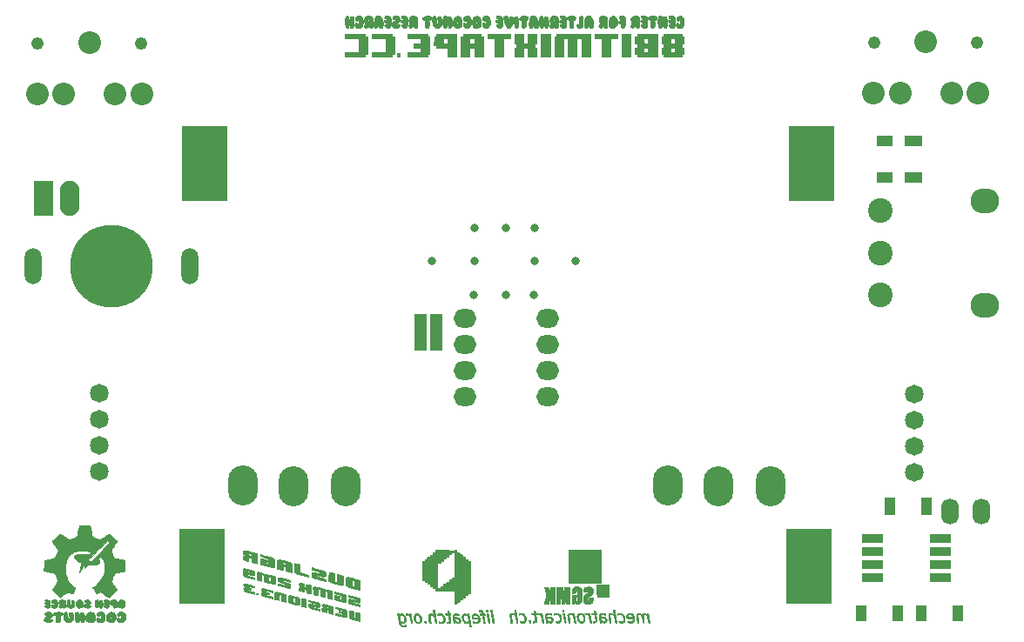
<source format=gbr>
G04 #@! TF.FileFunction,Soldermask,Bot*
%FSLAX46Y46*%
G04 Gerber Fmt 4.6, Leading zero omitted, Abs format (unit mm)*
G04 Created by KiCad (PCBNEW 4.0.7-e0-6372~58~ubuntu16.04.1) date Wed May  1 15:56:19 2019*
%MOMM*%
%LPD*%
G01*
G04 APERTURE LIST*
%ADD10C,0.100000*%
%ADD11C,0.010000*%
%ADD12C,0.820000*%
%ADD13C,2.400000*%
%ADD14O,2.800000X2.400000*%
%ADD15R,1.200000X3.600000*%
%ADD16R,4.400000X7.400000*%
%ADD17R,1.620000X1.020000*%
%ADD18R,1.020000X1.620000*%
%ADD19C,1.820000*%
%ADD20R,1.910000X3.410000*%
%ADD21O,1.910000X3.410000*%
%ADD22C,2.201860*%
%ADD23C,1.220000*%
%ADD24R,1.720000X1.120000*%
%ADD25R,1.120000X1.720000*%
%ADD26O,2.220000X1.820000*%
%ADD27C,2.540000*%
%ADD28O,2.900000X3.900000*%
%ADD29O,1.720000X2.520000*%
%ADD30O,1.620000X3.520000*%
%ADD31C,8.020000*%
%ADD32R,2.150000X0.950000*%
G04 APERTURE END LIST*
D10*
D11*
G36*
X139820345Y-128340453D02*
X139919235Y-128400475D01*
X139969661Y-128446986D01*
X140053265Y-128556293D01*
X140111858Y-128680512D01*
X140144555Y-128811331D01*
X140150475Y-128940441D01*
X140128734Y-129059532D01*
X140078449Y-129160295D01*
X140049096Y-129194660D01*
X140009842Y-129229991D01*
X139973079Y-129247433D01*
X139922912Y-129251553D01*
X139862382Y-129248323D01*
X139767965Y-129234386D01*
X139696290Y-129204708D01*
X139664552Y-129183093D01*
X139590798Y-129126838D01*
X139607160Y-129199386D01*
X139651587Y-129317783D01*
X139721673Y-129406535D01*
X139812099Y-129462702D01*
X139917546Y-129483343D01*
X140032697Y-129465518D01*
X140066180Y-129453139D01*
X140115655Y-129434139D01*
X140144570Y-129426222D01*
X140147126Y-129426680D01*
X140153619Y-129449084D01*
X140163484Y-129495757D01*
X140164061Y-129498776D01*
X140169136Y-129540276D01*
X140157357Y-129563564D01*
X140119109Y-129579394D01*
X140083645Y-129588734D01*
X139949709Y-129609602D01*
X139828336Y-129598664D01*
X139765917Y-129580618D01*
X139668923Y-129525919D01*
X139584140Y-129438590D01*
X139519552Y-129328126D01*
X139494776Y-129258240D01*
X139482294Y-129205748D01*
X139465010Y-129123391D01*
X139444410Y-129019300D01*
X139421981Y-128901603D01*
X139399208Y-128778429D01*
X139377577Y-128657908D01*
X139374577Y-128640577D01*
X139530487Y-128640577D01*
X139531084Y-128756573D01*
X139558261Y-128876905D01*
X139607070Y-128985698D01*
X139659668Y-129055068D01*
X139713880Y-129101242D01*
X139766609Y-129121496D01*
X139824020Y-129125333D01*
X139899505Y-129117241D01*
X139949488Y-129089821D01*
X139958428Y-129080778D01*
X139986890Y-129023310D01*
X140000493Y-128938683D01*
X139999515Y-128839272D01*
X139984239Y-128737452D01*
X139954945Y-128645598D01*
X139948236Y-128631140D01*
X139887646Y-128539867D01*
X139815933Y-128480271D01*
X139739915Y-128452196D01*
X139666410Y-128455488D01*
X139602236Y-128489995D01*
X139554211Y-128555561D01*
X139530487Y-128640577D01*
X139374577Y-128640577D01*
X139358575Y-128548169D01*
X139343688Y-128457341D01*
X139334400Y-128393552D01*
X139332000Y-128367772D01*
X139350376Y-128349523D01*
X139393818Y-128342167D01*
X139440926Y-128350131D01*
X139463666Y-128382685D01*
X139468987Y-128402953D01*
X139482338Y-128463739D01*
X139542040Y-128404037D01*
X139628989Y-128341957D01*
X139722677Y-128320855D01*
X139820345Y-128340453D01*
X139820345Y-128340453D01*
G37*
X139820345Y-128340453D02*
X139919235Y-128400475D01*
X139969661Y-128446986D01*
X140053265Y-128556293D01*
X140111858Y-128680512D01*
X140144555Y-128811331D01*
X140150475Y-128940441D01*
X140128734Y-129059532D01*
X140078449Y-129160295D01*
X140049096Y-129194660D01*
X140009842Y-129229991D01*
X139973079Y-129247433D01*
X139922912Y-129251553D01*
X139862382Y-129248323D01*
X139767965Y-129234386D01*
X139696290Y-129204708D01*
X139664552Y-129183093D01*
X139590798Y-129126838D01*
X139607160Y-129199386D01*
X139651587Y-129317783D01*
X139721673Y-129406535D01*
X139812099Y-129462702D01*
X139917546Y-129483343D01*
X140032697Y-129465518D01*
X140066180Y-129453139D01*
X140115655Y-129434139D01*
X140144570Y-129426222D01*
X140147126Y-129426680D01*
X140153619Y-129449084D01*
X140163484Y-129495757D01*
X140164061Y-129498776D01*
X140169136Y-129540276D01*
X140157357Y-129563564D01*
X140119109Y-129579394D01*
X140083645Y-129588734D01*
X139949709Y-129609602D01*
X139828336Y-129598664D01*
X139765917Y-129580618D01*
X139668923Y-129525919D01*
X139584140Y-129438590D01*
X139519552Y-129328126D01*
X139494776Y-129258240D01*
X139482294Y-129205748D01*
X139465010Y-129123391D01*
X139444410Y-129019300D01*
X139421981Y-128901603D01*
X139399208Y-128778429D01*
X139377577Y-128657908D01*
X139374577Y-128640577D01*
X139530487Y-128640577D01*
X139531084Y-128756573D01*
X139558261Y-128876905D01*
X139607070Y-128985698D01*
X139659668Y-129055068D01*
X139713880Y-129101242D01*
X139766609Y-129121496D01*
X139824020Y-129125333D01*
X139899505Y-129117241D01*
X139949488Y-129089821D01*
X139958428Y-129080778D01*
X139986890Y-129023310D01*
X140000493Y-128938683D01*
X139999515Y-128839272D01*
X139984239Y-128737452D01*
X139954945Y-128645598D01*
X139948236Y-128631140D01*
X139887646Y-128539867D01*
X139815933Y-128480271D01*
X139739915Y-128452196D01*
X139666410Y-128455488D01*
X139602236Y-128489995D01*
X139554211Y-128555561D01*
X139530487Y-128640577D01*
X139374577Y-128640577D01*
X139358575Y-128548169D01*
X139343688Y-128457341D01*
X139334400Y-128393552D01*
X139332000Y-128367772D01*
X139350376Y-128349523D01*
X139393818Y-128342167D01*
X139440926Y-128350131D01*
X139463666Y-128382685D01*
X139468987Y-128402953D01*
X139482338Y-128463739D01*
X139542040Y-128404037D01*
X139628989Y-128341957D01*
X139722677Y-128320855D01*
X139820345Y-128340453D01*
G36*
X146040767Y-128368490D02*
X146092484Y-128406516D01*
X146161156Y-128466811D01*
X146152009Y-128404489D01*
X146149834Y-128360866D01*
X146169089Y-128344458D01*
X146207264Y-128342167D01*
X146245218Y-128345218D01*
X146267550Y-128361308D01*
X146282341Y-128400843D01*
X146293576Y-128453292D01*
X146308103Y-128529652D01*
X146326697Y-128631412D01*
X146348202Y-128751829D01*
X146371461Y-128884164D01*
X146395320Y-129021674D01*
X146418621Y-129157619D01*
X146440211Y-129285257D01*
X146458931Y-129397847D01*
X146473628Y-129488649D01*
X146483144Y-129550920D01*
X146486334Y-129577513D01*
X146470610Y-129604457D01*
X146424790Y-129612167D01*
X146396504Y-129610812D01*
X146377038Y-129601643D01*
X146362792Y-129576998D01*
X146350166Y-129529215D01*
X146335562Y-129450635D01*
X146327834Y-129405792D01*
X146309017Y-129296459D01*
X146294927Y-129223743D01*
X146282535Y-129182644D01*
X146268816Y-129168160D01*
X146250741Y-129175290D01*
X146225285Y-129199035D01*
X146211244Y-129213179D01*
X146171251Y-129249659D01*
X146134954Y-129267984D01*
X146086577Y-129272773D01*
X146019577Y-129269323D01*
X145941281Y-129260221D01*
X145887047Y-129241939D01*
X145838643Y-129207092D01*
X145817458Y-129187465D01*
X145734245Y-129088189D01*
X145672287Y-128974858D01*
X145631554Y-128853906D01*
X145612014Y-128731761D01*
X145613113Y-128652541D01*
X145750968Y-128652541D01*
X145753170Y-128761417D01*
X145775860Y-128877620D01*
X145814509Y-128983738D01*
X145854452Y-129050406D01*
X145905794Y-129099515D01*
X145968254Y-129137760D01*
X146027271Y-129157617D01*
X146059440Y-129156311D01*
X146107282Y-129146976D01*
X146117959Y-129146500D01*
X146153475Y-129127590D01*
X146188419Y-129079103D01*
X146216473Y-129013405D01*
X146231320Y-128942860D01*
X146232254Y-128922800D01*
X146220089Y-128805461D01*
X146186498Y-128693290D01*
X146136164Y-128593887D01*
X146073770Y-128514850D01*
X146003999Y-128463777D01*
X145939671Y-128448000D01*
X145857951Y-128466842D01*
X145796385Y-128520473D01*
X145758983Y-128604544D01*
X145750968Y-128652541D01*
X145613113Y-128652541D01*
X145613636Y-128614854D01*
X145636389Y-128509617D01*
X145680240Y-128422479D01*
X145745160Y-128359872D01*
X145821636Y-128329802D01*
X145935611Y-128328610D01*
X146040767Y-128368490D01*
X146040767Y-128368490D01*
G37*
X146040767Y-128368490D02*
X146092484Y-128406516D01*
X146161156Y-128466811D01*
X146152009Y-128404489D01*
X146149834Y-128360866D01*
X146169089Y-128344458D01*
X146207264Y-128342167D01*
X146245218Y-128345218D01*
X146267550Y-128361308D01*
X146282341Y-128400843D01*
X146293576Y-128453292D01*
X146308103Y-128529652D01*
X146326697Y-128631412D01*
X146348202Y-128751829D01*
X146371461Y-128884164D01*
X146395320Y-129021674D01*
X146418621Y-129157619D01*
X146440211Y-129285257D01*
X146458931Y-129397847D01*
X146473628Y-129488649D01*
X146483144Y-129550920D01*
X146486334Y-129577513D01*
X146470610Y-129604457D01*
X146424790Y-129612167D01*
X146396504Y-129610812D01*
X146377038Y-129601643D01*
X146362792Y-129576998D01*
X146350166Y-129529215D01*
X146335562Y-129450635D01*
X146327834Y-129405792D01*
X146309017Y-129296459D01*
X146294927Y-129223743D01*
X146282535Y-129182644D01*
X146268816Y-129168160D01*
X146250741Y-129175290D01*
X146225285Y-129199035D01*
X146211244Y-129213179D01*
X146171251Y-129249659D01*
X146134954Y-129267984D01*
X146086577Y-129272773D01*
X146019577Y-129269323D01*
X145941281Y-129260221D01*
X145887047Y-129241939D01*
X145838643Y-129207092D01*
X145817458Y-129187465D01*
X145734245Y-129088189D01*
X145672287Y-128974858D01*
X145631554Y-128853906D01*
X145612014Y-128731761D01*
X145613113Y-128652541D01*
X145750968Y-128652541D01*
X145753170Y-128761417D01*
X145775860Y-128877620D01*
X145814509Y-128983738D01*
X145854452Y-129050406D01*
X145905794Y-129099515D01*
X145968254Y-129137760D01*
X146027271Y-129157617D01*
X146059440Y-129156311D01*
X146107282Y-129146976D01*
X146117959Y-129146500D01*
X146153475Y-129127590D01*
X146188419Y-129079103D01*
X146216473Y-129013405D01*
X146231320Y-128942860D01*
X146232254Y-128922800D01*
X146220089Y-128805461D01*
X146186498Y-128693290D01*
X146136164Y-128593887D01*
X146073770Y-128514850D01*
X146003999Y-128463777D01*
X145939671Y-128448000D01*
X145857951Y-128466842D01*
X145796385Y-128520473D01*
X145758983Y-128604544D01*
X145750968Y-128652541D01*
X145613113Y-128652541D01*
X145613636Y-128614854D01*
X145636389Y-128509617D01*
X145680240Y-128422479D01*
X145745160Y-128359872D01*
X145821636Y-128329802D01*
X145935611Y-128328610D01*
X146040767Y-128368490D01*
G36*
X141347067Y-128344593D02*
X141448809Y-128394909D01*
X141538873Y-128476099D01*
X141578755Y-128530362D01*
X141619575Y-128604088D01*
X141652705Y-128680046D01*
X141662551Y-128710234D01*
X141679466Y-128809981D01*
X141683163Y-128921734D01*
X141674077Y-129027952D01*
X141652641Y-129111095D01*
X141652632Y-129111118D01*
X141596835Y-129192927D01*
X141512825Y-129249570D01*
X141408964Y-129277197D01*
X141300500Y-129273232D01*
X141219386Y-129251870D01*
X141152680Y-129214573D01*
X141085937Y-129152271D01*
X141058474Y-129121221D01*
X140994651Y-129023293D01*
X140948684Y-128905645D01*
X140922105Y-128779281D01*
X140921113Y-128757536D01*
X141052525Y-128757536D01*
X141072935Y-128868089D01*
X141113757Y-128973214D01*
X141173991Y-129062910D01*
X141181513Y-129071144D01*
X141233861Y-129119426D01*
X141282290Y-129141495D01*
X141341433Y-129146500D01*
X141407331Y-129141668D01*
X141460141Y-129129673D01*
X141468999Y-129125780D01*
X141515566Y-129078442D01*
X141542474Y-129003156D01*
X141550475Y-128909059D01*
X141540320Y-128805292D01*
X141512760Y-128700993D01*
X141468547Y-128605300D01*
X141420846Y-128540160D01*
X141342640Y-128477879D01*
X141259155Y-128450967D01*
X141178397Y-128460687D01*
X141123766Y-128493351D01*
X141076941Y-128560164D01*
X141053527Y-128651560D01*
X141052525Y-128757536D01*
X140921113Y-128757536D01*
X140916442Y-128655205D01*
X140933224Y-128544421D01*
X140967547Y-128467005D01*
X141043889Y-128386355D01*
X141137397Y-128339568D01*
X141240860Y-128325896D01*
X141347067Y-128344593D01*
X141347067Y-128344593D01*
G37*
X141347067Y-128344593D02*
X141448809Y-128394909D01*
X141538873Y-128476099D01*
X141578755Y-128530362D01*
X141619575Y-128604088D01*
X141652705Y-128680046D01*
X141662551Y-128710234D01*
X141679466Y-128809981D01*
X141683163Y-128921734D01*
X141674077Y-129027952D01*
X141652641Y-129111095D01*
X141652632Y-129111118D01*
X141596835Y-129192927D01*
X141512825Y-129249570D01*
X141408964Y-129277197D01*
X141300500Y-129273232D01*
X141219386Y-129251870D01*
X141152680Y-129214573D01*
X141085937Y-129152271D01*
X141058474Y-129121221D01*
X140994651Y-129023293D01*
X140948684Y-128905645D01*
X140922105Y-128779281D01*
X140921113Y-128757536D01*
X141052525Y-128757536D01*
X141072935Y-128868089D01*
X141113757Y-128973214D01*
X141173991Y-129062910D01*
X141181513Y-129071144D01*
X141233861Y-129119426D01*
X141282290Y-129141495D01*
X141341433Y-129146500D01*
X141407331Y-129141668D01*
X141460141Y-129129673D01*
X141468999Y-129125780D01*
X141515566Y-129078442D01*
X141542474Y-129003156D01*
X141550475Y-128909059D01*
X141540320Y-128805292D01*
X141512760Y-128700993D01*
X141468547Y-128605300D01*
X141420846Y-128540160D01*
X141342640Y-128477879D01*
X141259155Y-128450967D01*
X141178397Y-128460687D01*
X141123766Y-128493351D01*
X141076941Y-128560164D01*
X141053527Y-128651560D01*
X141052525Y-128757536D01*
X140921113Y-128757536D01*
X140916442Y-128655205D01*
X140933224Y-128544421D01*
X140967547Y-128467005D01*
X141043889Y-128386355D01*
X141137397Y-128339568D01*
X141240860Y-128325896D01*
X141347067Y-128344593D01*
G36*
X143579481Y-128342072D02*
X143699516Y-128401603D01*
X143768946Y-128460128D01*
X143846870Y-128559349D01*
X143902865Y-128674510D01*
X143936506Y-128797707D01*
X143947369Y-128921036D01*
X143935030Y-129036594D01*
X143899064Y-129136477D01*
X143839048Y-129212780D01*
X143810444Y-129233586D01*
X143745869Y-129257013D01*
X143655947Y-129270024D01*
X143556512Y-129272014D01*
X143463399Y-129262372D01*
X143411875Y-129248898D01*
X143367041Y-129219786D01*
X143353667Y-129188800D01*
X143346658Y-129135917D01*
X143340880Y-129116640D01*
X143336694Y-129096876D01*
X143352260Y-129095370D01*
X143396416Y-129111878D01*
X143403700Y-129114909D01*
X143486371Y-129137704D01*
X143578430Y-129145418D01*
X143663864Y-129138097D01*
X143726657Y-129115786D01*
X143729337Y-129113984D01*
X143781824Y-129053275D01*
X143807940Y-128969833D01*
X143809949Y-128872107D01*
X143790112Y-128768544D01*
X143750695Y-128667591D01*
X143693960Y-128577696D01*
X143622171Y-128507306D01*
X143557152Y-128471366D01*
X143512399Y-128456907D01*
X143470270Y-128452180D01*
X143419854Y-128458408D01*
X143350244Y-128476817D01*
X143263709Y-128504307D01*
X143238539Y-128505212D01*
X143228136Y-128479304D01*
X143226667Y-128443236D01*
X143230910Y-128394602D01*
X143251546Y-128367565D01*
X143300438Y-128347962D01*
X143308498Y-128345517D01*
X143448459Y-128323206D01*
X143579481Y-128342072D01*
X143579481Y-128342072D01*
G37*
X143579481Y-128342072D02*
X143699516Y-128401603D01*
X143768946Y-128460128D01*
X143846870Y-128559349D01*
X143902865Y-128674510D01*
X143936506Y-128797707D01*
X143947369Y-128921036D01*
X143935030Y-129036594D01*
X143899064Y-129136477D01*
X143839048Y-129212780D01*
X143810444Y-129233586D01*
X143745869Y-129257013D01*
X143655947Y-129270024D01*
X143556512Y-129272014D01*
X143463399Y-129262372D01*
X143411875Y-129248898D01*
X143367041Y-129219786D01*
X143353667Y-129188800D01*
X143346658Y-129135917D01*
X143340880Y-129116640D01*
X143336694Y-129096876D01*
X143352260Y-129095370D01*
X143396416Y-129111878D01*
X143403700Y-129114909D01*
X143486371Y-129137704D01*
X143578430Y-129145418D01*
X143663864Y-129138097D01*
X143726657Y-129115786D01*
X143729337Y-129113984D01*
X143781824Y-129053275D01*
X143807940Y-128969833D01*
X143809949Y-128872107D01*
X143790112Y-128768544D01*
X143750695Y-128667591D01*
X143693960Y-128577696D01*
X143622171Y-128507306D01*
X143557152Y-128471366D01*
X143512399Y-128456907D01*
X143470270Y-128452180D01*
X143419854Y-128458408D01*
X143350244Y-128476817D01*
X143263709Y-128504307D01*
X143238539Y-128505212D01*
X143228136Y-128479304D01*
X143226667Y-128443236D01*
X143230910Y-128394602D01*
X143251546Y-128367565D01*
X143300438Y-128347962D01*
X143308498Y-128345517D01*
X143448459Y-128323206D01*
X143579481Y-128342072D01*
G36*
X145111324Y-128334022D02*
X145179168Y-128350265D01*
X145249575Y-128374181D01*
X145288910Y-128398769D01*
X145307907Y-128431360D01*
X145310298Y-128439832D01*
X145318181Y-128483107D01*
X145316918Y-128502638D01*
X145294321Y-128501252D01*
X145244519Y-128489707D01*
X145206690Y-128478974D01*
X145132835Y-128460434D01*
X145065097Y-128449370D01*
X145042585Y-128448000D01*
X144963839Y-128461532D01*
X144896562Y-128496885D01*
X144854154Y-128546190D01*
X144848416Y-128561996D01*
X144840237Y-128612836D01*
X144850390Y-128646502D01*
X144885120Y-128667130D01*
X144950675Y-128678854D01*
X145034003Y-128684841D01*
X145188436Y-128704265D01*
X145307363Y-128745126D01*
X145392394Y-128808499D01*
X145445140Y-128895463D01*
X145463916Y-128972429D01*
X145467645Y-129072447D01*
X145445212Y-129149922D01*
X145393793Y-129217268D01*
X145349741Y-129252808D01*
X145299683Y-129269269D01*
X145229322Y-129272856D01*
X145157640Y-129267986D01*
X145098083Y-129256346D01*
X145078750Y-129248799D01*
X145030981Y-129216701D01*
X144988792Y-129182253D01*
X144941167Y-129139121D01*
X144941167Y-129195727D01*
X144934661Y-129236535D01*
X144906349Y-129251089D01*
X144879961Y-129252333D01*
X144855954Y-129252281D01*
X144837696Y-129248424D01*
X144823332Y-129235208D01*
X144811009Y-129207081D01*
X144798873Y-129158489D01*
X144785070Y-129083880D01*
X144767745Y-128977700D01*
X144749227Y-128860750D01*
X144745311Y-128835427D01*
X144877667Y-128835427D01*
X144890130Y-128885417D01*
X144921774Y-128952863D01*
X144963977Y-129023296D01*
X145008121Y-129082245D01*
X145043815Y-129114330D01*
X145105584Y-129135669D01*
X145178714Y-129144821D01*
X145244057Y-129140489D01*
X145273218Y-129129870D01*
X145307684Y-129086069D01*
X145324693Y-129019319D01*
X145320033Y-128946877D01*
X145318924Y-128942547D01*
X145281244Y-128877687D01*
X145208439Y-128834114D01*
X145099753Y-128811491D01*
X145017343Y-128807833D01*
X144935731Y-128810626D01*
X144890913Y-128819690D01*
X144877667Y-128835427D01*
X144745311Y-128835427D01*
X144730866Y-128742024D01*
X144719378Y-128656756D01*
X144714454Y-128596685D01*
X144715787Y-128553548D01*
X144723068Y-128519084D01*
X144735285Y-128486688D01*
X144792078Y-128402719D01*
X144876259Y-128348493D01*
X144983962Y-128325198D01*
X145111324Y-128334022D01*
X145111324Y-128334022D01*
G37*
X145111324Y-128334022D02*
X145179168Y-128350265D01*
X145249575Y-128374181D01*
X145288910Y-128398769D01*
X145307907Y-128431360D01*
X145310298Y-128439832D01*
X145318181Y-128483107D01*
X145316918Y-128502638D01*
X145294321Y-128501252D01*
X145244519Y-128489707D01*
X145206690Y-128478974D01*
X145132835Y-128460434D01*
X145065097Y-128449370D01*
X145042585Y-128448000D01*
X144963839Y-128461532D01*
X144896562Y-128496885D01*
X144854154Y-128546190D01*
X144848416Y-128561996D01*
X144840237Y-128612836D01*
X144850390Y-128646502D01*
X144885120Y-128667130D01*
X144950675Y-128678854D01*
X145034003Y-128684841D01*
X145188436Y-128704265D01*
X145307363Y-128745126D01*
X145392394Y-128808499D01*
X145445140Y-128895463D01*
X145463916Y-128972429D01*
X145467645Y-129072447D01*
X145445212Y-129149922D01*
X145393793Y-129217268D01*
X145349741Y-129252808D01*
X145299683Y-129269269D01*
X145229322Y-129272856D01*
X145157640Y-129267986D01*
X145098083Y-129256346D01*
X145078750Y-129248799D01*
X145030981Y-129216701D01*
X144988792Y-129182253D01*
X144941167Y-129139121D01*
X144941167Y-129195727D01*
X144934661Y-129236535D01*
X144906349Y-129251089D01*
X144879961Y-129252333D01*
X144855954Y-129252281D01*
X144837696Y-129248424D01*
X144823332Y-129235208D01*
X144811009Y-129207081D01*
X144798873Y-129158489D01*
X144785070Y-129083880D01*
X144767745Y-128977700D01*
X144749227Y-128860750D01*
X144745311Y-128835427D01*
X144877667Y-128835427D01*
X144890130Y-128885417D01*
X144921774Y-128952863D01*
X144963977Y-129023296D01*
X145008121Y-129082245D01*
X145043815Y-129114330D01*
X145105584Y-129135669D01*
X145178714Y-129144821D01*
X145244057Y-129140489D01*
X145273218Y-129129870D01*
X145307684Y-129086069D01*
X145324693Y-129019319D01*
X145320033Y-128946877D01*
X145318924Y-128942547D01*
X145281244Y-128877687D01*
X145208439Y-128834114D01*
X145099753Y-128811491D01*
X145017343Y-128807833D01*
X144935731Y-128810626D01*
X144890913Y-128819690D01*
X144877667Y-128835427D01*
X144745311Y-128835427D01*
X144730866Y-128742024D01*
X144719378Y-128656756D01*
X144714454Y-128596685D01*
X144715787Y-128553548D01*
X144723068Y-128519084D01*
X144735285Y-128486688D01*
X144792078Y-128402719D01*
X144876259Y-128348493D01*
X144983962Y-128325198D01*
X145111324Y-128334022D01*
G36*
X146932784Y-128330596D02*
X147037035Y-128358389D01*
X147091340Y-128385585D01*
X147178967Y-128461032D01*
X147252103Y-128564630D01*
X147307546Y-128686187D01*
X147342091Y-128815509D01*
X147352534Y-128942403D01*
X147335671Y-129056678D01*
X147317092Y-129103745D01*
X147258756Y-129187402D01*
X147179927Y-129241135D01*
X147074727Y-129267933D01*
X146985912Y-129272305D01*
X146897764Y-129268051D01*
X146815634Y-129258121D01*
X146761500Y-129245847D01*
X146709658Y-129221438D01*
X146686543Y-129186072D01*
X146680820Y-129152270D01*
X146674223Y-129083957D01*
X146762856Y-129115228D01*
X146836881Y-129133357D01*
X146926550Y-129144643D01*
X146972942Y-129146500D01*
X147048950Y-129143188D01*
X147098823Y-129130010D01*
X147138461Y-129102105D01*
X147147878Y-129093016D01*
X147198967Y-129013077D01*
X147213406Y-128913422D01*
X147209981Y-128876625D01*
X147205975Y-128858358D01*
X147195850Y-128845484D01*
X147173166Y-128837060D01*
X147131481Y-128832143D01*
X147064353Y-128829789D01*
X146965343Y-128829055D01*
X146884787Y-128829000D01*
X146566518Y-128829000D01*
X146574121Y-128664958D01*
X146575924Y-128647455D01*
X146698000Y-128647455D01*
X146698000Y-128723167D01*
X147182631Y-128723167D01*
X147161625Y-128662906D01*
X147114633Y-128581086D01*
X147041461Y-128511135D01*
X146956155Y-128464853D01*
X146913249Y-128454262D01*
X146852954Y-128450915D01*
X146809651Y-128466263D01*
X146762522Y-128507222D01*
X146714852Y-128568970D01*
X146698325Y-128634391D01*
X146698000Y-128647455D01*
X146575924Y-128647455D01*
X146586138Y-128548319D01*
X146612723Y-128463894D01*
X146658557Y-128402733D01*
X146728318Y-128355889D01*
X146738339Y-128350892D01*
X146827799Y-128327564D01*
X146932784Y-128330596D01*
X146932784Y-128330596D01*
G37*
X146932784Y-128330596D02*
X147037035Y-128358389D01*
X147091340Y-128385585D01*
X147178967Y-128461032D01*
X147252103Y-128564630D01*
X147307546Y-128686187D01*
X147342091Y-128815509D01*
X147352534Y-128942403D01*
X147335671Y-129056678D01*
X147317092Y-129103745D01*
X147258756Y-129187402D01*
X147179927Y-129241135D01*
X147074727Y-129267933D01*
X146985912Y-129272305D01*
X146897764Y-129268051D01*
X146815634Y-129258121D01*
X146761500Y-129245847D01*
X146709658Y-129221438D01*
X146686543Y-129186072D01*
X146680820Y-129152270D01*
X146674223Y-129083957D01*
X146762856Y-129115228D01*
X146836881Y-129133357D01*
X146926550Y-129144643D01*
X146972942Y-129146500D01*
X147048950Y-129143188D01*
X147098823Y-129130010D01*
X147138461Y-129102105D01*
X147147878Y-129093016D01*
X147198967Y-129013077D01*
X147213406Y-128913422D01*
X147209981Y-128876625D01*
X147205975Y-128858358D01*
X147195850Y-128845484D01*
X147173166Y-128837060D01*
X147131481Y-128832143D01*
X147064353Y-128829789D01*
X146965343Y-128829055D01*
X146884787Y-128829000D01*
X146566518Y-128829000D01*
X146574121Y-128664958D01*
X146575924Y-128647455D01*
X146698000Y-128647455D01*
X146698000Y-128723167D01*
X147182631Y-128723167D01*
X147161625Y-128662906D01*
X147114633Y-128581086D01*
X147041461Y-128511135D01*
X146956155Y-128464853D01*
X146913249Y-128454262D01*
X146852954Y-128450915D01*
X146809651Y-128466263D01*
X146762522Y-128507222D01*
X146714852Y-128568970D01*
X146698325Y-128634391D01*
X146698000Y-128647455D01*
X146575924Y-128647455D01*
X146586138Y-128548319D01*
X146612723Y-128463894D01*
X146658557Y-128402733D01*
X146728318Y-128355889D01*
X146738339Y-128350892D01*
X146827799Y-128327564D01*
X146932784Y-128330596D01*
G36*
X140313812Y-128339690D02*
X140394453Y-128377104D01*
X140435723Y-128405577D01*
X140516548Y-128470530D01*
X140503712Y-128406348D01*
X140498420Y-128361783D01*
X140514869Y-128344780D01*
X140556618Y-128342167D01*
X140579344Y-128341430D01*
X140596862Y-128342577D01*
X140610802Y-128350645D01*
X140622796Y-128370669D01*
X140634476Y-128407685D01*
X140647473Y-128466729D01*
X140663417Y-128552838D01*
X140683942Y-128671046D01*
X140707469Y-128807833D01*
X140728725Y-128930216D01*
X140747985Y-129039843D01*
X140763906Y-129129171D01*
X140775147Y-129190659D01*
X140779994Y-129215292D01*
X140777515Y-129240836D01*
X140747718Y-129251165D01*
X140716435Y-129252333D01*
X140668248Y-129247832D01*
X140644776Y-129236803D01*
X140644334Y-129234868D01*
X140639734Y-129190146D01*
X140627455Y-129115293D01*
X140609774Y-129021325D01*
X140588970Y-128919256D01*
X140567321Y-128820101D01*
X140547106Y-128734876D01*
X140530603Y-128674595D01*
X140525257Y-128659192D01*
X140467497Y-128559428D01*
X140388716Y-128496398D01*
X140288839Y-128470047D01*
X140264112Y-128469167D01*
X140202599Y-128467356D01*
X140171172Y-128457133D01*
X140157600Y-128431312D01*
X140152697Y-128403706D01*
X140154224Y-128347432D01*
X140172386Y-128327003D01*
X140234793Y-128321499D01*
X140313812Y-128339690D01*
X140313812Y-128339690D01*
G37*
X140313812Y-128339690D02*
X140394453Y-128377104D01*
X140435723Y-128405577D01*
X140516548Y-128470530D01*
X140503712Y-128406348D01*
X140498420Y-128361783D01*
X140514869Y-128344780D01*
X140556618Y-128342167D01*
X140579344Y-128341430D01*
X140596862Y-128342577D01*
X140610802Y-128350645D01*
X140622796Y-128370669D01*
X140634476Y-128407685D01*
X140647473Y-128466729D01*
X140663417Y-128552838D01*
X140683942Y-128671046D01*
X140707469Y-128807833D01*
X140728725Y-128930216D01*
X140747985Y-129039843D01*
X140763906Y-129129171D01*
X140775147Y-129190659D01*
X140779994Y-129215292D01*
X140777515Y-129240836D01*
X140747718Y-129251165D01*
X140716435Y-129252333D01*
X140668248Y-129247832D01*
X140644776Y-129236803D01*
X140644334Y-129234868D01*
X140639734Y-129190146D01*
X140627455Y-129115293D01*
X140609774Y-129021325D01*
X140588970Y-128919256D01*
X140567321Y-128820101D01*
X140547106Y-128734876D01*
X140530603Y-128674595D01*
X140525257Y-128659192D01*
X140467497Y-128559428D01*
X140388716Y-128496398D01*
X140288839Y-128470047D01*
X140264112Y-128469167D01*
X140202599Y-128467356D01*
X140171172Y-128457133D01*
X140157600Y-128431312D01*
X140152697Y-128403706D01*
X140154224Y-128347432D01*
X140172386Y-128327003D01*
X140234793Y-128321499D01*
X140313812Y-128339690D01*
G36*
X142043315Y-129061833D02*
X142103840Y-129068370D01*
X142125847Y-129088406D01*
X142126000Y-129090937D01*
X142129980Y-129131593D01*
X142139229Y-129186187D01*
X142145240Y-129229979D01*
X142132169Y-129248331D01*
X142089476Y-129252295D01*
X142076133Y-129252333D01*
X142023497Y-129247743D01*
X141998071Y-129227533D01*
X141987545Y-129194125D01*
X141972784Y-129122326D01*
X141969529Y-129082681D01*
X141981792Y-129065679D01*
X142013580Y-129061808D01*
X142043315Y-129061833D01*
X142043315Y-129061833D01*
G37*
X142043315Y-129061833D02*
X142103840Y-129068370D01*
X142125847Y-129088406D01*
X142126000Y-129090937D01*
X142129980Y-129131593D01*
X142139229Y-129186187D01*
X142145240Y-129229979D01*
X142132169Y-129248331D01*
X142089476Y-129252295D01*
X142076133Y-129252333D01*
X142023497Y-129247743D01*
X141998071Y-129227533D01*
X141987545Y-129194125D01*
X141972784Y-129122326D01*
X141969529Y-129082681D01*
X141981792Y-129065679D01*
X142013580Y-129061808D01*
X142043315Y-129061833D01*
G36*
X142845447Y-127985796D02*
X142850730Y-127986284D01*
X142919293Y-127992917D01*
X143018936Y-128564417D01*
X143045690Y-128717649D01*
X143070554Y-128859664D01*
X143092460Y-128984379D01*
X143110336Y-129085712D01*
X143123113Y-129157583D01*
X143129719Y-129193909D01*
X143129760Y-129194125D01*
X143133425Y-129233927D01*
X143115803Y-129249665D01*
X143071786Y-129252333D01*
X143002630Y-129252333D01*
X142954877Y-128971875D01*
X142934086Y-128860697D01*
X142911583Y-128758394D01*
X142889913Y-128675513D01*
X142871620Y-128622604D01*
X142869651Y-128618533D01*
X142804562Y-128529354D01*
X142721151Y-128475372D01*
X142635766Y-128459545D01*
X142576886Y-128463652D01*
X142533664Y-128479037D01*
X142505206Y-128510292D01*
X142490618Y-128562013D01*
X142489007Y-128638793D01*
X142499479Y-128745226D01*
X142521142Y-128885906D01*
X142536131Y-128971875D01*
X142586201Y-129252333D01*
X142449573Y-129252333D01*
X142399583Y-128971875D01*
X142372410Y-128808753D01*
X142355956Y-128680891D01*
X142350151Y-128582613D01*
X142354926Y-128508242D01*
X142370211Y-128452102D01*
X142392738Y-128412685D01*
X142460652Y-128354116D01*
X142546867Y-128328578D01*
X142643351Y-128335953D01*
X142742076Y-128376123D01*
X142802380Y-128418695D01*
X142842614Y-128450705D01*
X142865114Y-128465022D01*
X142866834Y-128464548D01*
X142863238Y-128441607D01*
X142853490Y-128385827D01*
X142839147Y-128305992D01*
X142824500Y-128225750D01*
X142807479Y-128132440D01*
X142793727Y-128055782D01*
X142784799Y-128004535D01*
X142782167Y-127987493D01*
X142800582Y-127983940D01*
X142845447Y-127985796D01*
X142845447Y-127985796D01*
G37*
X142845447Y-127985796D02*
X142850730Y-127986284D01*
X142919293Y-127992917D01*
X143018936Y-128564417D01*
X143045690Y-128717649D01*
X143070554Y-128859664D01*
X143092460Y-128984379D01*
X143110336Y-129085712D01*
X143123113Y-129157583D01*
X143129719Y-129193909D01*
X143129760Y-129194125D01*
X143133425Y-129233927D01*
X143115803Y-129249665D01*
X143071786Y-129252333D01*
X143002630Y-129252333D01*
X142954877Y-128971875D01*
X142934086Y-128860697D01*
X142911583Y-128758394D01*
X142889913Y-128675513D01*
X142871620Y-128622604D01*
X142869651Y-128618533D01*
X142804562Y-128529354D01*
X142721151Y-128475372D01*
X142635766Y-128459545D01*
X142576886Y-128463652D01*
X142533664Y-128479037D01*
X142505206Y-128510292D01*
X142490618Y-128562013D01*
X142489007Y-128638793D01*
X142499479Y-128745226D01*
X142521142Y-128885906D01*
X142536131Y-128971875D01*
X142586201Y-129252333D01*
X142449573Y-129252333D01*
X142399583Y-128971875D01*
X142372410Y-128808753D01*
X142355956Y-128680891D01*
X142350151Y-128582613D01*
X142354926Y-128508242D01*
X142370211Y-128452102D01*
X142392738Y-128412685D01*
X142460652Y-128354116D01*
X142546867Y-128328578D01*
X142643351Y-128335953D01*
X142742076Y-128376123D01*
X142802380Y-128418695D01*
X142842614Y-128450705D01*
X142865114Y-128465022D01*
X142866834Y-128464548D01*
X142863238Y-128441607D01*
X142853490Y-128385827D01*
X142839147Y-128305992D01*
X142824500Y-128225750D01*
X142807479Y-128132440D01*
X142793727Y-128055782D01*
X142784799Y-128004535D01*
X142782167Y-127987493D01*
X142800582Y-127983940D01*
X142845447Y-127985796D01*
G36*
X144310227Y-128090037D02*
X144333689Y-128102324D01*
X144347472Y-128135046D01*
X144359096Y-128198217D01*
X144360949Y-128209875D01*
X144373801Y-128279025D01*
X144388435Y-128316613D01*
X144411047Y-128333179D01*
X144436303Y-128338073D01*
X144487653Y-128360392D01*
X144504806Y-128390989D01*
X144515546Y-128441680D01*
X144506904Y-128463849D01*
X144472951Y-128469116D01*
X144464917Y-128469167D01*
X144441146Y-128469417D01*
X144425320Y-128474356D01*
X144417285Y-128490267D01*
X144416888Y-128523434D01*
X144423973Y-128580139D01*
X144438389Y-128666667D01*
X144457440Y-128774876D01*
X144480165Y-128918681D01*
X144490426Y-129027573D01*
X144487643Y-129107272D01*
X144471232Y-129163497D01*
X144440613Y-129201966D01*
X144412102Y-129220530D01*
X144360814Y-129237335D01*
X144291903Y-129248344D01*
X144220314Y-129252622D01*
X144160994Y-129249232D01*
X144129778Y-129238222D01*
X144118641Y-129207935D01*
X144115667Y-129174722D01*
X144119680Y-129145271D01*
X144138905Y-129130625D01*
X144184122Y-129125718D01*
X144220755Y-129125333D01*
X144280618Y-129122690D01*
X144321651Y-129110801D01*
X144345740Y-129083729D01*
X144354771Y-129035536D01*
X144350629Y-128960286D01*
X144335198Y-128852040D01*
X144325712Y-128794758D01*
X144305251Y-128672317D01*
X144289438Y-128585254D01*
X144274640Y-128527431D01*
X144257222Y-128492709D01*
X144233551Y-128474950D01*
X144199995Y-128468017D01*
X144152920Y-128465771D01*
X144130427Y-128464856D01*
X144058416Y-128460253D01*
X144018405Y-128451975D01*
X144000076Y-128435196D01*
X143993112Y-128405090D01*
X143992553Y-128400375D01*
X143990628Y-128368462D01*
X144000432Y-128351059D01*
X144031307Y-128343767D01*
X144092595Y-128342186D01*
X144116121Y-128342167D01*
X144246388Y-128342167D01*
X144232398Y-128252208D01*
X144221161Y-128186829D01*
X144210403Y-128134781D01*
X144207944Y-128125208D01*
X144208616Y-128099799D01*
X144236443Y-128089454D01*
X144269564Y-128088167D01*
X144310227Y-128090037D01*
X144310227Y-128090037D01*
G37*
X144310227Y-128090037D02*
X144333689Y-128102324D01*
X144347472Y-128135046D01*
X144359096Y-128198217D01*
X144360949Y-128209875D01*
X144373801Y-128279025D01*
X144388435Y-128316613D01*
X144411047Y-128333179D01*
X144436303Y-128338073D01*
X144487653Y-128360392D01*
X144504806Y-128390989D01*
X144515546Y-128441680D01*
X144506904Y-128463849D01*
X144472951Y-128469116D01*
X144464917Y-128469167D01*
X144441146Y-128469417D01*
X144425320Y-128474356D01*
X144417285Y-128490267D01*
X144416888Y-128523434D01*
X144423973Y-128580139D01*
X144438389Y-128666667D01*
X144457440Y-128774876D01*
X144480165Y-128918681D01*
X144490426Y-129027573D01*
X144487643Y-129107272D01*
X144471232Y-129163497D01*
X144440613Y-129201966D01*
X144412102Y-129220530D01*
X144360814Y-129237335D01*
X144291903Y-129248344D01*
X144220314Y-129252622D01*
X144160994Y-129249232D01*
X144129778Y-129238222D01*
X144118641Y-129207935D01*
X144115667Y-129174722D01*
X144119680Y-129145271D01*
X144138905Y-129130625D01*
X144184122Y-129125718D01*
X144220755Y-129125333D01*
X144280618Y-129122690D01*
X144321651Y-129110801D01*
X144345740Y-129083729D01*
X144354771Y-129035536D01*
X144350629Y-128960286D01*
X144335198Y-128852040D01*
X144325712Y-128794758D01*
X144305251Y-128672317D01*
X144289438Y-128585254D01*
X144274640Y-128527431D01*
X144257222Y-128492709D01*
X144233551Y-128474950D01*
X144199995Y-128468017D01*
X144152920Y-128465771D01*
X144130427Y-128464856D01*
X144058416Y-128460253D01*
X144018405Y-128451975D01*
X144000076Y-128435196D01*
X143993112Y-128405090D01*
X143992553Y-128400375D01*
X143990628Y-128368462D01*
X144000432Y-128351059D01*
X144031307Y-128343767D01*
X144092595Y-128342186D01*
X144116121Y-128342167D01*
X144246388Y-128342167D01*
X144232398Y-128252208D01*
X144221161Y-128186829D01*
X144210403Y-128134781D01*
X144207944Y-128125208D01*
X144208616Y-128099799D01*
X144236443Y-128089454D01*
X144269564Y-128088167D01*
X144310227Y-128090037D01*
G36*
X147355936Y-127986876D02*
X147361261Y-127987301D01*
X147442037Y-127997922D01*
X147511813Y-128014297D01*
X147550994Y-128030515D01*
X147595413Y-128077667D01*
X147637860Y-128153863D01*
X147671648Y-128246073D01*
X147681118Y-128283958D01*
X147699306Y-128327228D01*
X147737714Y-128341613D01*
X147754268Y-128342167D01*
X147803933Y-128352506D01*
X147827372Y-128388739D01*
X147827659Y-128389792D01*
X147838456Y-128440958D01*
X147828776Y-128463507D01*
X147791270Y-128469068D01*
X147777500Y-128469167D01*
X147733009Y-128473765D01*
X147714330Y-128484845D01*
X147714329Y-128485042D01*
X147718034Y-128510193D01*
X147728082Y-128569764D01*
X147743216Y-128656530D01*
X147762179Y-128763264D01*
X147777815Y-128850167D01*
X147798838Y-128967934D01*
X147816899Y-129071990D01*
X147830734Y-129154826D01*
X147839082Y-129208933D01*
X147840986Y-129225875D01*
X147822468Y-129245175D01*
X147779765Y-129252333D01*
X147732686Y-129244163D01*
X147709041Y-129225875D01*
X147702579Y-129197154D01*
X147690572Y-129134010D01*
X147674348Y-129043793D01*
X147655234Y-128933851D01*
X147638360Y-128834292D01*
X147577166Y-128469167D01*
X147467931Y-128469167D01*
X147395585Y-128464881D01*
X147356698Y-128450536D01*
X147345848Y-128435685D01*
X147332185Y-128384942D01*
X147344134Y-128356375D01*
X147387677Y-128344141D01*
X147441603Y-128342167D01*
X147550206Y-128342167D01*
X147537497Y-128262792D01*
X147508390Y-128181288D01*
X147451229Y-128130767D01*
X147364470Y-128110021D01*
X147341239Y-128109333D01*
X147277949Y-128104477D01*
X147250506Y-128088727D01*
X147248334Y-128079314D01*
X147240948Y-128033674D01*
X147234266Y-128012637D01*
X147230745Y-127993451D01*
X147244424Y-127983845D01*
X147283441Y-127982194D01*
X147355936Y-127986876D01*
X147355936Y-127986876D01*
G37*
X147355936Y-127986876D02*
X147361261Y-127987301D01*
X147442037Y-127997922D01*
X147511813Y-128014297D01*
X147550994Y-128030515D01*
X147595413Y-128077667D01*
X147637860Y-128153863D01*
X147671648Y-128246073D01*
X147681118Y-128283958D01*
X147699306Y-128327228D01*
X147737714Y-128341613D01*
X147754268Y-128342167D01*
X147803933Y-128352506D01*
X147827372Y-128388739D01*
X147827659Y-128389792D01*
X147838456Y-128440958D01*
X147828776Y-128463507D01*
X147791270Y-128469068D01*
X147777500Y-128469167D01*
X147733009Y-128473765D01*
X147714330Y-128484845D01*
X147714329Y-128485042D01*
X147718034Y-128510193D01*
X147728082Y-128569764D01*
X147743216Y-128656530D01*
X147762179Y-128763264D01*
X147777815Y-128850167D01*
X147798838Y-128967934D01*
X147816899Y-129071990D01*
X147830734Y-129154826D01*
X147839082Y-129208933D01*
X147840986Y-129225875D01*
X147822468Y-129245175D01*
X147779765Y-129252333D01*
X147732686Y-129244163D01*
X147709041Y-129225875D01*
X147702579Y-129197154D01*
X147690572Y-129134010D01*
X147674348Y-129043793D01*
X147655234Y-128933851D01*
X147638360Y-128834292D01*
X147577166Y-128469167D01*
X147467931Y-128469167D01*
X147395585Y-128464881D01*
X147356698Y-128450536D01*
X147345848Y-128435685D01*
X147332185Y-128384942D01*
X147344134Y-128356375D01*
X147387677Y-128344141D01*
X147441603Y-128342167D01*
X147550206Y-128342167D01*
X147537497Y-128262792D01*
X147508390Y-128181288D01*
X147451229Y-128130767D01*
X147364470Y-128110021D01*
X147341239Y-128109333D01*
X147277949Y-128104477D01*
X147250506Y-128088727D01*
X147248334Y-128079314D01*
X147240948Y-128033674D01*
X147234266Y-128012637D01*
X147230745Y-127993451D01*
X147244424Y-127983845D01*
X147283441Y-127982194D01*
X147355936Y-127986876D01*
G36*
X148139630Y-128343716D02*
X148158497Y-128347447D01*
X148158500Y-128347503D01*
X148161972Y-128368986D01*
X148171663Y-128425868D01*
X148186486Y-128511849D01*
X148205354Y-128620631D01*
X148227180Y-128745913D01*
X148232457Y-128776128D01*
X148254927Y-128905954D01*
X148274661Y-129022310D01*
X148290554Y-129118478D01*
X148301498Y-129187740D01*
X148306387Y-129223376D01*
X148306540Y-129225875D01*
X148287958Y-129245137D01*
X148243167Y-129252333D01*
X148198538Y-129250541D01*
X148179670Y-129246224D01*
X148179667Y-129246160D01*
X148176139Y-129224419D01*
X148166297Y-129167361D01*
X148151254Y-129081345D01*
X148132124Y-128972731D01*
X148110019Y-128847878D01*
X148105584Y-128822895D01*
X148082897Y-128693634D01*
X148063019Y-128577438D01*
X148047084Y-128481189D01*
X148036229Y-128411769D01*
X148031590Y-128376060D01*
X148031500Y-128373985D01*
X148050324Y-128348749D01*
X148095000Y-128342167D01*
X148139630Y-128343716D01*
X148139630Y-128343716D01*
G37*
X148139630Y-128343716D02*
X148158497Y-128347447D01*
X148158500Y-128347503D01*
X148161972Y-128368986D01*
X148171663Y-128425868D01*
X148186486Y-128511849D01*
X148205354Y-128620631D01*
X148227180Y-128745913D01*
X148232457Y-128776128D01*
X148254927Y-128905954D01*
X148274661Y-129022310D01*
X148290554Y-129118478D01*
X148301498Y-129187740D01*
X148306387Y-129223376D01*
X148306540Y-129225875D01*
X148287958Y-129245137D01*
X148243167Y-129252333D01*
X148198538Y-129250541D01*
X148179670Y-129246224D01*
X148179667Y-129246160D01*
X148176139Y-129224419D01*
X148166297Y-129167361D01*
X148151254Y-129081345D01*
X148132124Y-128972731D01*
X148110019Y-128847878D01*
X148105584Y-128822895D01*
X148082897Y-128693634D01*
X148063019Y-128577438D01*
X148047084Y-128481189D01*
X148036229Y-128411769D01*
X148031590Y-128376060D01*
X148031500Y-128373985D01*
X148050324Y-128348749D01*
X148095000Y-128342167D01*
X148139630Y-128343716D01*
G36*
X148499421Y-127988325D02*
X148518329Y-128002763D01*
X148518334Y-128003018D01*
X148521895Y-128028452D01*
X148531960Y-128090111D01*
X148547593Y-128182542D01*
X148567863Y-128300294D01*
X148591837Y-128437916D01*
X148618582Y-128589957D01*
X148624167Y-128621534D01*
X148651333Y-128775545D01*
X148675919Y-128915991D01*
X148696994Y-129037471D01*
X148713627Y-129134583D01*
X148724888Y-129201924D01*
X148729847Y-129234093D01*
X148730000Y-129235849D01*
X148711598Y-129247456D01*
X148667305Y-129252333D01*
X148666903Y-129252333D01*
X148617335Y-129243538D01*
X148594563Y-129211650D01*
X148592744Y-129204708D01*
X148583422Y-129159133D01*
X148568913Y-129081530D01*
X148550366Y-128978627D01*
X148528931Y-128857157D01*
X148505756Y-128723848D01*
X148481991Y-128585432D01*
X148458784Y-128448639D01*
X148437284Y-128320198D01*
X148418641Y-128206841D01*
X148404004Y-128115297D01*
X148394521Y-128052298D01*
X148391334Y-128024997D01*
X148401169Y-127993806D01*
X148437942Y-127982797D01*
X148454834Y-127982333D01*
X148499421Y-127988325D01*
X148499421Y-127988325D01*
G37*
X148499421Y-127988325D02*
X148518329Y-128002763D01*
X148518334Y-128003018D01*
X148521895Y-128028452D01*
X148531960Y-128090111D01*
X148547593Y-128182542D01*
X148567863Y-128300294D01*
X148591837Y-128437916D01*
X148618582Y-128589957D01*
X148624167Y-128621534D01*
X148651333Y-128775545D01*
X148675919Y-128915991D01*
X148696994Y-129037471D01*
X148713627Y-129134583D01*
X148724888Y-129201924D01*
X148729847Y-129234093D01*
X148730000Y-129235849D01*
X148711598Y-129247456D01*
X148667305Y-129252333D01*
X148666903Y-129252333D01*
X148617335Y-129243538D01*
X148594563Y-129211650D01*
X148592744Y-129204708D01*
X148583422Y-129159133D01*
X148568913Y-129081530D01*
X148550366Y-128978627D01*
X148528931Y-128857157D01*
X148505756Y-128723848D01*
X148481991Y-128585432D01*
X148458784Y-128448639D01*
X148437284Y-128320198D01*
X148418641Y-128206841D01*
X148404004Y-128115297D01*
X148394521Y-128052298D01*
X148391334Y-128024997D01*
X148401169Y-127993806D01*
X148437942Y-127982797D01*
X148454834Y-127982333D01*
X148499421Y-127988325D01*
G36*
X151471593Y-128283340D02*
X151517050Y-128297263D01*
X151565375Y-128324812D01*
X151596303Y-128345484D01*
X151700895Y-128441021D01*
X151780375Y-128563730D01*
X151831093Y-128704293D01*
X151849398Y-128853392D01*
X151839470Y-128966246D01*
X151800637Y-129076459D01*
X151732584Y-129157686D01*
X151638390Y-129208306D01*
X151521131Y-129226702D01*
X151383886Y-129211252D01*
X151376868Y-129209636D01*
X151301577Y-129176267D01*
X151257780Y-129122012D01*
X151248834Y-129076690D01*
X151258748Y-129047488D01*
X151283309Y-129049367D01*
X151417857Y-129088458D01*
X151528901Y-129094390D01*
X151614961Y-129068003D01*
X151674557Y-129010136D01*
X151706210Y-128921631D01*
X151708847Y-128807650D01*
X151679340Y-128667745D01*
X151620271Y-128546912D01*
X151544471Y-128461246D01*
X151487791Y-128423789D01*
X151423681Y-128407796D01*
X151373158Y-128405667D01*
X151296939Y-128412129D01*
X151228028Y-128428418D01*
X151207067Y-128437124D01*
X151164789Y-128456263D01*
X151145015Y-128448760D01*
X151132919Y-128407940D01*
X151131893Y-128403282D01*
X151126895Y-128353009D01*
X151142130Y-128319264D01*
X151183568Y-128298380D01*
X151257179Y-128286689D01*
X151329153Y-128282098D01*
X151413972Y-128279473D01*
X151471593Y-128283340D01*
X151471593Y-128283340D01*
G37*
X151471593Y-128283340D02*
X151517050Y-128297263D01*
X151565375Y-128324812D01*
X151596303Y-128345484D01*
X151700895Y-128441021D01*
X151780375Y-128563730D01*
X151831093Y-128704293D01*
X151849398Y-128853392D01*
X151839470Y-128966246D01*
X151800637Y-129076459D01*
X151732584Y-129157686D01*
X151638390Y-129208306D01*
X151521131Y-129226702D01*
X151383886Y-129211252D01*
X151376868Y-129209636D01*
X151301577Y-129176267D01*
X151257780Y-129122012D01*
X151248834Y-129076690D01*
X151258748Y-129047488D01*
X151283309Y-129049367D01*
X151417857Y-129088458D01*
X151528901Y-129094390D01*
X151614961Y-129068003D01*
X151674557Y-129010136D01*
X151706210Y-128921631D01*
X151708847Y-128807650D01*
X151679340Y-128667745D01*
X151620271Y-128546912D01*
X151544471Y-128461246D01*
X151487791Y-128423789D01*
X151423681Y-128407796D01*
X151373158Y-128405667D01*
X151296939Y-128412129D01*
X151228028Y-128428418D01*
X151207067Y-128437124D01*
X151164789Y-128456263D01*
X151145015Y-128448760D01*
X151132919Y-128407940D01*
X151131893Y-128403282D01*
X151126895Y-128353009D01*
X151142130Y-128319264D01*
X151183568Y-128298380D01*
X151257179Y-128286689D01*
X151329153Y-128282098D01*
X151413972Y-128279473D01*
X151471593Y-128283340D01*
G36*
X154121445Y-128286784D02*
X154210673Y-128306217D01*
X154267472Y-128339823D01*
X154296089Y-128389263D01*
X154298253Y-128398346D01*
X154311824Y-128465109D01*
X154227584Y-128435388D01*
X154154706Y-128417655D01*
X154067360Y-128407024D01*
X154029589Y-128405667D01*
X153930268Y-128418059D01*
X153865149Y-128455305D01*
X153834090Y-128517510D01*
X153831167Y-128550711D01*
X153831167Y-128611088D01*
X154012361Y-128625016D01*
X154170537Y-128648032D01*
X154292486Y-128690696D01*
X154380096Y-128754229D01*
X154435254Y-128839852D01*
X154455235Y-128911603D01*
X154455266Y-129018400D01*
X154421091Y-129107738D01*
X154358997Y-129174504D01*
X154275269Y-129213587D01*
X154176195Y-129219873D01*
X154099035Y-129201275D01*
X154031656Y-129168950D01*
X153972915Y-129128938D01*
X153966486Y-129123206D01*
X153915319Y-129075138D01*
X153928806Y-129142569D01*
X153934868Y-129188734D01*
X153920516Y-129206869D01*
X153876549Y-129210000D01*
X153850969Y-129210360D01*
X153831989Y-129207558D01*
X153817415Y-129195773D01*
X153805055Y-129169181D01*
X153792712Y-129121962D01*
X153778194Y-129048291D01*
X153759307Y-128942348D01*
X153744944Y-128860750D01*
X153733456Y-128787510D01*
X153873500Y-128787510D01*
X153885817Y-128843524D01*
X153916829Y-128914090D01*
X153957630Y-128981664D01*
X153993391Y-129023677D01*
X154078683Y-129080723D01*
X154162286Y-129098125D01*
X154240196Y-129075340D01*
X154262229Y-129060297D01*
X154307491Y-129005335D01*
X154318000Y-128948590D01*
X154301647Y-128865504D01*
X154251813Y-128804571D01*
X154167337Y-128765081D01*
X154047056Y-128746321D01*
X153984625Y-128744451D01*
X153919324Y-128746345D01*
X153886002Y-128754860D01*
X153874384Y-128773976D01*
X153873500Y-128787510D01*
X153733456Y-128787510D01*
X153720512Y-128704992D01*
X153709352Y-128583584D01*
X153711940Y-128490523D01*
X153728754Y-128419805D01*
X153760270Y-128365426D01*
X153786448Y-128338132D01*
X153827673Y-128305605D01*
X153868828Y-128287826D01*
X153924719Y-128280670D01*
X153995542Y-128279861D01*
X154121445Y-128286784D01*
X154121445Y-128286784D01*
G37*
X154121445Y-128286784D02*
X154210673Y-128306217D01*
X154267472Y-128339823D01*
X154296089Y-128389263D01*
X154298253Y-128398346D01*
X154311824Y-128465109D01*
X154227584Y-128435388D01*
X154154706Y-128417655D01*
X154067360Y-128407024D01*
X154029589Y-128405667D01*
X153930268Y-128418059D01*
X153865149Y-128455305D01*
X153834090Y-128517510D01*
X153831167Y-128550711D01*
X153831167Y-128611088D01*
X154012361Y-128625016D01*
X154170537Y-128648032D01*
X154292486Y-128690696D01*
X154380096Y-128754229D01*
X154435254Y-128839852D01*
X154455235Y-128911603D01*
X154455266Y-129018400D01*
X154421091Y-129107738D01*
X154358997Y-129174504D01*
X154275269Y-129213587D01*
X154176195Y-129219873D01*
X154099035Y-129201275D01*
X154031656Y-129168950D01*
X153972915Y-129128938D01*
X153966486Y-129123206D01*
X153915319Y-129075138D01*
X153928806Y-129142569D01*
X153934868Y-129188734D01*
X153920516Y-129206869D01*
X153876549Y-129210000D01*
X153850969Y-129210360D01*
X153831989Y-129207558D01*
X153817415Y-129195773D01*
X153805055Y-129169181D01*
X153792712Y-129121962D01*
X153778194Y-129048291D01*
X153759307Y-128942348D01*
X153744944Y-128860750D01*
X153733456Y-128787510D01*
X153873500Y-128787510D01*
X153885817Y-128843524D01*
X153916829Y-128914090D01*
X153957630Y-128981664D01*
X153993391Y-129023677D01*
X154078683Y-129080723D01*
X154162286Y-129098125D01*
X154240196Y-129075340D01*
X154262229Y-129060297D01*
X154307491Y-129005335D01*
X154318000Y-128948590D01*
X154301647Y-128865504D01*
X154251813Y-128804571D01*
X154167337Y-128765081D01*
X154047056Y-128746321D01*
X153984625Y-128744451D01*
X153919324Y-128746345D01*
X153886002Y-128754860D01*
X153874384Y-128773976D01*
X153873500Y-128787510D01*
X153733456Y-128787510D01*
X153720512Y-128704992D01*
X153709352Y-128583584D01*
X153711940Y-128490523D01*
X153728754Y-128419805D01*
X153760270Y-128365426D01*
X153786448Y-128338132D01*
X153827673Y-128305605D01*
X153868828Y-128287826D01*
X153924719Y-128280670D01*
X153995542Y-128279861D01*
X154121445Y-128286784D01*
G36*
X154894369Y-128289482D02*
X154990817Y-128326134D01*
X155078314Y-128394931D01*
X155114426Y-128433457D01*
X155188795Y-128540078D01*
X155239628Y-128659182D01*
X155266749Y-128783002D01*
X155269983Y-128903770D01*
X155249156Y-129013717D01*
X155204092Y-129105078D01*
X155134615Y-129170084D01*
X155131078Y-129172170D01*
X155031507Y-129209117D01*
X154913517Y-129221161D01*
X154793999Y-129206752D01*
X154783667Y-129204084D01*
X154724691Y-129185032D01*
X154695342Y-129162453D01*
X154683658Y-129124922D01*
X154681571Y-129106597D01*
X154680667Y-129058904D01*
X154693051Y-129044216D01*
X154706705Y-129047216D01*
X154836347Y-129086674D01*
X154941161Y-129094872D01*
X155025093Y-129071601D01*
X155082634Y-129027275D01*
X155120210Y-128958783D01*
X155133525Y-128867706D01*
X155124987Y-128764339D01*
X155097004Y-128658973D01*
X155051983Y-128561902D01*
X154992332Y-128483419D01*
X154946965Y-128447316D01*
X154863087Y-128415879D01*
X154763763Y-128406703D01*
X154669259Y-128420546D01*
X154631705Y-128435515D01*
X154583306Y-128454539D01*
X154558817Y-128442849D01*
X154551024Y-128395533D01*
X154550834Y-128380448D01*
X154563141Y-128332267D01*
X154603106Y-128300628D01*
X154675289Y-128283460D01*
X154775141Y-128278667D01*
X154894369Y-128289482D01*
X154894369Y-128289482D01*
G37*
X154894369Y-128289482D02*
X154990817Y-128326134D01*
X155078314Y-128394931D01*
X155114426Y-128433457D01*
X155188795Y-128540078D01*
X155239628Y-128659182D01*
X155266749Y-128783002D01*
X155269983Y-128903770D01*
X155249156Y-129013717D01*
X155204092Y-129105078D01*
X155134615Y-129170084D01*
X155131078Y-129172170D01*
X155031507Y-129209117D01*
X154913517Y-129221161D01*
X154793999Y-129206752D01*
X154783667Y-129204084D01*
X154724691Y-129185032D01*
X154695342Y-129162453D01*
X154683658Y-129124922D01*
X154681571Y-129106597D01*
X154680667Y-129058904D01*
X154693051Y-129044216D01*
X154706705Y-129047216D01*
X154836347Y-129086674D01*
X154941161Y-129094872D01*
X155025093Y-129071601D01*
X155082634Y-129027275D01*
X155120210Y-128958783D01*
X155133525Y-128867706D01*
X155124987Y-128764339D01*
X155097004Y-128658973D01*
X155051983Y-128561902D01*
X154992332Y-128483419D01*
X154946965Y-128447316D01*
X154863087Y-128415879D01*
X154763763Y-128406703D01*
X154669259Y-128420546D01*
X154631705Y-128435515D01*
X154583306Y-128454539D01*
X154558817Y-128442849D01*
X154551024Y-128395533D01*
X154550834Y-128380448D01*
X154563141Y-128332267D01*
X154603106Y-128300628D01*
X154675289Y-128283460D01*
X154775141Y-128278667D01*
X154894369Y-128289482D01*
G36*
X157221534Y-128295820D02*
X157332039Y-128348066D01*
X157422530Y-128436586D01*
X157494529Y-128562559D01*
X157511997Y-128605809D01*
X157544678Y-128729947D01*
X157553745Y-128855976D01*
X157540584Y-128974723D01*
X157506579Y-129077018D01*
X157453115Y-129153690D01*
X157425982Y-129175530D01*
X157348221Y-129207251D01*
X157251351Y-129220385D01*
X157155276Y-129212777D01*
X157133167Y-129207220D01*
X157021097Y-129152523D01*
X156926580Y-129062507D01*
X156853087Y-128941774D01*
X156804090Y-128794928D01*
X156797377Y-128761972D01*
X156790141Y-128680437D01*
X156921225Y-128680437D01*
X156940320Y-128795920D01*
X156982057Y-128905494D01*
X157043276Y-128998479D01*
X157120816Y-129064195D01*
X157141192Y-129074584D01*
X157219040Y-129093317D01*
X157298549Y-129087202D01*
X157358539Y-129059242D01*
X157398604Y-129000448D01*
X157418155Y-128913512D01*
X157417145Y-128807346D01*
X157395533Y-128690863D01*
X157360877Y-128590277D01*
X157304811Y-128493069D01*
X157232782Y-128433247D01*
X157139965Y-128407355D01*
X157103130Y-128405667D01*
X157039909Y-128409162D01*
X157001604Y-128425307D01*
X156971003Y-128462588D01*
X156963602Y-128474458D01*
X156927932Y-128569723D01*
X156921225Y-128680437D01*
X156790141Y-128680437D01*
X156784375Y-128615473D01*
X156801636Y-128491679D01*
X156847415Y-128393479D01*
X156919965Y-128323762D01*
X157017541Y-128285418D01*
X157089489Y-128278667D01*
X157221534Y-128295820D01*
X157221534Y-128295820D01*
G37*
X157221534Y-128295820D02*
X157332039Y-128348066D01*
X157422530Y-128436586D01*
X157494529Y-128562559D01*
X157511997Y-128605809D01*
X157544678Y-128729947D01*
X157553745Y-128855976D01*
X157540584Y-128974723D01*
X157506579Y-129077018D01*
X157453115Y-129153690D01*
X157425982Y-129175530D01*
X157348221Y-129207251D01*
X157251351Y-129220385D01*
X157155276Y-129212777D01*
X157133167Y-129207220D01*
X157021097Y-129152523D01*
X156926580Y-129062507D01*
X156853087Y-128941774D01*
X156804090Y-128794928D01*
X156797377Y-128761972D01*
X156790141Y-128680437D01*
X156921225Y-128680437D01*
X156940320Y-128795920D01*
X156982057Y-128905494D01*
X157043276Y-128998479D01*
X157120816Y-129064195D01*
X157141192Y-129074584D01*
X157219040Y-129093317D01*
X157298549Y-129087202D01*
X157358539Y-129059242D01*
X157398604Y-129000448D01*
X157418155Y-128913512D01*
X157417145Y-128807346D01*
X157395533Y-128690863D01*
X157360877Y-128590277D01*
X157304811Y-128493069D01*
X157232782Y-128433247D01*
X157139965Y-128407355D01*
X157103130Y-128405667D01*
X157039909Y-128409162D01*
X157001604Y-128425307D01*
X156971003Y-128462588D01*
X156963602Y-128474458D01*
X156927932Y-128569723D01*
X156921225Y-128680437D01*
X156790141Y-128680437D01*
X156784375Y-128615473D01*
X156801636Y-128491679D01*
X156847415Y-128393479D01*
X156919965Y-128323762D01*
X157017541Y-128285418D01*
X157089489Y-128278667D01*
X157221534Y-128295820D01*
G36*
X159396087Y-128292754D02*
X159469672Y-128313052D01*
X159514701Y-128340893D01*
X159525000Y-128364353D01*
X159532636Y-128418391D01*
X159538410Y-128437151D01*
X159543404Y-128457811D01*
X159529716Y-128460550D01*
X159488531Y-128445599D01*
X159472325Y-128438882D01*
X159404698Y-128419899D01*
X159319199Y-128407876D01*
X159269951Y-128405667D01*
X159196939Y-128408121D01*
X159151584Y-128418779D01*
X159119339Y-128442583D01*
X159102262Y-128462634D01*
X159072997Y-128514246D01*
X159063459Y-128561266D01*
X159063684Y-128563176D01*
X159072536Y-128586888D01*
X159096967Y-128602345D01*
X159146233Y-128613035D01*
X159218084Y-128621326D01*
X159334681Y-128634049D01*
X159418357Y-128647137D01*
X159478467Y-128663155D01*
X159524365Y-128684668D01*
X159565408Y-128714244D01*
X159569589Y-128717729D01*
X159639981Y-128798517D01*
X159680205Y-128891066D01*
X159690485Y-128986612D01*
X159671049Y-129076392D01*
X159622122Y-129151642D01*
X159557207Y-129197781D01*
X159484227Y-129224137D01*
X159415780Y-129225520D01*
X159351251Y-129210245D01*
X159293786Y-129185574D01*
X159232703Y-129149347D01*
X159229542Y-129147123D01*
X159165167Y-129101284D01*
X159165167Y-129155642D01*
X159158358Y-129194789D01*
X159129276Y-129208828D01*
X159103349Y-129210000D01*
X159080111Y-129210297D01*
X159062545Y-129207485D01*
X159048780Y-129196008D01*
X159036944Y-129170311D01*
X159025166Y-129124840D01*
X159011573Y-129054040D01*
X158994295Y-128952354D01*
X158972869Y-128822735D01*
X158965996Y-128776763D01*
X159101667Y-128776763D01*
X159112285Y-128828098D01*
X159138790Y-128896231D01*
X159173155Y-128963031D01*
X159203016Y-129005742D01*
X159268765Y-129057770D01*
X159346442Y-129087464D01*
X159424052Y-129093264D01*
X159489601Y-129073610D01*
X159519709Y-129046919D01*
X159542381Y-128986758D01*
X159542239Y-128912194D01*
X159519863Y-128844102D01*
X159513793Y-128834532D01*
X159458785Y-128789920D01*
X159369516Y-128759558D01*
X159252204Y-128745306D01*
X159212792Y-128744451D01*
X159144809Y-128747358D01*
X159110544Y-128757874D01*
X159101667Y-128776763D01*
X158965996Y-128776763D01*
X158951613Y-128680567D01*
X158941666Y-128571987D01*
X158943517Y-128489657D01*
X158957657Y-128426239D01*
X158984575Y-128374393D01*
X159004509Y-128348726D01*
X159037917Y-128316632D01*
X159077918Y-128297670D01*
X159137957Y-128287171D01*
X159194894Y-128282624D01*
X159301858Y-128281959D01*
X159396087Y-128292754D01*
X159396087Y-128292754D01*
G37*
X159396087Y-128292754D02*
X159469672Y-128313052D01*
X159514701Y-128340893D01*
X159525000Y-128364353D01*
X159532636Y-128418391D01*
X159538410Y-128437151D01*
X159543404Y-128457811D01*
X159529716Y-128460550D01*
X159488531Y-128445599D01*
X159472325Y-128438882D01*
X159404698Y-128419899D01*
X159319199Y-128407876D01*
X159269951Y-128405667D01*
X159196939Y-128408121D01*
X159151584Y-128418779D01*
X159119339Y-128442583D01*
X159102262Y-128462634D01*
X159072997Y-128514246D01*
X159063459Y-128561266D01*
X159063684Y-128563176D01*
X159072536Y-128586888D01*
X159096967Y-128602345D01*
X159146233Y-128613035D01*
X159218084Y-128621326D01*
X159334681Y-128634049D01*
X159418357Y-128647137D01*
X159478467Y-128663155D01*
X159524365Y-128684668D01*
X159565408Y-128714244D01*
X159569589Y-128717729D01*
X159639981Y-128798517D01*
X159680205Y-128891066D01*
X159690485Y-128986612D01*
X159671049Y-129076392D01*
X159622122Y-129151642D01*
X159557207Y-129197781D01*
X159484227Y-129224137D01*
X159415780Y-129225520D01*
X159351251Y-129210245D01*
X159293786Y-129185574D01*
X159232703Y-129149347D01*
X159229542Y-129147123D01*
X159165167Y-129101284D01*
X159165167Y-129155642D01*
X159158358Y-129194789D01*
X159129276Y-129208828D01*
X159103349Y-129210000D01*
X159080111Y-129210297D01*
X159062545Y-129207485D01*
X159048780Y-129196008D01*
X159036944Y-129170311D01*
X159025166Y-129124840D01*
X159011573Y-129054040D01*
X158994295Y-128952354D01*
X158972869Y-128822735D01*
X158965996Y-128776763D01*
X159101667Y-128776763D01*
X159112285Y-128828098D01*
X159138790Y-128896231D01*
X159173155Y-128963031D01*
X159203016Y-129005742D01*
X159268765Y-129057770D01*
X159346442Y-129087464D01*
X159424052Y-129093264D01*
X159489601Y-129073610D01*
X159519709Y-129046919D01*
X159542381Y-128986758D01*
X159542239Y-128912194D01*
X159519863Y-128844102D01*
X159513793Y-128834532D01*
X159458785Y-128789920D01*
X159369516Y-128759558D01*
X159252204Y-128745306D01*
X159212792Y-128744451D01*
X159144809Y-128747358D01*
X159110544Y-128757874D01*
X159101667Y-128776763D01*
X158965996Y-128776763D01*
X158951613Y-128680567D01*
X158941666Y-128571987D01*
X158943517Y-128489657D01*
X158957657Y-128426239D01*
X158984575Y-128374393D01*
X159004509Y-128348726D01*
X159037917Y-128316632D01*
X159077918Y-128297670D01*
X159137957Y-128287171D01*
X159194894Y-128282624D01*
X159301858Y-128281959D01*
X159396087Y-128292754D01*
G36*
X161056033Y-128287383D02*
X161137054Y-128306256D01*
X161145075Y-128309397D01*
X161240885Y-128368527D01*
X161320795Y-128454632D01*
X161383293Y-128560219D01*
X161426866Y-128677791D01*
X161450003Y-128799854D01*
X161451191Y-128918913D01*
X161428918Y-129027472D01*
X161381672Y-129118037D01*
X161319886Y-129175834D01*
X161254110Y-129202059D01*
X161163851Y-129217318D01*
X161065904Y-129220028D01*
X160977067Y-129208604D01*
X160975805Y-129208296D01*
X160906456Y-129184131D01*
X160870491Y-129149257D01*
X160858985Y-129094345D01*
X160858824Y-129086027D01*
X160866798Y-129049726D01*
X160888926Y-129047813D01*
X161020364Y-129087261D01*
X161126948Y-129094430D01*
X161211356Y-129069197D01*
X161259744Y-129031066D01*
X161301563Y-128957766D01*
X161317453Y-128862158D01*
X161308717Y-128754344D01*
X161276660Y-128644424D01*
X161222584Y-128542503D01*
X161191466Y-128502000D01*
X161144812Y-128453438D01*
X161101043Y-128427197D01*
X161041985Y-128414501D01*
X161002153Y-128410582D01*
X160893206Y-128411420D01*
X160819386Y-128432638D01*
X160774760Y-128452048D01*
X160753085Y-128449926D01*
X160743462Y-128433375D01*
X160731726Y-128364818D01*
X160755931Y-128316756D01*
X160785795Y-128299309D01*
X160861154Y-128283369D01*
X160957650Y-128279573D01*
X161056033Y-128287383D01*
X161056033Y-128287383D01*
G37*
X161056033Y-128287383D02*
X161137054Y-128306256D01*
X161145075Y-128309397D01*
X161240885Y-128368527D01*
X161320795Y-128454632D01*
X161383293Y-128560219D01*
X161426866Y-128677791D01*
X161450003Y-128799854D01*
X161451191Y-128918913D01*
X161428918Y-129027472D01*
X161381672Y-129118037D01*
X161319886Y-129175834D01*
X161254110Y-129202059D01*
X161163851Y-129217318D01*
X161065904Y-129220028D01*
X160977067Y-129208604D01*
X160975805Y-129208296D01*
X160906456Y-129184131D01*
X160870491Y-129149257D01*
X160858985Y-129094345D01*
X160858824Y-129086027D01*
X160866798Y-129049726D01*
X160888926Y-129047813D01*
X161020364Y-129087261D01*
X161126948Y-129094430D01*
X161211356Y-129069197D01*
X161259744Y-129031066D01*
X161301563Y-128957766D01*
X161317453Y-128862158D01*
X161308717Y-128754344D01*
X161276660Y-128644424D01*
X161222584Y-128542503D01*
X161191466Y-128502000D01*
X161144812Y-128453438D01*
X161101043Y-128427197D01*
X161041985Y-128414501D01*
X161002153Y-128410582D01*
X160893206Y-128411420D01*
X160819386Y-128432638D01*
X160774760Y-128452048D01*
X160753085Y-128449926D01*
X160743462Y-128433375D01*
X160731726Y-128364818D01*
X160755931Y-128316756D01*
X160785795Y-128299309D01*
X160861154Y-128283369D01*
X160957650Y-128279573D01*
X161056033Y-128287383D01*
G36*
X162042941Y-128297079D02*
X162150537Y-128352575D01*
X162242014Y-128446680D01*
X162257919Y-128469256D01*
X162321579Y-128587860D01*
X162361592Y-128713650D01*
X162378170Y-128839090D01*
X162371528Y-128956644D01*
X162341882Y-129058776D01*
X162289443Y-129137951D01*
X162237820Y-129176447D01*
X162146479Y-129206966D01*
X162033763Y-129220504D01*
X161917562Y-129215905D01*
X161845646Y-129201816D01*
X161767638Y-129173753D01*
X161723994Y-129139300D01*
X161706763Y-129090875D01*
X161705491Y-129068205D01*
X161708121Y-129038634D01*
X161724317Y-129032488D01*
X161765650Y-129046954D01*
X161775698Y-129051130D01*
X161902787Y-129089879D01*
X162017196Y-129096810D01*
X162113907Y-129073106D01*
X162187908Y-129019949D01*
X162232558Y-128943385D01*
X162250738Y-128886188D01*
X162256282Y-128844925D01*
X162244179Y-128816997D01*
X162209417Y-128799805D01*
X162146985Y-128790753D01*
X162051873Y-128787240D01*
X161930346Y-128786667D01*
X161805400Y-128786553D01*
X161716614Y-128784063D01*
X161657824Y-128775972D01*
X161622864Y-128759055D01*
X161605570Y-128730086D01*
X161599778Y-128685842D01*
X161599322Y-128623096D01*
X161599334Y-128613509D01*
X161600282Y-128605699D01*
X161726334Y-128605699D01*
X161726334Y-128659667D01*
X162210965Y-128659667D01*
X162189017Y-128596706D01*
X162143152Y-128517296D01*
X162072542Y-128452806D01*
X161990306Y-128413261D01*
X161938995Y-128405667D01*
X161876222Y-128408952D01*
X161827921Y-128417036D01*
X161822532Y-128418815D01*
X161783600Y-128451847D01*
X161749499Y-128510206D01*
X161728894Y-128577057D01*
X161726334Y-128605699D01*
X161600282Y-128605699D01*
X161614735Y-128486644D01*
X161660311Y-128388980D01*
X161735114Y-128321514D01*
X161838201Y-128285241D01*
X161916834Y-128278854D01*
X162042941Y-128297079D01*
X162042941Y-128297079D01*
G37*
X162042941Y-128297079D02*
X162150537Y-128352575D01*
X162242014Y-128446680D01*
X162257919Y-128469256D01*
X162321579Y-128587860D01*
X162361592Y-128713650D01*
X162378170Y-128839090D01*
X162371528Y-128956644D01*
X162341882Y-129058776D01*
X162289443Y-129137951D01*
X162237820Y-129176447D01*
X162146479Y-129206966D01*
X162033763Y-129220504D01*
X161917562Y-129215905D01*
X161845646Y-129201816D01*
X161767638Y-129173753D01*
X161723994Y-129139300D01*
X161706763Y-129090875D01*
X161705491Y-129068205D01*
X161708121Y-129038634D01*
X161724317Y-129032488D01*
X161765650Y-129046954D01*
X161775698Y-129051130D01*
X161902787Y-129089879D01*
X162017196Y-129096810D01*
X162113907Y-129073106D01*
X162187908Y-129019949D01*
X162232558Y-128943385D01*
X162250738Y-128886188D01*
X162256282Y-128844925D01*
X162244179Y-128816997D01*
X162209417Y-128799805D01*
X162146985Y-128790753D01*
X162051873Y-128787240D01*
X161930346Y-128786667D01*
X161805400Y-128786553D01*
X161716614Y-128784063D01*
X161657824Y-128775972D01*
X161622864Y-128759055D01*
X161605570Y-128730086D01*
X161599778Y-128685842D01*
X161599322Y-128623096D01*
X161599334Y-128613509D01*
X161600282Y-128605699D01*
X161726334Y-128605699D01*
X161726334Y-128659667D01*
X162210965Y-128659667D01*
X162189017Y-128596706D01*
X162143152Y-128517296D01*
X162072542Y-128452806D01*
X161990306Y-128413261D01*
X161938995Y-128405667D01*
X161876222Y-128408952D01*
X161827921Y-128417036D01*
X161822532Y-128418815D01*
X161783600Y-128451847D01*
X161749499Y-128510206D01*
X161728894Y-128577057D01*
X161726334Y-128605699D01*
X161600282Y-128605699D01*
X161614735Y-128486644D01*
X161660311Y-128388980D01*
X161735114Y-128321514D01*
X161838201Y-128285241D01*
X161916834Y-128278854D01*
X162042941Y-128297079D01*
G36*
X150807528Y-127948007D02*
X150829759Y-127980239D01*
X150834263Y-127998208D01*
X150844401Y-128050426D01*
X150859565Y-128133097D01*
X150878616Y-128239601D01*
X150900415Y-128363320D01*
X150923824Y-128497633D01*
X150947704Y-128635922D01*
X150970917Y-128771567D01*
X150992325Y-128897948D01*
X151010788Y-129008447D01*
X151025169Y-129096443D01*
X151034328Y-129155318D01*
X151037167Y-129177920D01*
X151018747Y-129203270D01*
X150973667Y-129210000D01*
X150928975Y-129205393D01*
X150909928Y-129194296D01*
X150909922Y-129194125D01*
X150904979Y-129147574D01*
X150892446Y-129071802D01*
X150874435Y-128976765D01*
X150853060Y-128872416D01*
X150830433Y-128768710D01*
X150808669Y-128675600D01*
X150789881Y-128603042D01*
X150776181Y-128560990D01*
X150774963Y-128558435D01*
X150709648Y-128470332D01*
X150624448Y-128419350D01*
X150537384Y-128405667D01*
X150473100Y-128410767D01*
X150433481Y-128430885D01*
X150409839Y-128460056D01*
X150396664Y-128483012D01*
X150388951Y-128508535D01*
X150387095Y-128543830D01*
X150391490Y-128596099D01*
X150402530Y-128672546D01*
X150420612Y-128780375D01*
X150430518Y-128837426D01*
X150449975Y-128950555D01*
X150466522Y-129049684D01*
X150478889Y-129126983D01*
X150485809Y-129174618D01*
X150486834Y-129185204D01*
X150468458Y-129202607D01*
X150424176Y-129209998D01*
X150423334Y-129210000D01*
X150378705Y-129208146D01*
X150359837Y-129203682D01*
X150359834Y-129203616D01*
X150356311Y-129181640D01*
X150346632Y-129125622D01*
X150332132Y-129043187D01*
X150314148Y-128941958D01*
X150307007Y-128901991D01*
X150280165Y-128745070D01*
X150262880Y-128623402D01*
X150255248Y-128530975D01*
X150257364Y-128461778D01*
X150269323Y-128409802D01*
X150291219Y-128369037D01*
X150315872Y-128340538D01*
X150366471Y-128299351D01*
X150421256Y-128281601D01*
X150476013Y-128278667D01*
X150575573Y-128288722D01*
X150656209Y-128323868D01*
X150714375Y-128369668D01*
X150747604Y-128398036D01*
X150760106Y-128397964D01*
X150761997Y-128372314D01*
X150758137Y-128332750D01*
X150747924Y-128265001D01*
X150733403Y-128182374D01*
X150730247Y-128165680D01*
X150711761Y-128066635D01*
X150702341Y-128001865D01*
X150702959Y-127964091D01*
X150714582Y-127946037D01*
X150738182Y-127940424D01*
X150760318Y-127940000D01*
X150807528Y-127948007D01*
X150807528Y-127948007D01*
G37*
X150807528Y-127948007D02*
X150829759Y-127980239D01*
X150834263Y-127998208D01*
X150844401Y-128050426D01*
X150859565Y-128133097D01*
X150878616Y-128239601D01*
X150900415Y-128363320D01*
X150923824Y-128497633D01*
X150947704Y-128635922D01*
X150970917Y-128771567D01*
X150992325Y-128897948D01*
X151010788Y-129008447D01*
X151025169Y-129096443D01*
X151034328Y-129155318D01*
X151037167Y-129177920D01*
X151018747Y-129203270D01*
X150973667Y-129210000D01*
X150928975Y-129205393D01*
X150909928Y-129194296D01*
X150909922Y-129194125D01*
X150904979Y-129147574D01*
X150892446Y-129071802D01*
X150874435Y-128976765D01*
X150853060Y-128872416D01*
X150830433Y-128768710D01*
X150808669Y-128675600D01*
X150789881Y-128603042D01*
X150776181Y-128560990D01*
X150774963Y-128558435D01*
X150709648Y-128470332D01*
X150624448Y-128419350D01*
X150537384Y-128405667D01*
X150473100Y-128410767D01*
X150433481Y-128430885D01*
X150409839Y-128460056D01*
X150396664Y-128483012D01*
X150388951Y-128508535D01*
X150387095Y-128543830D01*
X150391490Y-128596099D01*
X150402530Y-128672546D01*
X150420612Y-128780375D01*
X150430518Y-128837426D01*
X150449975Y-128950555D01*
X150466522Y-129049684D01*
X150478889Y-129126983D01*
X150485809Y-129174618D01*
X150486834Y-129185204D01*
X150468458Y-129202607D01*
X150424176Y-129209998D01*
X150423334Y-129210000D01*
X150378705Y-129208146D01*
X150359837Y-129203682D01*
X150359834Y-129203616D01*
X150356311Y-129181640D01*
X150346632Y-129125622D01*
X150332132Y-129043187D01*
X150314148Y-128941958D01*
X150307007Y-128901991D01*
X150280165Y-128745070D01*
X150262880Y-128623402D01*
X150255248Y-128530975D01*
X150257364Y-128461778D01*
X150269323Y-128409802D01*
X150291219Y-128369037D01*
X150315872Y-128340538D01*
X150366471Y-128299351D01*
X150421256Y-128281601D01*
X150476013Y-128278667D01*
X150575573Y-128288722D01*
X150656209Y-128323868D01*
X150714375Y-128369668D01*
X150747604Y-128398036D01*
X150760106Y-128397964D01*
X150761997Y-128372314D01*
X150758137Y-128332750D01*
X150747924Y-128265001D01*
X150733403Y-128182374D01*
X150730247Y-128165680D01*
X150711761Y-128066635D01*
X150702341Y-128001865D01*
X150702959Y-127964091D01*
X150714582Y-127946037D01*
X150738182Y-127940424D01*
X150760318Y-127940000D01*
X150807528Y-127948007D01*
G36*
X152256305Y-129002015D02*
X152281372Y-129016322D01*
X152286000Y-129038021D01*
X152290123Y-129087355D01*
X152299229Y-129143854D01*
X152305214Y-129187887D01*
X152291840Y-129206154D01*
X152248530Y-129209973D01*
X152237411Y-129210000D01*
X152185865Y-129205616D01*
X152160950Y-129184505D01*
X152148518Y-129141208D01*
X152135563Y-129081247D01*
X152124244Y-129035375D01*
X152124342Y-129011515D01*
X152148799Y-129000692D01*
X152199907Y-128998333D01*
X152256305Y-129002015D01*
X152256305Y-129002015D01*
G37*
X152256305Y-129002015D02*
X152281372Y-129016322D01*
X152286000Y-129038021D01*
X152290123Y-129087355D01*
X152299229Y-129143854D01*
X152305214Y-129187887D01*
X152291840Y-129206154D01*
X152248530Y-129209973D01*
X152237411Y-129210000D01*
X152185865Y-129205616D01*
X152160950Y-129184505D01*
X152148518Y-129141208D01*
X152135563Y-129081247D01*
X152124244Y-129035375D01*
X152124342Y-129011515D01*
X152148799Y-129000692D01*
X152199907Y-128998333D01*
X152256305Y-129002015D01*
G36*
X152693567Y-128032668D02*
X152715813Y-128062250D01*
X152718313Y-128072292D01*
X152738422Y-128168938D01*
X152753325Y-128231756D01*
X152766450Y-128268360D01*
X152781224Y-128286365D01*
X152801076Y-128293385D01*
X152818897Y-128295731D01*
X152866284Y-128315370D01*
X152884075Y-128353940D01*
X152885563Y-128390668D01*
X152862839Y-128404175D01*
X152831972Y-128405667D01*
X152788859Y-128410842D01*
X152778500Y-128430631D01*
X152781142Y-128442708D01*
X152788831Y-128477122D01*
X152801627Y-128543846D01*
X152817780Y-128633415D01*
X152835540Y-128736365D01*
X152836375Y-128741318D01*
X152857931Y-128886646D01*
X152865515Y-128996644D01*
X152856796Y-129076683D01*
X152829442Y-129132133D01*
X152781122Y-129168367D01*
X152709505Y-129190755D01*
X152636403Y-129202010D01*
X152567324Y-129207992D01*
X152529247Y-129204083D01*
X152511637Y-129188557D01*
X152508685Y-129181113D01*
X152492760Y-129130736D01*
X152487748Y-129114750D01*
X152490644Y-129094280D01*
X152521520Y-129084794D01*
X152568369Y-129083000D01*
X152634756Y-129076467D01*
X152688205Y-129060206D01*
X152697993Y-129054421D01*
X152716274Y-129032920D01*
X152726278Y-128997471D01*
X152727760Y-128942655D01*
X152720472Y-128863055D01*
X152704170Y-128753250D01*
X152678607Y-128607821D01*
X152677439Y-128601458D01*
X152641435Y-128405667D01*
X152508519Y-128405667D01*
X152435603Y-128404414D01*
X152394521Y-128398114D01*
X152374794Y-128382951D01*
X152365941Y-128355113D01*
X152365664Y-128353679D01*
X152362658Y-128324980D01*
X152373605Y-128308753D01*
X152407568Y-128300576D01*
X152473611Y-128296022D01*
X152484905Y-128295471D01*
X152551965Y-128291882D01*
X152590993Y-128283157D01*
X152607657Y-128260370D01*
X152607631Y-128214595D01*
X152596585Y-128136905D01*
X152594485Y-128122998D01*
X152579740Y-128024667D01*
X152644133Y-128024667D01*
X152693567Y-128032668D01*
X152693567Y-128032668D01*
G37*
X152693567Y-128032668D02*
X152715813Y-128062250D01*
X152718313Y-128072292D01*
X152738422Y-128168938D01*
X152753325Y-128231756D01*
X152766450Y-128268360D01*
X152781224Y-128286365D01*
X152801076Y-128293385D01*
X152818897Y-128295731D01*
X152866284Y-128315370D01*
X152884075Y-128353940D01*
X152885563Y-128390668D01*
X152862839Y-128404175D01*
X152831972Y-128405667D01*
X152788859Y-128410842D01*
X152778500Y-128430631D01*
X152781142Y-128442708D01*
X152788831Y-128477122D01*
X152801627Y-128543846D01*
X152817780Y-128633415D01*
X152835540Y-128736365D01*
X152836375Y-128741318D01*
X152857931Y-128886646D01*
X152865515Y-128996644D01*
X152856796Y-129076683D01*
X152829442Y-129132133D01*
X152781122Y-129168367D01*
X152709505Y-129190755D01*
X152636403Y-129202010D01*
X152567324Y-129207992D01*
X152529247Y-129204083D01*
X152511637Y-129188557D01*
X152508685Y-129181113D01*
X152492760Y-129130736D01*
X152487748Y-129114750D01*
X152490644Y-129094280D01*
X152521520Y-129084794D01*
X152568369Y-129083000D01*
X152634756Y-129076467D01*
X152688205Y-129060206D01*
X152697993Y-129054421D01*
X152716274Y-129032920D01*
X152726278Y-128997471D01*
X152727760Y-128942655D01*
X152720472Y-128863055D01*
X152704170Y-128753250D01*
X152678607Y-128607821D01*
X152677439Y-128601458D01*
X152641435Y-128405667D01*
X152508519Y-128405667D01*
X152435603Y-128404414D01*
X152394521Y-128398114D01*
X152374794Y-128382951D01*
X152365941Y-128355113D01*
X152365664Y-128353679D01*
X152362658Y-128324980D01*
X152373605Y-128308753D01*
X152407568Y-128300576D01*
X152473611Y-128296022D01*
X152484905Y-128295471D01*
X152551965Y-128291882D01*
X152590993Y-128283157D01*
X152607657Y-128260370D01*
X152607631Y-128214595D01*
X152596585Y-128136905D01*
X152594485Y-128122998D01*
X152579740Y-128024667D01*
X152644133Y-128024667D01*
X152693567Y-128032668D01*
G36*
X153095350Y-128289674D02*
X153172522Y-128327934D01*
X153189613Y-128339853D01*
X153274078Y-128401039D01*
X153264405Y-128350436D01*
X153263022Y-128315121D01*
X153285097Y-128301614D01*
X153320296Y-128299833D01*
X153370849Y-128307896D01*
X153394466Y-128337537D01*
X153397286Y-128347458D01*
X153409419Y-128404213D01*
X153425310Y-128487425D01*
X153443712Y-128589546D01*
X153463377Y-128703025D01*
X153483060Y-128820315D01*
X153501513Y-128933864D01*
X153517491Y-129036123D01*
X153529745Y-129119543D01*
X153537029Y-129176575D01*
X153538097Y-129199668D01*
X153538037Y-129199741D01*
X153507984Y-129209012D01*
X153463105Y-129208373D01*
X153427433Y-129199036D01*
X153421536Y-129193879D01*
X153414136Y-129167863D01*
X153401299Y-129108831D01*
X153384814Y-129025482D01*
X153366471Y-128926511D01*
X153366021Y-128924004D01*
X153329770Y-128751591D01*
X153288828Y-128618176D01*
X153240975Y-128520497D01*
X153183991Y-128455292D01*
X153115655Y-128419298D01*
X153033748Y-128409253D01*
X153016250Y-128410023D01*
X152961803Y-128411254D01*
X152936366Y-128399189D01*
X152926829Y-128364802D01*
X152924951Y-128347157D01*
X152922982Y-128304793D01*
X152935205Y-128284927D01*
X152972417Y-128279036D01*
X153011733Y-128278667D01*
X153095350Y-128289674D01*
X153095350Y-128289674D01*
G37*
X153095350Y-128289674D02*
X153172522Y-128327934D01*
X153189613Y-128339853D01*
X153274078Y-128401039D01*
X153264405Y-128350436D01*
X153263022Y-128315121D01*
X153285097Y-128301614D01*
X153320296Y-128299833D01*
X153370849Y-128307896D01*
X153394466Y-128337537D01*
X153397286Y-128347458D01*
X153409419Y-128404213D01*
X153425310Y-128487425D01*
X153443712Y-128589546D01*
X153463377Y-128703025D01*
X153483060Y-128820315D01*
X153501513Y-128933864D01*
X153517491Y-129036123D01*
X153529745Y-129119543D01*
X153537029Y-129176575D01*
X153538097Y-129199668D01*
X153538037Y-129199741D01*
X153507984Y-129209012D01*
X153463105Y-129208373D01*
X153427433Y-129199036D01*
X153421536Y-129193879D01*
X153414136Y-129167863D01*
X153401299Y-129108831D01*
X153384814Y-129025482D01*
X153366471Y-128926511D01*
X153366021Y-128924004D01*
X153329770Y-128751591D01*
X153288828Y-128618176D01*
X153240975Y-128520497D01*
X153183991Y-128455292D01*
X153115655Y-128419298D01*
X153033748Y-128409253D01*
X153016250Y-128410023D01*
X152961803Y-128411254D01*
X152936366Y-128399189D01*
X152926829Y-128364802D01*
X152924951Y-128347157D01*
X152922982Y-128304793D01*
X152935205Y-128284927D01*
X152972417Y-128279036D01*
X153011733Y-128278667D01*
X153095350Y-128289674D01*
G36*
X155531507Y-128308737D02*
X155554534Y-128340921D01*
X155556286Y-128347458D01*
X155568419Y-128404213D01*
X155584310Y-128487425D01*
X155602712Y-128589546D01*
X155622377Y-128703025D01*
X155642060Y-128820315D01*
X155660513Y-128933864D01*
X155676491Y-129036123D01*
X155688745Y-129119543D01*
X155696029Y-129176575D01*
X155697097Y-129199668D01*
X155697037Y-129199741D01*
X155667018Y-129209000D01*
X155622162Y-129208390D01*
X155586495Y-129199107D01*
X155580581Y-129193953D01*
X155574859Y-129170678D01*
X155563180Y-129113279D01*
X155546929Y-129029321D01*
X155527492Y-128926372D01*
X155506257Y-128811997D01*
X155484610Y-128693764D01*
X155463936Y-128579240D01*
X155445623Y-128475990D01*
X155431056Y-128391582D01*
X155421623Y-128333582D01*
X155418667Y-128310242D01*
X155437087Y-128302910D01*
X155481414Y-128299833D01*
X155481764Y-128299833D01*
X155531507Y-128308737D01*
X155531507Y-128308737D01*
G37*
X155531507Y-128308737D02*
X155554534Y-128340921D01*
X155556286Y-128347458D01*
X155568419Y-128404213D01*
X155584310Y-128487425D01*
X155602712Y-128589546D01*
X155622377Y-128703025D01*
X155642060Y-128820315D01*
X155660513Y-128933864D01*
X155676491Y-129036123D01*
X155688745Y-129119543D01*
X155696029Y-129176575D01*
X155697097Y-129199668D01*
X155697037Y-129199741D01*
X155667018Y-129209000D01*
X155622162Y-129208390D01*
X155586495Y-129199107D01*
X155580581Y-129193953D01*
X155574859Y-129170678D01*
X155563180Y-129113279D01*
X155546929Y-129029321D01*
X155527492Y-128926372D01*
X155506257Y-128811997D01*
X155484610Y-128693764D01*
X155463936Y-128579240D01*
X155445623Y-128475990D01*
X155431056Y-128391582D01*
X155421623Y-128333582D01*
X155418667Y-128310242D01*
X155437087Y-128302910D01*
X155481414Y-128299833D01*
X155481764Y-128299833D01*
X155531507Y-128308737D01*
G36*
X156217453Y-128301947D02*
X156313317Y-128350478D01*
X156317186Y-128353373D01*
X156394891Y-128412641D01*
X156380734Y-128356237D01*
X156375064Y-128316832D01*
X156392874Y-128301943D01*
X156430946Y-128299833D01*
X156455103Y-128299625D01*
X156473800Y-128302442D01*
X156488776Y-128313450D01*
X156501771Y-128337815D01*
X156514524Y-128380700D01*
X156528774Y-128447272D01*
X156546261Y-128542694D01*
X156568723Y-128672133D01*
X156581753Y-128747694D01*
X156607710Y-128898621D01*
X156626552Y-129012826D01*
X156638348Y-129095307D01*
X156643170Y-129151063D01*
X156641085Y-129185092D01*
X156632164Y-129202392D01*
X156616476Y-129207960D01*
X156594090Y-129206795D01*
X156588125Y-129206114D01*
X156561451Y-129201016D01*
X156542483Y-129187820D01*
X156527747Y-129158731D01*
X156513766Y-129105957D01*
X156497067Y-129021703D01*
X156490753Y-128987750D01*
X156461210Y-128835537D01*
X156434791Y-128718714D01*
X156409275Y-128630677D01*
X156382441Y-128564820D01*
X156352070Y-128514540D01*
X156318666Y-128475932D01*
X156258012Y-128426550D01*
X156198805Y-128406996D01*
X156173931Y-128405667D01*
X156105491Y-128409122D01*
X156056275Y-128422910D01*
X156024705Y-128452161D01*
X156009205Y-128502004D01*
X156008199Y-128577571D01*
X156020109Y-128683993D01*
X156043359Y-128826399D01*
X156043820Y-128829026D01*
X156067251Y-128963501D01*
X156083269Y-129061902D01*
X156091706Y-129129860D01*
X156092396Y-129173010D01*
X156085170Y-129196984D01*
X156069862Y-129207418D01*
X156046304Y-129209943D01*
X156032500Y-129210000D01*
X155987898Y-129205081D01*
X155969004Y-129193230D01*
X155969000Y-129193032D01*
X155965451Y-129167095D01*
X155955702Y-129107486D01*
X155941106Y-129022191D01*
X155923013Y-128919194D01*
X155916173Y-128880824D01*
X155896799Y-128767356D01*
X155880615Y-128662699D01*
X155869064Y-128576927D01*
X155863587Y-128520113D01*
X155863336Y-128511500D01*
X155877406Y-128431322D01*
X155914096Y-128357815D01*
X155965094Y-128304491D01*
X156001353Y-128287207D01*
X156106887Y-128279479D01*
X156217453Y-128301947D01*
X156217453Y-128301947D01*
G37*
X156217453Y-128301947D02*
X156313317Y-128350478D01*
X156317186Y-128353373D01*
X156394891Y-128412641D01*
X156380734Y-128356237D01*
X156375064Y-128316832D01*
X156392874Y-128301943D01*
X156430946Y-128299833D01*
X156455103Y-128299625D01*
X156473800Y-128302442D01*
X156488776Y-128313450D01*
X156501771Y-128337815D01*
X156514524Y-128380700D01*
X156528774Y-128447272D01*
X156546261Y-128542694D01*
X156568723Y-128672133D01*
X156581753Y-128747694D01*
X156607710Y-128898621D01*
X156626552Y-129012826D01*
X156638348Y-129095307D01*
X156643170Y-129151063D01*
X156641085Y-129185092D01*
X156632164Y-129202392D01*
X156616476Y-129207960D01*
X156594090Y-129206795D01*
X156588125Y-129206114D01*
X156561451Y-129201016D01*
X156542483Y-129187820D01*
X156527747Y-129158731D01*
X156513766Y-129105957D01*
X156497067Y-129021703D01*
X156490753Y-128987750D01*
X156461210Y-128835537D01*
X156434791Y-128718714D01*
X156409275Y-128630677D01*
X156382441Y-128564820D01*
X156352070Y-128514540D01*
X156318666Y-128475932D01*
X156258012Y-128426550D01*
X156198805Y-128406996D01*
X156173931Y-128405667D01*
X156105491Y-128409122D01*
X156056275Y-128422910D01*
X156024705Y-128452161D01*
X156009205Y-128502004D01*
X156008199Y-128577571D01*
X156020109Y-128683993D01*
X156043359Y-128826399D01*
X156043820Y-128829026D01*
X156067251Y-128963501D01*
X156083269Y-129061902D01*
X156091706Y-129129860D01*
X156092396Y-129173010D01*
X156085170Y-129196984D01*
X156069862Y-129207418D01*
X156046304Y-129209943D01*
X156032500Y-129210000D01*
X155987898Y-129205081D01*
X155969004Y-129193230D01*
X155969000Y-129193032D01*
X155965451Y-129167095D01*
X155955702Y-129107486D01*
X155941106Y-129022191D01*
X155923013Y-128919194D01*
X155916173Y-128880824D01*
X155896799Y-128767356D01*
X155880615Y-128662699D01*
X155869064Y-128576927D01*
X155863587Y-128520113D01*
X155863336Y-128511500D01*
X155877406Y-128431322D01*
X155914096Y-128357815D01*
X155965094Y-128304491D01*
X156001353Y-128287207D01*
X156106887Y-128279479D01*
X156217453Y-128301947D01*
G36*
X157735169Y-128289532D02*
X157815229Y-128326923D01*
X157871694Y-128371270D01*
X157922304Y-128416250D01*
X157908332Y-128358042D01*
X157902461Y-128318565D01*
X157918127Y-128302724D01*
X157965082Y-128299833D01*
X158035804Y-128299833D01*
X158104628Y-128696708D01*
X158126975Y-128825158D01*
X158147547Y-128942634D01*
X158164984Y-129041423D01*
X158177922Y-129113809D01*
X158184944Y-129151792D01*
X158188693Y-129192272D01*
X158170163Y-129207728D01*
X158130871Y-129210000D01*
X158080371Y-129201968D01*
X158056834Y-129172416D01*
X158054000Y-129162375D01*
X158045704Y-129122297D01*
X158032204Y-129051569D01*
X158015578Y-128961243D01*
X158002664Y-128889297D01*
X157969273Y-128728573D01*
X157931642Y-128606097D01*
X157887068Y-128517812D01*
X157832850Y-128459660D01*
X157766284Y-128427584D01*
X157688482Y-128417561D01*
X157616055Y-128410205D01*
X157576030Y-128385992D01*
X157559683Y-128338114D01*
X157557988Y-128315708D01*
X157565912Y-128291291D01*
X157598884Y-128280468D01*
X157642558Y-128278667D01*
X157735169Y-128289532D01*
X157735169Y-128289532D01*
G37*
X157735169Y-128289532D02*
X157815229Y-128326923D01*
X157871694Y-128371270D01*
X157922304Y-128416250D01*
X157908332Y-128358042D01*
X157902461Y-128318565D01*
X157918127Y-128302724D01*
X157965082Y-128299833D01*
X158035804Y-128299833D01*
X158104628Y-128696708D01*
X158126975Y-128825158D01*
X158147547Y-128942634D01*
X158164984Y-129041423D01*
X158177922Y-129113809D01*
X158184944Y-129151792D01*
X158188693Y-129192272D01*
X158170163Y-129207728D01*
X158130871Y-129210000D01*
X158080371Y-129201968D01*
X158056834Y-129172416D01*
X158054000Y-129162375D01*
X158045704Y-129122297D01*
X158032204Y-129051569D01*
X158015578Y-128961243D01*
X158002664Y-128889297D01*
X157969273Y-128728573D01*
X157931642Y-128606097D01*
X157887068Y-128517812D01*
X157832850Y-128459660D01*
X157766284Y-128427584D01*
X157688482Y-128417561D01*
X157616055Y-128410205D01*
X157576030Y-128385992D01*
X157559683Y-128338114D01*
X157557988Y-128315708D01*
X157565912Y-128291291D01*
X157598884Y-128280468D01*
X157642558Y-128278667D01*
X157735169Y-128289532D01*
G36*
X158488375Y-128028206D02*
X158491116Y-128028467D01*
X158530560Y-128034457D01*
X158553998Y-128049773D01*
X158568576Y-128084752D01*
X158581438Y-128149732D01*
X158583583Y-128162250D01*
X158597357Y-128233057D01*
X158612018Y-128272168D01*
X158633690Y-128289897D01*
X158662958Y-128295947D01*
X158705009Y-128306541D01*
X158720667Y-128320675D01*
X158727593Y-128354713D01*
X158733515Y-128372185D01*
X158732796Y-128397339D01*
X158698910Y-128405560D01*
X158691181Y-128405667D01*
X158665976Y-128406451D01*
X158649218Y-128412923D01*
X158640707Y-128431258D01*
X158640239Y-128467630D01*
X158647612Y-128528217D01*
X158662624Y-128619192D01*
X158680797Y-128722528D01*
X158703251Y-128866430D01*
X158712652Y-128975560D01*
X158708566Y-129055556D01*
X158690560Y-129112054D01*
X158658199Y-129150691D01*
X158647234Y-129158603D01*
X158600738Y-129178320D01*
X158534554Y-129194372D01*
X158462908Y-129204833D01*
X158400025Y-129207778D01*
X158360131Y-129201280D01*
X158355542Y-129198085D01*
X158342969Y-129165845D01*
X158339667Y-129132389D01*
X158344917Y-129100465D01*
X158368494Y-129086285D01*
X158422139Y-129083002D01*
X158424334Y-129083000D01*
X158505867Y-129069035D01*
X158562140Y-129030905D01*
X158586865Y-128974253D01*
X158585047Y-128938746D01*
X158576336Y-128892461D01*
X158562862Y-128817753D01*
X158547012Y-128727921D01*
X158540660Y-128691417D01*
X158521259Y-128577250D01*
X158506598Y-128498108D01*
X158492438Y-128447644D01*
X158474543Y-128419513D01*
X158448674Y-128407368D01*
X158410594Y-128404862D01*
X158356065Y-128405651D01*
X158349847Y-128405667D01*
X158276022Y-128404732D01*
X158234948Y-128399466D01*
X158217047Y-128386174D01*
X158212741Y-128361160D01*
X158212667Y-128352750D01*
X158215290Y-128323627D01*
X158229728Y-128307788D01*
X158265835Y-128301201D01*
X158333463Y-128299838D01*
X158342022Y-128299833D01*
X158471378Y-128299833D01*
X158457715Y-128220458D01*
X158445033Y-128149336D01*
X158432839Y-128084694D01*
X158432184Y-128081384D01*
X158427399Y-128041306D01*
X158442536Y-128026807D01*
X158488375Y-128028206D01*
X158488375Y-128028206D01*
G37*
X158488375Y-128028206D02*
X158491116Y-128028467D01*
X158530560Y-128034457D01*
X158553998Y-128049773D01*
X158568576Y-128084752D01*
X158581438Y-128149732D01*
X158583583Y-128162250D01*
X158597357Y-128233057D01*
X158612018Y-128272168D01*
X158633690Y-128289897D01*
X158662958Y-128295947D01*
X158705009Y-128306541D01*
X158720667Y-128320675D01*
X158727593Y-128354713D01*
X158733515Y-128372185D01*
X158732796Y-128397339D01*
X158698910Y-128405560D01*
X158691181Y-128405667D01*
X158665976Y-128406451D01*
X158649218Y-128412923D01*
X158640707Y-128431258D01*
X158640239Y-128467630D01*
X158647612Y-128528217D01*
X158662624Y-128619192D01*
X158680797Y-128722528D01*
X158703251Y-128866430D01*
X158712652Y-128975560D01*
X158708566Y-129055556D01*
X158690560Y-129112054D01*
X158658199Y-129150691D01*
X158647234Y-129158603D01*
X158600738Y-129178320D01*
X158534554Y-129194372D01*
X158462908Y-129204833D01*
X158400025Y-129207778D01*
X158360131Y-129201280D01*
X158355542Y-129198085D01*
X158342969Y-129165845D01*
X158339667Y-129132389D01*
X158344917Y-129100465D01*
X158368494Y-129086285D01*
X158422139Y-129083002D01*
X158424334Y-129083000D01*
X158505867Y-129069035D01*
X158562140Y-129030905D01*
X158586865Y-128974253D01*
X158585047Y-128938746D01*
X158576336Y-128892461D01*
X158562862Y-128817753D01*
X158547012Y-128727921D01*
X158540660Y-128691417D01*
X158521259Y-128577250D01*
X158506598Y-128498108D01*
X158492438Y-128447644D01*
X158474543Y-128419513D01*
X158448674Y-128407368D01*
X158410594Y-128404862D01*
X158356065Y-128405651D01*
X158349847Y-128405667D01*
X158276022Y-128404732D01*
X158234948Y-128399466D01*
X158217047Y-128386174D01*
X158212741Y-128361160D01*
X158212667Y-128352750D01*
X158215290Y-128323627D01*
X158229728Y-128307788D01*
X158265835Y-128301201D01*
X158333463Y-128299838D01*
X158342022Y-128299833D01*
X158471378Y-128299833D01*
X158457715Y-128220458D01*
X158445033Y-128149336D01*
X158432839Y-128084694D01*
X158432184Y-128081384D01*
X158427399Y-128041306D01*
X158442536Y-128026807D01*
X158488375Y-128028206D01*
G36*
X160416271Y-127944779D02*
X160435163Y-127956293D01*
X160435167Y-127956484D01*
X160438724Y-127980806D01*
X160448773Y-128041403D01*
X160464385Y-128132874D01*
X160484629Y-128249817D01*
X160508573Y-128386829D01*
X160535288Y-128538509D01*
X160541000Y-128570799D01*
X160568186Y-128725064D01*
X160592787Y-128865998D01*
X160613871Y-128988149D01*
X160630504Y-129086067D01*
X160641753Y-129154299D01*
X160646687Y-129187395D01*
X160646834Y-129189315D01*
X160628473Y-129203973D01*
X160584834Y-129210000D01*
X160562533Y-129210093D01*
X160545364Y-129206788D01*
X160531507Y-129194713D01*
X160519142Y-129168492D01*
X160506449Y-129122751D01*
X160491609Y-129052117D01*
X160472802Y-128951215D01*
X160448208Y-128814670D01*
X160445072Y-128797250D01*
X160424723Y-128702830D01*
X160400236Y-128616357D01*
X160375884Y-128552233D01*
X160368005Y-128537445D01*
X160311007Y-128471389D01*
X160241084Y-128428002D01*
X160166641Y-128407352D01*
X160096088Y-128409509D01*
X160037831Y-128434542D01*
X160000278Y-128482521D01*
X159990757Y-128534333D01*
X159994428Y-128573314D01*
X160004436Y-128644706D01*
X160019374Y-128739301D01*
X160037836Y-128847891D01*
X160043673Y-128880824D01*
X160062663Y-128988094D01*
X160078624Y-129080428D01*
X160090205Y-129149843D01*
X160096056Y-129188354D01*
X160096500Y-129193032D01*
X160078099Y-129204980D01*
X160033810Y-129209999D01*
X160033403Y-129210000D01*
X159983937Y-129201268D01*
X159961314Y-129169553D01*
X159959458Y-129162375D01*
X159939706Y-129066760D01*
X159919297Y-128953019D01*
X159899887Y-128832259D01*
X159883133Y-128715588D01*
X159870691Y-128614112D01*
X159864218Y-128538941D01*
X159863667Y-128520005D01*
X159869011Y-128441487D01*
X159889099Y-128384841D01*
X159918465Y-128343791D01*
X159958516Y-128303398D01*
X160000863Y-128284191D01*
X160063737Y-128278755D01*
X160078607Y-128278667D01*
X160177907Y-128287334D01*
X160256296Y-128317948D01*
X160324042Y-128369668D01*
X160348374Y-128391011D01*
X160363009Y-128397779D01*
X160368462Y-128384281D01*
X160365246Y-128344827D01*
X160353876Y-128273728D01*
X160339917Y-128194000D01*
X160321640Y-128087684D01*
X160311771Y-128016140D01*
X160311170Y-127972484D01*
X160320697Y-127949831D01*
X160341214Y-127941298D01*
X160371667Y-127940000D01*
X160416271Y-127944779D01*
X160416271Y-127944779D01*
G37*
X160416271Y-127944779D02*
X160435163Y-127956293D01*
X160435167Y-127956484D01*
X160438724Y-127980806D01*
X160448773Y-128041403D01*
X160464385Y-128132874D01*
X160484629Y-128249817D01*
X160508573Y-128386829D01*
X160535288Y-128538509D01*
X160541000Y-128570799D01*
X160568186Y-128725064D01*
X160592787Y-128865998D01*
X160613871Y-128988149D01*
X160630504Y-129086067D01*
X160641753Y-129154299D01*
X160646687Y-129187395D01*
X160646834Y-129189315D01*
X160628473Y-129203973D01*
X160584834Y-129210000D01*
X160562533Y-129210093D01*
X160545364Y-129206788D01*
X160531507Y-129194713D01*
X160519142Y-129168492D01*
X160506449Y-129122751D01*
X160491609Y-129052117D01*
X160472802Y-128951215D01*
X160448208Y-128814670D01*
X160445072Y-128797250D01*
X160424723Y-128702830D01*
X160400236Y-128616357D01*
X160375884Y-128552233D01*
X160368005Y-128537445D01*
X160311007Y-128471389D01*
X160241084Y-128428002D01*
X160166641Y-128407352D01*
X160096088Y-128409509D01*
X160037831Y-128434542D01*
X160000278Y-128482521D01*
X159990757Y-128534333D01*
X159994428Y-128573314D01*
X160004436Y-128644706D01*
X160019374Y-128739301D01*
X160037836Y-128847891D01*
X160043673Y-128880824D01*
X160062663Y-128988094D01*
X160078624Y-129080428D01*
X160090205Y-129149843D01*
X160096056Y-129188354D01*
X160096500Y-129193032D01*
X160078099Y-129204980D01*
X160033810Y-129209999D01*
X160033403Y-129210000D01*
X159983937Y-129201268D01*
X159961314Y-129169553D01*
X159959458Y-129162375D01*
X159939706Y-129066760D01*
X159919297Y-128953019D01*
X159899887Y-128832259D01*
X159883133Y-128715588D01*
X159870691Y-128614112D01*
X159864218Y-128538941D01*
X159863667Y-128520005D01*
X159869011Y-128441487D01*
X159889099Y-128384841D01*
X159918465Y-128343791D01*
X159958516Y-128303398D01*
X160000863Y-128284191D01*
X160063737Y-128278755D01*
X160078607Y-128278667D01*
X160177907Y-128287334D01*
X160256296Y-128317948D01*
X160324042Y-128369668D01*
X160348374Y-128391011D01*
X160363009Y-128397779D01*
X160368462Y-128384281D01*
X160365246Y-128344827D01*
X160353876Y-128273728D01*
X160339917Y-128194000D01*
X160321640Y-128087684D01*
X160311771Y-128016140D01*
X160311170Y-127972484D01*
X160320697Y-127949831D01*
X160341214Y-127941298D01*
X160371667Y-127940000D01*
X160416271Y-127944779D01*
G36*
X163402677Y-128288698D02*
X163483192Y-128323970D01*
X163543098Y-128371270D01*
X163592446Y-128416250D01*
X163577458Y-128356500D01*
X163570341Y-128316491D01*
X163583854Y-128301867D01*
X163628226Y-128303044D01*
X163633944Y-128303584D01*
X163705417Y-128310417D01*
X163770574Y-128680833D01*
X163792877Y-128807233D01*
X163813742Y-128924764D01*
X163831616Y-129024734D01*
X163844946Y-129098451D01*
X163851177Y-129132058D01*
X163866623Y-129212865D01*
X163797083Y-129206141D01*
X163727544Y-129199417D01*
X163673664Y-128903083D01*
X163651206Y-128790083D01*
X163627198Y-128686875D01*
X163604166Y-128603260D01*
X163584634Y-128549041D01*
X163580356Y-128540827D01*
X163523018Y-128472547D01*
X163451667Y-128426708D01*
X163376519Y-128406427D01*
X163307788Y-128414820D01*
X163264197Y-128444375D01*
X163245163Y-128473142D01*
X163234350Y-128512476D01*
X163231959Y-128568425D01*
X163238192Y-128647038D01*
X163253253Y-128754364D01*
X163277342Y-128896450D01*
X163279750Y-128909978D01*
X163300495Y-129030330D01*
X163312119Y-129114866D01*
X163313775Y-129169287D01*
X163304614Y-129199295D01*
X163283790Y-129210591D01*
X163250455Y-129208877D01*
X163235695Y-129206262D01*
X163217741Y-129195763D01*
X163201821Y-129167493D01*
X163185858Y-129115010D01*
X163167774Y-129031875D01*
X163151508Y-128945180D01*
X163131410Y-128838252D01*
X163111452Y-128739226D01*
X163094052Y-128659711D01*
X163082455Y-128614005D01*
X163042262Y-128534316D01*
X162978742Y-128466305D01*
X162903811Y-128420142D01*
X162838359Y-128405667D01*
X162779753Y-128412361D01*
X162738114Y-128435313D01*
X162712575Y-128478820D01*
X162702268Y-128547183D01*
X162706327Y-128644703D01*
X162723886Y-128775678D01*
X162742334Y-128881917D01*
X162764465Y-129005485D01*
X162778081Y-129093519D01*
X162783011Y-129151988D01*
X162779087Y-129186861D01*
X162766138Y-129204106D01*
X162743994Y-129209692D01*
X162732999Y-129210000D01*
X162689232Y-129203683D01*
X162670653Y-129192720D01*
X162658409Y-129156691D01*
X162643006Y-129087766D01*
X162625807Y-128995142D01*
X162608179Y-128888013D01*
X162591487Y-128775575D01*
X162577096Y-128667024D01*
X162566371Y-128571555D01*
X162560679Y-128498363D01*
X162561367Y-128456734D01*
X162595586Y-128365468D01*
X162657351Y-128306233D01*
X162745527Y-128279979D01*
X162774513Y-128278667D01*
X162860266Y-128285503D01*
X162930203Y-128310710D01*
X163000534Y-128361333D01*
X163033375Y-128391192D01*
X163076067Y-128428409D01*
X163096938Y-128436390D01*
X163102167Y-128419440D01*
X163116339Y-128380028D01*
X163150791Y-128334027D01*
X163154121Y-128330621D01*
X163203013Y-128294702D01*
X163264800Y-128280064D01*
X163303680Y-128278667D01*
X163402677Y-128288698D01*
X163402677Y-128288698D01*
G37*
X163402677Y-128288698D02*
X163483192Y-128323970D01*
X163543098Y-128371270D01*
X163592446Y-128416250D01*
X163577458Y-128356500D01*
X163570341Y-128316491D01*
X163583854Y-128301867D01*
X163628226Y-128303044D01*
X163633944Y-128303584D01*
X163705417Y-128310417D01*
X163770574Y-128680833D01*
X163792877Y-128807233D01*
X163813742Y-128924764D01*
X163831616Y-129024734D01*
X163844946Y-129098451D01*
X163851177Y-129132058D01*
X163866623Y-129212865D01*
X163797083Y-129206141D01*
X163727544Y-129199417D01*
X163673664Y-128903083D01*
X163651206Y-128790083D01*
X163627198Y-128686875D01*
X163604166Y-128603260D01*
X163584634Y-128549041D01*
X163580356Y-128540827D01*
X163523018Y-128472547D01*
X163451667Y-128426708D01*
X163376519Y-128406427D01*
X163307788Y-128414820D01*
X163264197Y-128444375D01*
X163245163Y-128473142D01*
X163234350Y-128512476D01*
X163231959Y-128568425D01*
X163238192Y-128647038D01*
X163253253Y-128754364D01*
X163277342Y-128896450D01*
X163279750Y-128909978D01*
X163300495Y-129030330D01*
X163312119Y-129114866D01*
X163313775Y-129169287D01*
X163304614Y-129199295D01*
X163283790Y-129210591D01*
X163250455Y-129208877D01*
X163235695Y-129206262D01*
X163217741Y-129195763D01*
X163201821Y-129167493D01*
X163185858Y-129115010D01*
X163167774Y-129031875D01*
X163151508Y-128945180D01*
X163131410Y-128838252D01*
X163111452Y-128739226D01*
X163094052Y-128659711D01*
X163082455Y-128614005D01*
X163042262Y-128534316D01*
X162978742Y-128466305D01*
X162903811Y-128420142D01*
X162838359Y-128405667D01*
X162779753Y-128412361D01*
X162738114Y-128435313D01*
X162712575Y-128478820D01*
X162702268Y-128547183D01*
X162706327Y-128644703D01*
X162723886Y-128775678D01*
X162742334Y-128881917D01*
X162764465Y-129005485D01*
X162778081Y-129093519D01*
X162783011Y-129151988D01*
X162779087Y-129186861D01*
X162766138Y-129204106D01*
X162743994Y-129209692D01*
X162732999Y-129210000D01*
X162689232Y-129203683D01*
X162670653Y-129192720D01*
X162658409Y-129156691D01*
X162643006Y-129087766D01*
X162625807Y-128995142D01*
X162608179Y-128888013D01*
X162591487Y-128775575D01*
X162577096Y-128667024D01*
X162566371Y-128571555D01*
X162560679Y-128498363D01*
X162561367Y-128456734D01*
X162595586Y-128365468D01*
X162657351Y-128306233D01*
X162745527Y-128279979D01*
X162774513Y-128278667D01*
X162860266Y-128285503D01*
X162930203Y-128310710D01*
X163000534Y-128361333D01*
X163033375Y-128391192D01*
X163076067Y-128428409D01*
X163096938Y-128436390D01*
X163102167Y-128419440D01*
X163116339Y-128380028D01*
X163150791Y-128334027D01*
X163154121Y-128330621D01*
X163203013Y-128294702D01*
X163264800Y-128280064D01*
X163303680Y-128278667D01*
X163402677Y-128288698D01*
G36*
X105505174Y-128181306D02*
X105607821Y-128227505D01*
X105703468Y-128302270D01*
X105760497Y-128388438D01*
X105779404Y-128481215D01*
X105760682Y-128575804D01*
X105704826Y-128667411D01*
X105612330Y-128751240D01*
X105549808Y-128790225D01*
X105487363Y-128827965D01*
X105444324Y-128860581D01*
X105429732Y-128881191D01*
X105429835Y-128881573D01*
X105457491Y-128903746D01*
X105513206Y-128910118D01*
X105585552Y-128900151D01*
X105619524Y-128890512D01*
X105696732Y-128875787D01*
X105745851Y-128892412D01*
X105767821Y-128940927D01*
X105768978Y-128976183D01*
X105750405Y-129049961D01*
X105700011Y-129105875D01*
X105613502Y-129148150D01*
X105585020Y-129157294D01*
X105428985Y-129184672D01*
X105276562Y-129175376D01*
X105196003Y-129153830D01*
X105102344Y-129107112D01*
X105025226Y-129043098D01*
X104975344Y-128971505D01*
X104965846Y-128944703D01*
X104963264Y-128876177D01*
X104980509Y-128798605D01*
X105004557Y-128746413D01*
X105042267Y-128701345D01*
X105103326Y-128653265D01*
X105147834Y-128623505D01*
X105244778Y-128559890D01*
X105310686Y-128513781D01*
X105350618Y-128480562D01*
X105369632Y-128455619D01*
X105372787Y-128434336D01*
X105369226Y-128421542D01*
X105339763Y-128390187D01*
X105299803Y-128388556D01*
X105268403Y-128416067D01*
X105264918Y-128424729D01*
X105233609Y-128465923D01*
X105182183Y-128480587D01*
X105121959Y-128470544D01*
X105064254Y-128437620D01*
X105021360Y-128385484D01*
X105012621Y-128352763D01*
X105027222Y-128316482D01*
X105062654Y-128271901D01*
X105149981Y-128202923D01*
X105258698Y-128164354D01*
X105380023Y-128156910D01*
X105505174Y-128181306D01*
X105505174Y-128181306D01*
G37*
X105505174Y-128181306D02*
X105607821Y-128227505D01*
X105703468Y-128302270D01*
X105760497Y-128388438D01*
X105779404Y-128481215D01*
X105760682Y-128575804D01*
X105704826Y-128667411D01*
X105612330Y-128751240D01*
X105549808Y-128790225D01*
X105487363Y-128827965D01*
X105444324Y-128860581D01*
X105429732Y-128881191D01*
X105429835Y-128881573D01*
X105457491Y-128903746D01*
X105513206Y-128910118D01*
X105585552Y-128900151D01*
X105619524Y-128890512D01*
X105696732Y-128875787D01*
X105745851Y-128892412D01*
X105767821Y-128940927D01*
X105768978Y-128976183D01*
X105750405Y-129049961D01*
X105700011Y-129105875D01*
X105613502Y-129148150D01*
X105585020Y-129157294D01*
X105428985Y-129184672D01*
X105276562Y-129175376D01*
X105196003Y-129153830D01*
X105102344Y-129107112D01*
X105025226Y-129043098D01*
X104975344Y-128971505D01*
X104965846Y-128944703D01*
X104963264Y-128876177D01*
X104980509Y-128798605D01*
X105004557Y-128746413D01*
X105042267Y-128701345D01*
X105103326Y-128653265D01*
X105147834Y-128623505D01*
X105244778Y-128559890D01*
X105310686Y-128513781D01*
X105350618Y-128480562D01*
X105369632Y-128455619D01*
X105372787Y-128434336D01*
X105369226Y-128421542D01*
X105339763Y-128390187D01*
X105299803Y-128388556D01*
X105268403Y-128416067D01*
X105264918Y-128424729D01*
X105233609Y-128465923D01*
X105182183Y-128480587D01*
X105121959Y-128470544D01*
X105064254Y-128437620D01*
X105021360Y-128385484D01*
X105012621Y-128352763D01*
X105027222Y-128316482D01*
X105062654Y-128271901D01*
X105149981Y-128202923D01*
X105258698Y-128164354D01*
X105380023Y-128156910D01*
X105505174Y-128181306D01*
G36*
X106391487Y-128180394D02*
X106544467Y-128196130D01*
X106658379Y-128225205D01*
X106732893Y-128267418D01*
X106767676Y-128322570D01*
X106762398Y-128390461D01*
X106758106Y-128401790D01*
X106712049Y-128461158D01*
X106637424Y-128499666D01*
X106556771Y-128511500D01*
X106538269Y-128513096D01*
X106525929Y-128522431D01*
X106518825Y-128546320D01*
X106516034Y-128591581D01*
X106516630Y-128665030D01*
X106519689Y-128773485D01*
X106519976Y-128782719D01*
X106523079Y-128894838D01*
X106523468Y-128973011D01*
X106520084Y-129025595D01*
X106511873Y-129060946D01*
X106497778Y-129087419D01*
X106478422Y-129111444D01*
X106428946Y-129152757D01*
X106361974Y-129175194D01*
X106322584Y-129181015D01*
X106256130Y-129185839D01*
X106214067Y-129177852D01*
X106179211Y-129152223D01*
X106163834Y-129136374D01*
X106137172Y-129103479D01*
X106121299Y-129067561D01*
X106113490Y-129016801D01*
X106111023Y-128939381D01*
X106110917Y-128906710D01*
X106112837Y-128809839D01*
X106117899Y-128715477D01*
X106125054Y-128642513D01*
X106125906Y-128636718D01*
X106140895Y-128539687D01*
X106009720Y-128509718D01*
X105935113Y-128490173D01*
X105891382Y-128470072D01*
X105867478Y-128442975D01*
X105858338Y-128421499D01*
X105853920Y-128354006D01*
X105887382Y-128294933D01*
X105954792Y-128246056D01*
X106052222Y-128209152D01*
X106175742Y-128185999D01*
X106321421Y-128178374D01*
X106391487Y-128180394D01*
X106391487Y-128180394D01*
G37*
X106391487Y-128180394D02*
X106544467Y-128196130D01*
X106658379Y-128225205D01*
X106732893Y-128267418D01*
X106767676Y-128322570D01*
X106762398Y-128390461D01*
X106758106Y-128401790D01*
X106712049Y-128461158D01*
X106637424Y-128499666D01*
X106556771Y-128511500D01*
X106538269Y-128513096D01*
X106525929Y-128522431D01*
X106518825Y-128546320D01*
X106516034Y-128591581D01*
X106516630Y-128665030D01*
X106519689Y-128773485D01*
X106519976Y-128782719D01*
X106523079Y-128894838D01*
X106523468Y-128973011D01*
X106520084Y-129025595D01*
X106511873Y-129060946D01*
X106497778Y-129087419D01*
X106478422Y-129111444D01*
X106428946Y-129152757D01*
X106361974Y-129175194D01*
X106322584Y-129181015D01*
X106256130Y-129185839D01*
X106214067Y-129177852D01*
X106179211Y-129152223D01*
X106163834Y-129136374D01*
X106137172Y-129103479D01*
X106121299Y-129067561D01*
X106113490Y-129016801D01*
X106111023Y-128939381D01*
X106110917Y-128906710D01*
X106112837Y-128809839D01*
X106117899Y-128715477D01*
X106125054Y-128642513D01*
X106125906Y-128636718D01*
X106140895Y-128539687D01*
X106009720Y-128509718D01*
X105935113Y-128490173D01*
X105891382Y-128470072D01*
X105867478Y-128442975D01*
X105858338Y-128421499D01*
X105853920Y-128354006D01*
X105887382Y-128294933D01*
X105954792Y-128246056D01*
X106052222Y-128209152D01*
X106175742Y-128185999D01*
X106321421Y-128178374D01*
X106391487Y-128180394D01*
G36*
X107119550Y-128178280D02*
X107181588Y-128216024D01*
X107221354Y-128283511D01*
X107233783Y-128335687D01*
X107245867Y-128416130D01*
X107255655Y-128510808D01*
X107258637Y-128551849D01*
X107267088Y-128654921D01*
X107278278Y-128724207D01*
X107294055Y-128768245D01*
X107310141Y-128789974D01*
X107350819Y-128822830D01*
X107385886Y-128822846D01*
X107423616Y-128799599D01*
X107440655Y-128785350D01*
X107450516Y-128767420D01*
X107453214Y-128737777D01*
X107448763Y-128688391D01*
X107437174Y-128611231D01*
X107424053Y-128531784D01*
X107384282Y-128293368D01*
X107432901Y-128253999D01*
X107510669Y-128209101D01*
X107589312Y-128204198D01*
X107660619Y-128228937D01*
X107718329Y-128266173D01*
X107760296Y-128317844D01*
X107790318Y-128391866D01*
X107812191Y-128496157D01*
X107821528Y-128564334D01*
X107831153Y-128740150D01*
X107812803Y-128884668D01*
X107765500Y-128999198D01*
X107688264Y-129085051D01*
X107580118Y-129143537D01*
X107440083Y-129175967D01*
X107359750Y-129182733D01*
X107258894Y-129184397D01*
X107187250Y-129177436D01*
X107132305Y-129160368D01*
X107119492Y-129154235D01*
X107032314Y-129086092D01*
X106961179Y-128978955D01*
X106906054Y-128832754D01*
X106866906Y-128647419D01*
X106861431Y-128608976D01*
X106849546Y-128469192D01*
X106856780Y-128362558D01*
X106884345Y-128283865D01*
X106933455Y-128227903D01*
X106953368Y-128214280D01*
X107041918Y-128177296D01*
X107119550Y-128178280D01*
X107119550Y-128178280D01*
G37*
X107119550Y-128178280D02*
X107181588Y-128216024D01*
X107221354Y-128283511D01*
X107233783Y-128335687D01*
X107245867Y-128416130D01*
X107255655Y-128510808D01*
X107258637Y-128551849D01*
X107267088Y-128654921D01*
X107278278Y-128724207D01*
X107294055Y-128768245D01*
X107310141Y-128789974D01*
X107350819Y-128822830D01*
X107385886Y-128822846D01*
X107423616Y-128799599D01*
X107440655Y-128785350D01*
X107450516Y-128767420D01*
X107453214Y-128737777D01*
X107448763Y-128688391D01*
X107437174Y-128611231D01*
X107424053Y-128531784D01*
X107384282Y-128293368D01*
X107432901Y-128253999D01*
X107510669Y-128209101D01*
X107589312Y-128204198D01*
X107660619Y-128228937D01*
X107718329Y-128266173D01*
X107760296Y-128317844D01*
X107790318Y-128391866D01*
X107812191Y-128496157D01*
X107821528Y-128564334D01*
X107831153Y-128740150D01*
X107812803Y-128884668D01*
X107765500Y-128999198D01*
X107688264Y-129085051D01*
X107580118Y-129143537D01*
X107440083Y-129175967D01*
X107359750Y-129182733D01*
X107258894Y-129184397D01*
X107187250Y-129177436D01*
X107132305Y-129160368D01*
X107119492Y-129154235D01*
X107032314Y-129086092D01*
X106961179Y-128978955D01*
X106906054Y-128832754D01*
X106866906Y-128647419D01*
X106861431Y-128608976D01*
X106849546Y-128469192D01*
X106856780Y-128362558D01*
X106884345Y-128283865D01*
X106933455Y-128227903D01*
X106953368Y-128214280D01*
X107041918Y-128177296D01*
X107119550Y-128178280D01*
G36*
X108250961Y-128188976D02*
X108308209Y-128224539D01*
X108336691Y-128273594D01*
X108341898Y-128323864D01*
X108341029Y-128395804D01*
X108337672Y-128439702D01*
X108325809Y-128554640D01*
X108387460Y-128431266D01*
X108428448Y-128357779D01*
X108471664Y-128293429D01*
X108500715Y-128259412D01*
X108571699Y-128219903D01*
X108657978Y-128213050D01*
X108747333Y-128239334D01*
X108765158Y-128248998D01*
X108813235Y-128286290D01*
X108848415Y-128337221D01*
X108872385Y-128407996D01*
X108886828Y-128504824D01*
X108893432Y-128633908D01*
X108894334Y-128724646D01*
X108892091Y-128864738D01*
X108883981Y-128969179D01*
X108867928Y-129044480D01*
X108841858Y-129097154D01*
X108803696Y-129133712D01*
X108756024Y-129158751D01*
X108699527Y-129180601D01*
X108662302Y-129185259D01*
X108624813Y-129172450D01*
X108594423Y-129156458D01*
X108541029Y-129105100D01*
X108507112Y-129025783D01*
X108496625Y-128929930D01*
X108500514Y-128885037D01*
X108513578Y-128797250D01*
X108439845Y-128932966D01*
X108381700Y-129034147D01*
X108333009Y-129102177D01*
X108287189Y-129143083D01*
X108237654Y-129162893D01*
X108183442Y-129167667D01*
X108116853Y-129161185D01*
X108070065Y-129135455D01*
X108040852Y-129104784D01*
X107990473Y-129015780D01*
X107957982Y-128891881D01*
X107943797Y-128736755D01*
X107948337Y-128554068D01*
X107962282Y-128416371D01*
X107976242Y-128330485D01*
X107994290Y-128274333D01*
X108021224Y-128235324D01*
X108036853Y-128220579D01*
X108103040Y-128184831D01*
X108178490Y-128175018D01*
X108250961Y-128188976D01*
X108250961Y-128188976D01*
G37*
X108250961Y-128188976D02*
X108308209Y-128224539D01*
X108336691Y-128273594D01*
X108341898Y-128323864D01*
X108341029Y-128395804D01*
X108337672Y-128439702D01*
X108325809Y-128554640D01*
X108387460Y-128431266D01*
X108428448Y-128357779D01*
X108471664Y-128293429D01*
X108500715Y-128259412D01*
X108571699Y-128219903D01*
X108657978Y-128213050D01*
X108747333Y-128239334D01*
X108765158Y-128248998D01*
X108813235Y-128286290D01*
X108848415Y-128337221D01*
X108872385Y-128407996D01*
X108886828Y-128504824D01*
X108893432Y-128633908D01*
X108894334Y-128724646D01*
X108892091Y-128864738D01*
X108883981Y-128969179D01*
X108867928Y-129044480D01*
X108841858Y-129097154D01*
X108803696Y-129133712D01*
X108756024Y-129158751D01*
X108699527Y-129180601D01*
X108662302Y-129185259D01*
X108624813Y-129172450D01*
X108594423Y-129156458D01*
X108541029Y-129105100D01*
X108507112Y-129025783D01*
X108496625Y-128929930D01*
X108500514Y-128885037D01*
X108513578Y-128797250D01*
X108439845Y-128932966D01*
X108381700Y-129034147D01*
X108333009Y-129102177D01*
X108287189Y-129143083D01*
X108237654Y-129162893D01*
X108183442Y-129167667D01*
X108116853Y-129161185D01*
X108070065Y-129135455D01*
X108040852Y-129104784D01*
X107990473Y-129015780D01*
X107957982Y-128891881D01*
X107943797Y-128736755D01*
X107948337Y-128554068D01*
X107962282Y-128416371D01*
X107976242Y-128330485D01*
X107994290Y-128274333D01*
X108021224Y-128235324D01*
X108036853Y-128220579D01*
X108103040Y-128184831D01*
X108178490Y-128175018D01*
X108250961Y-128188976D01*
G36*
X109625820Y-128191634D02*
X109731810Y-128242510D01*
X109824253Y-128317166D01*
X109889436Y-128406194D01*
X109945123Y-128552066D01*
X109964858Y-128695360D01*
X109949997Y-128830417D01*
X109901892Y-128951582D01*
X109821899Y-129053197D01*
X109716907Y-129126826D01*
X109623151Y-129159968D01*
X109511140Y-129178156D01*
X109398612Y-129180004D01*
X109303305Y-129164127D01*
X109291401Y-129160060D01*
X109189733Y-129113500D01*
X109119616Y-129058242D01*
X109070270Y-128985154D01*
X109060582Y-128964538D01*
X109026909Y-128842808D01*
X109022984Y-128730842D01*
X109411777Y-128730842D01*
X109418718Y-128803396D01*
X109439811Y-128852295D01*
X109472228Y-128871908D01*
X109513143Y-128856603D01*
X109525100Y-128845933D01*
X109544550Y-128802461D01*
X109551345Y-128734712D01*
X109546296Y-128658544D01*
X109530216Y-128589815D01*
X109509989Y-128550886D01*
X109478210Y-128519564D01*
X109457423Y-128512947D01*
X109457072Y-128513264D01*
X109446362Y-128539387D01*
X109431962Y-128593520D01*
X109421817Y-128640264D01*
X109411777Y-128730842D01*
X109022984Y-128730842D01*
X109022136Y-128706677D01*
X109043993Y-128568238D01*
X109090211Y-128439584D01*
X109158521Y-128332807D01*
X109184218Y-128305668D01*
X109257062Y-128254439D01*
X109352875Y-128210232D01*
X109452295Y-128180718D01*
X109519433Y-128172833D01*
X109625820Y-128191634D01*
X109625820Y-128191634D01*
G37*
X109625820Y-128191634D02*
X109731810Y-128242510D01*
X109824253Y-128317166D01*
X109889436Y-128406194D01*
X109945123Y-128552066D01*
X109964858Y-128695360D01*
X109949997Y-128830417D01*
X109901892Y-128951582D01*
X109821899Y-129053197D01*
X109716907Y-129126826D01*
X109623151Y-129159968D01*
X109511140Y-129178156D01*
X109398612Y-129180004D01*
X109303305Y-129164127D01*
X109291401Y-129160060D01*
X109189733Y-129113500D01*
X109119616Y-129058242D01*
X109070270Y-128985154D01*
X109060582Y-128964538D01*
X109026909Y-128842808D01*
X109022984Y-128730842D01*
X109411777Y-128730842D01*
X109418718Y-128803396D01*
X109439811Y-128852295D01*
X109472228Y-128871908D01*
X109513143Y-128856603D01*
X109525100Y-128845933D01*
X109544550Y-128802461D01*
X109551345Y-128734712D01*
X109546296Y-128658544D01*
X109530216Y-128589815D01*
X109509989Y-128550886D01*
X109478210Y-128519564D01*
X109457423Y-128512947D01*
X109457072Y-128513264D01*
X109446362Y-128539387D01*
X109431962Y-128593520D01*
X109421817Y-128640264D01*
X109411777Y-128730842D01*
X109022984Y-128730842D01*
X109022136Y-128706677D01*
X109043993Y-128568238D01*
X109090211Y-128439584D01*
X109158521Y-128332807D01*
X109184218Y-128305668D01*
X109257062Y-128254439D01*
X109352875Y-128210232D01*
X109452295Y-128180718D01*
X109519433Y-128172833D01*
X109625820Y-128191634D01*
G36*
X110585841Y-128173799D02*
X110617121Y-128181838D01*
X110697186Y-128210796D01*
X110752760Y-128248381D01*
X110798184Y-128301605D01*
X110852910Y-128405746D01*
X110888940Y-128533282D01*
X110904746Y-128670136D01*
X110898804Y-128802230D01*
X110869587Y-128915485D01*
X110865691Y-128924431D01*
X110792761Y-129038709D01*
X110694170Y-129120600D01*
X110572989Y-129168807D01*
X110432290Y-129182032D01*
X110297773Y-129164381D01*
X110204827Y-129126825D01*
X110130552Y-129064979D01*
X110080474Y-128987500D01*
X110060117Y-128903042D01*
X110075005Y-128820262D01*
X110076287Y-128817381D01*
X110117285Y-128766262D01*
X110178663Y-128750096D01*
X110261788Y-128768819D01*
X110338657Y-128805404D01*
X110404059Y-128838214D01*
X110455895Y-128857980D01*
X110482191Y-128860529D01*
X110492032Y-128834270D01*
X110498286Y-128777953D01*
X110500939Y-128703699D01*
X110499977Y-128623632D01*
X110495387Y-128549876D01*
X110487156Y-128494553D01*
X110482618Y-128479750D01*
X110467861Y-128450680D01*
X110456384Y-128459974D01*
X110449790Y-128475241D01*
X110413279Y-128518416D01*
X110350649Y-128553902D01*
X110278110Y-128573450D01*
X110253741Y-128575000D01*
X110186185Y-128555864D01*
X110132125Y-128506481D01*
X110103013Y-128438889D01*
X110100834Y-128414304D01*
X110120288Y-128332141D01*
X110173865Y-128262500D01*
X110254388Y-128208613D01*
X110354677Y-128173713D01*
X110467554Y-128161031D01*
X110585841Y-128173799D01*
X110585841Y-128173799D01*
G37*
X110585841Y-128173799D02*
X110617121Y-128181838D01*
X110697186Y-128210796D01*
X110752760Y-128248381D01*
X110798184Y-128301605D01*
X110852910Y-128405746D01*
X110888940Y-128533282D01*
X110904746Y-128670136D01*
X110898804Y-128802230D01*
X110869587Y-128915485D01*
X110865691Y-128924431D01*
X110792761Y-129038709D01*
X110694170Y-129120600D01*
X110572989Y-129168807D01*
X110432290Y-129182032D01*
X110297773Y-129164381D01*
X110204827Y-129126825D01*
X110130552Y-129064979D01*
X110080474Y-128987500D01*
X110060117Y-128903042D01*
X110075005Y-128820262D01*
X110076287Y-128817381D01*
X110117285Y-128766262D01*
X110178663Y-128750096D01*
X110261788Y-128768819D01*
X110338657Y-128805404D01*
X110404059Y-128838214D01*
X110455895Y-128857980D01*
X110482191Y-128860529D01*
X110492032Y-128834270D01*
X110498286Y-128777953D01*
X110500939Y-128703699D01*
X110499977Y-128623632D01*
X110495387Y-128549876D01*
X110487156Y-128494553D01*
X110482618Y-128479750D01*
X110467861Y-128450680D01*
X110456384Y-128459974D01*
X110449790Y-128475241D01*
X110413279Y-128518416D01*
X110350649Y-128553902D01*
X110278110Y-128573450D01*
X110253741Y-128575000D01*
X110186185Y-128555864D01*
X110132125Y-128506481D01*
X110103013Y-128438889D01*
X110100834Y-128414304D01*
X110120288Y-128332141D01*
X110173865Y-128262500D01*
X110254388Y-128208613D01*
X110354677Y-128173713D01*
X110467554Y-128161031D01*
X110585841Y-128173799D01*
G36*
X111651255Y-128202725D02*
X111761442Y-128267396D01*
X111805373Y-128307985D01*
X111891353Y-128423537D01*
X111943278Y-128550764D01*
X111961996Y-128682713D01*
X111948357Y-128812430D01*
X111903210Y-128932962D01*
X111827402Y-129037355D01*
X111721784Y-129118655D01*
X111705334Y-129127459D01*
X111627760Y-129154897D01*
X111529140Y-129173468D01*
X111426689Y-129181395D01*
X111337621Y-129176899D01*
X111302339Y-129169071D01*
X111183361Y-129113640D01*
X111097280Y-129033666D01*
X111042066Y-128926421D01*
X111015687Y-128789177D01*
X111015236Y-128783459D01*
X111017580Y-128719857D01*
X111412624Y-128719857D01*
X111412741Y-128789917D01*
X111419641Y-128841368D01*
X111427278Y-128857222D01*
X111465575Y-128870849D01*
X111508509Y-128846927D01*
X111531505Y-128818455D01*
X111552352Y-128755387D01*
X111553094Y-128674426D01*
X111535323Y-128594030D01*
X111507548Y-128540816D01*
X111482603Y-128513419D01*
X111463456Y-128519477D01*
X111444917Y-128542004D01*
X111429518Y-128581502D01*
X111418485Y-128645586D01*
X111412624Y-128719857D01*
X111017580Y-128719857D01*
X111020643Y-128636768D01*
X111056799Y-128499770D01*
X111119937Y-128380642D01*
X111206288Y-128287561D01*
X111260381Y-128251474D01*
X111399042Y-128194589D01*
X111529895Y-128178398D01*
X111651255Y-128202725D01*
X111651255Y-128202725D01*
G37*
X111651255Y-128202725D02*
X111761442Y-128267396D01*
X111805373Y-128307985D01*
X111891353Y-128423537D01*
X111943278Y-128550764D01*
X111961996Y-128682713D01*
X111948357Y-128812430D01*
X111903210Y-128932962D01*
X111827402Y-129037355D01*
X111721784Y-129118655D01*
X111705334Y-129127459D01*
X111627760Y-129154897D01*
X111529140Y-129173468D01*
X111426689Y-129181395D01*
X111337621Y-129176899D01*
X111302339Y-129169071D01*
X111183361Y-129113640D01*
X111097280Y-129033666D01*
X111042066Y-128926421D01*
X111015687Y-128789177D01*
X111015236Y-128783459D01*
X111017580Y-128719857D01*
X111412624Y-128719857D01*
X111412741Y-128789917D01*
X111419641Y-128841368D01*
X111427278Y-128857222D01*
X111465575Y-128870849D01*
X111508509Y-128846927D01*
X111531505Y-128818455D01*
X111552352Y-128755387D01*
X111553094Y-128674426D01*
X111535323Y-128594030D01*
X111507548Y-128540816D01*
X111482603Y-128513419D01*
X111463456Y-128519477D01*
X111444917Y-128542004D01*
X111429518Y-128581502D01*
X111418485Y-128645586D01*
X111412624Y-128719857D01*
X111017580Y-128719857D01*
X111020643Y-128636768D01*
X111056799Y-128499770D01*
X111119937Y-128380642D01*
X111206288Y-128287561D01*
X111260381Y-128251474D01*
X111399042Y-128194589D01*
X111529895Y-128178398D01*
X111651255Y-128202725D01*
G36*
X112550201Y-128163280D02*
X112653344Y-128191374D01*
X112733911Y-128238406D01*
X112803206Y-128317331D01*
X112854668Y-128424722D01*
X112887081Y-128550108D01*
X112899230Y-128683019D01*
X112889899Y-128812986D01*
X112857873Y-128929537D01*
X112821922Y-128996643D01*
X112738620Y-129082025D01*
X112629066Y-129143894D01*
X112504482Y-129178421D01*
X112376094Y-129181780D01*
X112312750Y-129170255D01*
X112196122Y-129126158D01*
X112116532Y-129063625D01*
X112071850Y-128980282D01*
X112059712Y-128888136D01*
X112073340Y-128808493D01*
X112112530Y-128761214D01*
X112174741Y-128747003D01*
X112257432Y-128766564D01*
X112341549Y-128810037D01*
X112401880Y-128843108D01*
X112449507Y-128861232D01*
X112469956Y-128861704D01*
X112478978Y-128836444D01*
X112486090Y-128780813D01*
X112490955Y-128706746D01*
X112493238Y-128626176D01*
X112492602Y-128551037D01*
X112488711Y-128493263D01*
X112481229Y-128464787D01*
X112481134Y-128464689D01*
X112460661Y-128470817D01*
X112423335Y-128500071D01*
X112408679Y-128514078D01*
X112341699Y-128558528D01*
X112267055Y-128574079D01*
X112194816Y-128563401D01*
X112135054Y-128529164D01*
X112097837Y-128474038D01*
X112090500Y-128429709D01*
X112109684Y-128344962D01*
X112162104Y-128273301D01*
X112240063Y-128217013D01*
X112335864Y-128178388D01*
X112441809Y-128159714D01*
X112550201Y-128163280D01*
X112550201Y-128163280D01*
G37*
X112550201Y-128163280D02*
X112653344Y-128191374D01*
X112733911Y-128238406D01*
X112803206Y-128317331D01*
X112854668Y-128424722D01*
X112887081Y-128550108D01*
X112899230Y-128683019D01*
X112889899Y-128812986D01*
X112857873Y-128929537D01*
X112821922Y-128996643D01*
X112738620Y-129082025D01*
X112629066Y-129143894D01*
X112504482Y-129178421D01*
X112376094Y-129181780D01*
X112312750Y-129170255D01*
X112196122Y-129126158D01*
X112116532Y-129063625D01*
X112071850Y-128980282D01*
X112059712Y-128888136D01*
X112073340Y-128808493D01*
X112112530Y-128761214D01*
X112174741Y-128747003D01*
X112257432Y-128766564D01*
X112341549Y-128810037D01*
X112401880Y-128843108D01*
X112449507Y-128861232D01*
X112469956Y-128861704D01*
X112478978Y-128836444D01*
X112486090Y-128780813D01*
X112490955Y-128706746D01*
X112493238Y-128626176D01*
X112492602Y-128551037D01*
X112488711Y-128493263D01*
X112481229Y-128464787D01*
X112481134Y-128464689D01*
X112460661Y-128470817D01*
X112423335Y-128500071D01*
X112408679Y-128514078D01*
X112341699Y-128558528D01*
X112267055Y-128574079D01*
X112194816Y-128563401D01*
X112135054Y-128529164D01*
X112097837Y-128474038D01*
X112090500Y-128429709D01*
X112109684Y-128344962D01*
X112162104Y-128273301D01*
X112240063Y-128217013D01*
X112335864Y-128178388D01*
X112441809Y-128159714D01*
X112550201Y-128163280D01*
G36*
X134648343Y-128032757D02*
X134685124Y-128042750D01*
X134751202Y-128059785D01*
X134834755Y-128080831D01*
X134871125Y-128089868D01*
X135056334Y-128135698D01*
X135056334Y-128742343D01*
X135135709Y-128764387D01*
X135186935Y-128778375D01*
X135222891Y-128783388D01*
X135246273Y-128773794D01*
X135259777Y-128743959D01*
X135266102Y-128688249D01*
X135267945Y-128601030D01*
X135268000Y-128488069D01*
X135268864Y-128365103D01*
X135271750Y-128279631D01*
X135277098Y-128226839D01*
X135285349Y-128201917D01*
X135294459Y-128198856D01*
X135325579Y-128207924D01*
X135387183Y-128224484D01*
X135468696Y-128245724D01*
X135516709Y-128258006D01*
X135712500Y-128307770D01*
X135712500Y-128684802D01*
X135711657Y-128805708D01*
X135709315Y-128910370D01*
X135705757Y-128992107D01*
X135701265Y-129044242D01*
X135696625Y-129060331D01*
X135672456Y-129054748D01*
X135613286Y-129039903D01*
X135525053Y-129017319D01*
X135413691Y-128988523D01*
X135285138Y-128955039D01*
X135204500Y-128933929D01*
X135069398Y-128898530D01*
X134948728Y-128866974D01*
X134848257Y-128840766D01*
X134773754Y-128821406D01*
X134730984Y-128810400D01*
X134722959Y-128808431D01*
X134718595Y-128790125D01*
X134717667Y-128766972D01*
X134699820Y-128730276D01*
X134670042Y-128719347D01*
X134652378Y-128715496D01*
X134639602Y-128705634D01*
X134630780Y-128683591D01*
X134624976Y-128643203D01*
X134621253Y-128578301D01*
X134618677Y-128482718D01*
X134616593Y-128367030D01*
X134614717Y-128238928D01*
X134614453Y-128147368D01*
X134616351Y-128086572D01*
X134620958Y-128050763D01*
X134628824Y-128034161D01*
X134640497Y-128030990D01*
X134648343Y-128032757D01*
X134648343Y-128032757D01*
G37*
X134648343Y-128032757D02*
X134685124Y-128042750D01*
X134751202Y-128059785D01*
X134834755Y-128080831D01*
X134871125Y-128089868D01*
X135056334Y-128135698D01*
X135056334Y-128742343D01*
X135135709Y-128764387D01*
X135186935Y-128778375D01*
X135222891Y-128783388D01*
X135246273Y-128773794D01*
X135259777Y-128743959D01*
X135266102Y-128688249D01*
X135267945Y-128601030D01*
X135268000Y-128488069D01*
X135268864Y-128365103D01*
X135271750Y-128279631D01*
X135277098Y-128226839D01*
X135285349Y-128201917D01*
X135294459Y-128198856D01*
X135325579Y-128207924D01*
X135387183Y-128224484D01*
X135468696Y-128245724D01*
X135516709Y-128258006D01*
X135712500Y-128307770D01*
X135712500Y-128684802D01*
X135711657Y-128805708D01*
X135709315Y-128910370D01*
X135705757Y-128992107D01*
X135701265Y-129044242D01*
X135696625Y-129060331D01*
X135672456Y-129054748D01*
X135613286Y-129039903D01*
X135525053Y-129017319D01*
X135413691Y-128988523D01*
X135285138Y-128955039D01*
X135204500Y-128933929D01*
X135069398Y-128898530D01*
X134948728Y-128866974D01*
X134848257Y-128840766D01*
X134773754Y-128821406D01*
X134730984Y-128810400D01*
X134722959Y-128808431D01*
X134718595Y-128790125D01*
X134717667Y-128766972D01*
X134699820Y-128730276D01*
X134670042Y-128719347D01*
X134652378Y-128715496D01*
X134639602Y-128705634D01*
X134630780Y-128683591D01*
X134624976Y-128643203D01*
X134621253Y-128578301D01*
X134618677Y-128482718D01*
X134616593Y-128367030D01*
X134614717Y-128238928D01*
X134614453Y-128147368D01*
X134616351Y-128086572D01*
X134620958Y-128050763D01*
X134628824Y-128034161D01*
X134640497Y-128030990D01*
X134648343Y-128032757D01*
G36*
X133335153Y-127693544D02*
X133367254Y-127702240D01*
X133433111Y-127719551D01*
X133525470Y-127743590D01*
X133637079Y-127772469D01*
X133754584Y-127802731D01*
X133881425Y-127835331D01*
X133999409Y-127865665D01*
X134100276Y-127891608D01*
X134175766Y-127911035D01*
X134214959Y-127921135D01*
X134272911Y-127944151D01*
X134294019Y-127975489D01*
X134294334Y-127980854D01*
X134313507Y-128017505D01*
X134347250Y-128033358D01*
X134400167Y-128046640D01*
X134400167Y-128643435D01*
X134348311Y-128633522D01*
X134305395Y-128634987D01*
X134290103Y-128659538D01*
X134284199Y-128669901D01*
X134267864Y-128674802D01*
X134236365Y-128673377D01*
X134184974Y-128664761D01*
X134108959Y-128648091D01*
X134003590Y-128622502D01*
X133864136Y-128587130D01*
X133791625Y-128568468D01*
X133299500Y-128441470D01*
X133299500Y-128370651D01*
X133306632Y-128319622D01*
X133325556Y-128300113D01*
X133325959Y-128300111D01*
X133355316Y-128305460D01*
X133417076Y-128319910D01*
X133502809Y-128341394D01*
X133604085Y-128367842D01*
X133627584Y-128374113D01*
X133731143Y-128401360D01*
X133821012Y-128424072D01*
X133888762Y-128440188D01*
X133925963Y-128447644D01*
X133929209Y-128447918D01*
X133948282Y-128428895D01*
X133955665Y-128378497D01*
X133955667Y-128377459D01*
X133954131Y-128341616D01*
X133943833Y-128318060D01*
X133916235Y-128300873D01*
X133862798Y-128284133D01*
X133796917Y-128267387D01*
X133717102Y-128246813D01*
X133669860Y-128230448D01*
X133646649Y-128212406D01*
X133638929Y-128186803D01*
X133638167Y-128158011D01*
X133640468Y-128117810D01*
X133652774Y-128096348D01*
X133683188Y-128091803D01*
X133739811Y-128102352D01*
X133807500Y-128119917D01*
X133884026Y-128140019D01*
X133928298Y-128147350D01*
X133949126Y-128139414D01*
X133955323Y-128113719D01*
X133955667Y-128077986D01*
X133950325Y-128025808D01*
X133927532Y-127999915D01*
X133897459Y-127989603D01*
X133854993Y-127978919D01*
X133781533Y-127960478D01*
X133687153Y-127936809D01*
X133581923Y-127910437D01*
X133574667Y-127908619D01*
X133310084Y-127842339D01*
X133303403Y-127762302D01*
X133301817Y-127710792D01*
X133311841Y-127691366D01*
X133335153Y-127693544D01*
X133335153Y-127693544D01*
G37*
X133335153Y-127693544D02*
X133367254Y-127702240D01*
X133433111Y-127719551D01*
X133525470Y-127743590D01*
X133637079Y-127772469D01*
X133754584Y-127802731D01*
X133881425Y-127835331D01*
X133999409Y-127865665D01*
X134100276Y-127891608D01*
X134175766Y-127911035D01*
X134214959Y-127921135D01*
X134272911Y-127944151D01*
X134294019Y-127975489D01*
X134294334Y-127980854D01*
X134313507Y-128017505D01*
X134347250Y-128033358D01*
X134400167Y-128046640D01*
X134400167Y-128643435D01*
X134348311Y-128633522D01*
X134305395Y-128634987D01*
X134290103Y-128659538D01*
X134284199Y-128669901D01*
X134267864Y-128674802D01*
X134236365Y-128673377D01*
X134184974Y-128664761D01*
X134108959Y-128648091D01*
X134003590Y-128622502D01*
X133864136Y-128587130D01*
X133791625Y-128568468D01*
X133299500Y-128441470D01*
X133299500Y-128370651D01*
X133306632Y-128319622D01*
X133325556Y-128300113D01*
X133325959Y-128300111D01*
X133355316Y-128305460D01*
X133417076Y-128319910D01*
X133502809Y-128341394D01*
X133604085Y-128367842D01*
X133627584Y-128374113D01*
X133731143Y-128401360D01*
X133821012Y-128424072D01*
X133888762Y-128440188D01*
X133925963Y-128447644D01*
X133929209Y-128447918D01*
X133948282Y-128428895D01*
X133955665Y-128378497D01*
X133955667Y-128377459D01*
X133954131Y-128341616D01*
X133943833Y-128318060D01*
X133916235Y-128300873D01*
X133862798Y-128284133D01*
X133796917Y-128267387D01*
X133717102Y-128246813D01*
X133669860Y-128230448D01*
X133646649Y-128212406D01*
X133638929Y-128186803D01*
X133638167Y-128158011D01*
X133640468Y-128117810D01*
X133652774Y-128096348D01*
X133683188Y-128091803D01*
X133739811Y-128102352D01*
X133807500Y-128119917D01*
X133884026Y-128140019D01*
X133928298Y-128147350D01*
X133949126Y-128139414D01*
X133955323Y-128113719D01*
X133955667Y-128077986D01*
X133950325Y-128025808D01*
X133927532Y-127999915D01*
X133897459Y-127989603D01*
X133854993Y-127978919D01*
X133781533Y-127960478D01*
X133687153Y-127936809D01*
X133581923Y-127910437D01*
X133574667Y-127908619D01*
X133310084Y-127842339D01*
X133303403Y-127762302D01*
X133301817Y-127710792D01*
X133311841Y-127691366D01*
X133335153Y-127693544D01*
G36*
X132154264Y-127394150D02*
X132213497Y-127408136D01*
X132301755Y-127429730D01*
X132413054Y-127457457D01*
X132541408Y-127489846D01*
X132616875Y-127509055D01*
X133087834Y-127629287D01*
X133087834Y-128006894D01*
X133086992Y-128127862D01*
X133084654Y-128232556D01*
X133081101Y-128314311D01*
X133076616Y-128366465D01*
X133071959Y-128382582D01*
X133045581Y-128376662D01*
X132988567Y-128362466D01*
X132911196Y-128342577D01*
X132874033Y-128332867D01*
X132789603Y-128309771D01*
X132719867Y-128288982D01*
X132675769Y-128273832D01*
X132667658Y-128270035D01*
X132654205Y-128240939D01*
X132645670Y-128178907D01*
X132643334Y-128110730D01*
X132642446Y-128034315D01*
X132637258Y-127990017D01*
X132623984Y-127967623D01*
X132598836Y-127956920D01*
X132585125Y-127953739D01*
X132522255Y-127938829D01*
X132479292Y-127927457D01*
X132454683Y-127922619D01*
X132440455Y-127931119D01*
X132433768Y-127961217D01*
X132431784Y-128021172D01*
X132431667Y-128065958D01*
X132430568Y-128144679D01*
X132425857Y-128189176D01*
X132415414Y-128207529D01*
X132397118Y-128207821D01*
X132394625Y-128207125D01*
X132355532Y-128196645D01*
X132290112Y-128180062D01*
X132220000Y-128162792D01*
X132119626Y-128137852D01*
X132053247Y-128116932D01*
X132013838Y-128093595D01*
X131994372Y-128061405D01*
X131987823Y-128013928D01*
X131987167Y-127949522D01*
X131987167Y-127809970D01*
X132045375Y-127816777D01*
X132084544Y-127817252D01*
X132100561Y-127798305D01*
X132103584Y-127750454D01*
X132097976Y-127698221D01*
X132094598Y-127694480D01*
X132431667Y-127694480D01*
X132436065Y-127742838D01*
X132457363Y-127768812D01*
X132507713Y-127786654D01*
X132511042Y-127787543D01*
X132582117Y-127804852D01*
X132621747Y-127806857D01*
X132639081Y-127790263D01*
X132643268Y-127751778D01*
X132643334Y-127739911D01*
X132638989Y-127690833D01*
X132617874Y-127664330D01*
X132567863Y-127645871D01*
X132563959Y-127644779D01*
X132492990Y-127627355D01*
X132453195Y-127627017D01*
X132435711Y-127647095D01*
X132431675Y-127690919D01*
X132431667Y-127694480D01*
X132094598Y-127694480D01*
X132075140Y-127672937D01*
X132050667Y-127664927D01*
X132019381Y-127652927D01*
X132002326Y-127627996D01*
X131993974Y-127578451D01*
X131991252Y-127539378D01*
X131984754Y-127426226D01*
X132049461Y-127439167D01*
X132096482Y-127443310D01*
X132113543Y-127428084D01*
X132114167Y-127420887D01*
X132122926Y-127392767D01*
X132130042Y-127389245D01*
X132154264Y-127394150D01*
X132154264Y-127394150D01*
G37*
X132154264Y-127394150D02*
X132213497Y-127408136D01*
X132301755Y-127429730D01*
X132413054Y-127457457D01*
X132541408Y-127489846D01*
X132616875Y-127509055D01*
X133087834Y-127629287D01*
X133087834Y-128006894D01*
X133086992Y-128127862D01*
X133084654Y-128232556D01*
X133081101Y-128314311D01*
X133076616Y-128366465D01*
X133071959Y-128382582D01*
X133045581Y-128376662D01*
X132988567Y-128362466D01*
X132911196Y-128342577D01*
X132874033Y-128332867D01*
X132789603Y-128309771D01*
X132719867Y-128288982D01*
X132675769Y-128273832D01*
X132667658Y-128270035D01*
X132654205Y-128240939D01*
X132645670Y-128178907D01*
X132643334Y-128110730D01*
X132642446Y-128034315D01*
X132637258Y-127990017D01*
X132623984Y-127967623D01*
X132598836Y-127956920D01*
X132585125Y-127953739D01*
X132522255Y-127938829D01*
X132479292Y-127927457D01*
X132454683Y-127922619D01*
X132440455Y-127931119D01*
X132433768Y-127961217D01*
X132431784Y-128021172D01*
X132431667Y-128065958D01*
X132430568Y-128144679D01*
X132425857Y-128189176D01*
X132415414Y-128207529D01*
X132397118Y-128207821D01*
X132394625Y-128207125D01*
X132355532Y-128196645D01*
X132290112Y-128180062D01*
X132220000Y-128162792D01*
X132119626Y-128137852D01*
X132053247Y-128116932D01*
X132013838Y-128093595D01*
X131994372Y-128061405D01*
X131987823Y-128013928D01*
X131987167Y-127949522D01*
X131987167Y-127809970D01*
X132045375Y-127816777D01*
X132084544Y-127817252D01*
X132100561Y-127798305D01*
X132103584Y-127750454D01*
X132097976Y-127698221D01*
X132094598Y-127694480D01*
X132431667Y-127694480D01*
X132436065Y-127742838D01*
X132457363Y-127768812D01*
X132507713Y-127786654D01*
X132511042Y-127787543D01*
X132582117Y-127804852D01*
X132621747Y-127806857D01*
X132639081Y-127790263D01*
X132643268Y-127751778D01*
X132643334Y-127739911D01*
X132638989Y-127690833D01*
X132617874Y-127664330D01*
X132567863Y-127645871D01*
X132563959Y-127644779D01*
X132492990Y-127627355D01*
X132453195Y-127627017D01*
X132435711Y-127647095D01*
X132431675Y-127690919D01*
X132431667Y-127694480D01*
X132094598Y-127694480D01*
X132075140Y-127672937D01*
X132050667Y-127664927D01*
X132019381Y-127652927D01*
X132002326Y-127627996D01*
X131993974Y-127578451D01*
X131991252Y-127539378D01*
X131984754Y-127426226D01*
X132049461Y-127439167D01*
X132096482Y-127443310D01*
X132113543Y-127428084D01*
X132114167Y-127420887D01*
X132122926Y-127392767D01*
X132130042Y-127389245D01*
X132154264Y-127394150D01*
G36*
X148077393Y-127994471D02*
X148105102Y-128034621D01*
X148115565Y-128108391D01*
X148115878Y-128125208D01*
X148107642Y-128160022D01*
X148074348Y-128172187D01*
X148055136Y-128172833D01*
X148005347Y-128162670D01*
X147981816Y-128126931D01*
X147981341Y-128125208D01*
X147966836Y-128048547D01*
X147975005Y-128003289D01*
X148007662Y-127983999D01*
X148029031Y-127982333D01*
X148077393Y-127994471D01*
X148077393Y-127994471D01*
G37*
X148077393Y-127994471D02*
X148105102Y-128034621D01*
X148115565Y-128108391D01*
X148115878Y-128125208D01*
X148107642Y-128160022D01*
X148074348Y-128172187D01*
X148055136Y-128172833D01*
X148005347Y-128162670D01*
X147981816Y-128126931D01*
X147981341Y-128125208D01*
X147966836Y-128048547D01*
X147975005Y-128003289D01*
X148007662Y-127983999D01*
X148029031Y-127982333D01*
X148077393Y-127994471D01*
G36*
X155459479Y-127943168D02*
X155483868Y-127959331D01*
X155499187Y-127998482D01*
X155511556Y-128061708D01*
X155516443Y-128108606D01*
X155502276Y-128127226D01*
X155461720Y-128130500D01*
X155414554Y-128125628D01*
X155390946Y-128114625D01*
X155381562Y-128084972D01*
X155369920Y-128031970D01*
X155367571Y-128019375D01*
X155360326Y-127967767D01*
X155369197Y-127945427D01*
X155402021Y-127940108D01*
X155418372Y-127940000D01*
X155459479Y-127943168D01*
X155459479Y-127943168D01*
G37*
X155459479Y-127943168D02*
X155483868Y-127959331D01*
X155499187Y-127998482D01*
X155511556Y-128061708D01*
X155516443Y-128108606D01*
X155502276Y-128127226D01*
X155461720Y-128130500D01*
X155414554Y-128125628D01*
X155390946Y-128114625D01*
X155381562Y-128084972D01*
X155369920Y-128031970D01*
X155367571Y-128019375D01*
X155360326Y-127967767D01*
X155369197Y-127945427D01*
X155402021Y-127940108D01*
X155418372Y-127940000D01*
X155459479Y-127943168D01*
G36*
X131102258Y-127116799D02*
X131233216Y-127150645D01*
X131355134Y-127182198D01*
X131460171Y-127209427D01*
X131540488Y-127230298D01*
X131588241Y-127242779D01*
X131590292Y-127243320D01*
X131648383Y-127266844D01*
X131669396Y-127298566D01*
X131669667Y-127303521D01*
X131688840Y-127340172D01*
X131722584Y-127356025D01*
X131750180Y-127365693D01*
X131766022Y-127384027D01*
X131773353Y-127421047D01*
X131775420Y-127486769D01*
X131775500Y-127519364D01*
X131774933Y-127597191D01*
X131771073Y-127641046D01*
X131760686Y-127659294D01*
X131740536Y-127660296D01*
X131722584Y-127656141D01*
X131681901Y-127652859D01*
X131669678Y-127673848D01*
X131669667Y-127675013D01*
X131667178Y-127692720D01*
X131655555Y-127702347D01*
X131628562Y-127703222D01*
X131579964Y-127694670D01*
X131503527Y-127676017D01*
X131393015Y-127646590D01*
X131383917Y-127644129D01*
X131289932Y-127619016D01*
X131211176Y-127598566D01*
X131156493Y-127585038D01*
X131135209Y-127580648D01*
X131124672Y-127598911D01*
X131119455Y-127644387D01*
X131119334Y-127653434D01*
X131122813Y-127700097D01*
X131140873Y-127726000D01*
X131184940Y-127743402D01*
X131209292Y-127749925D01*
X131298493Y-127773082D01*
X131399435Y-127799489D01*
X131502435Y-127826588D01*
X131597812Y-127851822D01*
X131675882Y-127872634D01*
X131726964Y-127886466D01*
X131738459Y-127889700D01*
X131766700Y-127915122D01*
X131775500Y-127972987D01*
X131775500Y-127973176D01*
X131771455Y-128021099D01*
X131761527Y-128043929D01*
X131759625Y-128044263D01*
X131735410Y-128038674D01*
X131676260Y-128023872D01*
X131588187Y-128001395D01*
X131477203Y-127972782D01*
X131349317Y-127939573D01*
X131278084Y-127920985D01*
X131120961Y-127879279D01*
X131000849Y-127845757D01*
X130913529Y-127819006D01*
X130854781Y-127797612D01*
X130820384Y-127780161D01*
X130806119Y-127765240D01*
X130805342Y-127762604D01*
X130781710Y-127727659D01*
X130747133Y-127706488D01*
X130720286Y-127692901D01*
X130704938Y-127670750D01*
X130697914Y-127629567D01*
X130696038Y-127558882D01*
X130696000Y-127537954D01*
X130696577Y-127460440D01*
X130700484Y-127416876D01*
X130710988Y-127398877D01*
X130731355Y-127398060D01*
X130748917Y-127402141D01*
X130789202Y-127405601D01*
X130801749Y-127384832D01*
X130801834Y-127381378D01*
X130802335Y-127364181D01*
X130808209Y-127353951D01*
X130826013Y-127351417D01*
X130862304Y-127357308D01*
X130923638Y-127372356D01*
X131016572Y-127397289D01*
X131066417Y-127410833D01*
X131161694Y-127436124D01*
X131243081Y-127456626D01*
X131301228Y-127470056D01*
X131325709Y-127474209D01*
X131344111Y-127456813D01*
X131351617Y-127416382D01*
X131347860Y-127370881D01*
X131332472Y-127338279D01*
X131328553Y-127335237D01*
X131300482Y-127325008D01*
X131239320Y-127306782D01*
X131153047Y-127282814D01*
X131049644Y-127255358D01*
X131005761Y-127244030D01*
X130706584Y-127167417D01*
X130700091Y-127089336D01*
X130693599Y-127011255D01*
X131102258Y-127116799D01*
X131102258Y-127116799D01*
G37*
X131102258Y-127116799D02*
X131233216Y-127150645D01*
X131355134Y-127182198D01*
X131460171Y-127209427D01*
X131540488Y-127230298D01*
X131588241Y-127242779D01*
X131590292Y-127243320D01*
X131648383Y-127266844D01*
X131669396Y-127298566D01*
X131669667Y-127303521D01*
X131688840Y-127340172D01*
X131722584Y-127356025D01*
X131750180Y-127365693D01*
X131766022Y-127384027D01*
X131773353Y-127421047D01*
X131775420Y-127486769D01*
X131775500Y-127519364D01*
X131774933Y-127597191D01*
X131771073Y-127641046D01*
X131760686Y-127659294D01*
X131740536Y-127660296D01*
X131722584Y-127656141D01*
X131681901Y-127652859D01*
X131669678Y-127673848D01*
X131669667Y-127675013D01*
X131667178Y-127692720D01*
X131655555Y-127702347D01*
X131628562Y-127703222D01*
X131579964Y-127694670D01*
X131503527Y-127676017D01*
X131393015Y-127646590D01*
X131383917Y-127644129D01*
X131289932Y-127619016D01*
X131211176Y-127598566D01*
X131156493Y-127585038D01*
X131135209Y-127580648D01*
X131124672Y-127598911D01*
X131119455Y-127644387D01*
X131119334Y-127653434D01*
X131122813Y-127700097D01*
X131140873Y-127726000D01*
X131184940Y-127743402D01*
X131209292Y-127749925D01*
X131298493Y-127773082D01*
X131399435Y-127799489D01*
X131502435Y-127826588D01*
X131597812Y-127851822D01*
X131675882Y-127872634D01*
X131726964Y-127886466D01*
X131738459Y-127889700D01*
X131766700Y-127915122D01*
X131775500Y-127972987D01*
X131775500Y-127973176D01*
X131771455Y-128021099D01*
X131761527Y-128043929D01*
X131759625Y-128044263D01*
X131735410Y-128038674D01*
X131676260Y-128023872D01*
X131588187Y-128001395D01*
X131477203Y-127972782D01*
X131349317Y-127939573D01*
X131278084Y-127920985D01*
X131120961Y-127879279D01*
X131000849Y-127845757D01*
X130913529Y-127819006D01*
X130854781Y-127797612D01*
X130820384Y-127780161D01*
X130806119Y-127765240D01*
X130805342Y-127762604D01*
X130781710Y-127727659D01*
X130747133Y-127706488D01*
X130720286Y-127692901D01*
X130704938Y-127670750D01*
X130697914Y-127629567D01*
X130696038Y-127558882D01*
X130696000Y-127537954D01*
X130696577Y-127460440D01*
X130700484Y-127416876D01*
X130710988Y-127398877D01*
X130731355Y-127398060D01*
X130748917Y-127402141D01*
X130789202Y-127405601D01*
X130801749Y-127384832D01*
X130801834Y-127381378D01*
X130802335Y-127364181D01*
X130808209Y-127353951D01*
X130826013Y-127351417D01*
X130862304Y-127357308D01*
X130923638Y-127372356D01*
X131016572Y-127397289D01*
X131066417Y-127410833D01*
X131161694Y-127436124D01*
X131243081Y-127456626D01*
X131301228Y-127470056D01*
X131325709Y-127474209D01*
X131344111Y-127456813D01*
X131351617Y-127416382D01*
X131347860Y-127370881D01*
X131332472Y-127338279D01*
X131328553Y-127335237D01*
X131300482Y-127325008D01*
X131239320Y-127306782D01*
X131153047Y-127282814D01*
X131049644Y-127255358D01*
X131005761Y-127244030D01*
X130706584Y-127167417D01*
X130700091Y-127089336D01*
X130693599Y-127011255D01*
X131102258Y-127116799D01*
G36*
X105239759Y-126991541D02*
X105295679Y-126994954D01*
X105400424Y-127003915D01*
X105469468Y-127015377D01*
X105509430Y-127030720D01*
X105522076Y-127042194D01*
X105540849Y-127089489D01*
X105555658Y-127168980D01*
X105565559Y-127270638D01*
X105569611Y-127384433D01*
X105566872Y-127500336D01*
X105566179Y-127511801D01*
X105559038Y-127597092D01*
X105548444Y-127652088D01*
X105530535Y-127688828D01*
X105501446Y-127719349D01*
X105498834Y-127721613D01*
X105427863Y-127758202D01*
X105336604Y-127772066D01*
X105240709Y-127762852D01*
X105155830Y-127730206D01*
X105154476Y-127729387D01*
X105089479Y-127677669D01*
X105056733Y-127625894D01*
X105056379Y-127580824D01*
X105088562Y-127549222D01*
X105150425Y-127537833D01*
X105194601Y-127531547D01*
X105210210Y-127505256D01*
X105211334Y-127484917D01*
X105203984Y-127446383D01*
X105173389Y-127432902D01*
X105151114Y-127432000D01*
X105090044Y-127416111D01*
X105041895Y-127376478D01*
X105020917Y-127325154D01*
X105020834Y-127321800D01*
X105038980Y-127274994D01*
X105087916Y-127248967D01*
X105158596Y-127248012D01*
X105208042Y-127252959D01*
X105228603Y-127241795D01*
X105232500Y-127212152D01*
X105222524Y-127176469D01*
X105185651Y-127153721D01*
X105155199Y-127144691D01*
X105085110Y-127116324D01*
X105050168Y-127078011D01*
X105053434Y-127034003D01*
X105064073Y-127018158D01*
X105083559Y-127001268D01*
X105113328Y-126991803D01*
X105162391Y-126988862D01*
X105239759Y-126991541D01*
X105239759Y-126991541D01*
G37*
X105239759Y-126991541D02*
X105295679Y-126994954D01*
X105400424Y-127003915D01*
X105469468Y-127015377D01*
X105509430Y-127030720D01*
X105522076Y-127042194D01*
X105540849Y-127089489D01*
X105555658Y-127168980D01*
X105565559Y-127270638D01*
X105569611Y-127384433D01*
X105566872Y-127500336D01*
X105566179Y-127511801D01*
X105559038Y-127597092D01*
X105548444Y-127652088D01*
X105530535Y-127688828D01*
X105501446Y-127719349D01*
X105498834Y-127721613D01*
X105427863Y-127758202D01*
X105336604Y-127772066D01*
X105240709Y-127762852D01*
X105155830Y-127730206D01*
X105154476Y-127729387D01*
X105089479Y-127677669D01*
X105056733Y-127625894D01*
X105056379Y-127580824D01*
X105088562Y-127549222D01*
X105150425Y-127537833D01*
X105194601Y-127531547D01*
X105210210Y-127505256D01*
X105211334Y-127484917D01*
X105203984Y-127446383D01*
X105173389Y-127432902D01*
X105151114Y-127432000D01*
X105090044Y-127416111D01*
X105041895Y-127376478D01*
X105020917Y-127325154D01*
X105020834Y-127321800D01*
X105038980Y-127274994D01*
X105087916Y-127248967D01*
X105158596Y-127248012D01*
X105208042Y-127252959D01*
X105228603Y-127241795D01*
X105232500Y-127212152D01*
X105222524Y-127176469D01*
X105185651Y-127153721D01*
X105155199Y-127144691D01*
X105085110Y-127116324D01*
X105050168Y-127078011D01*
X105053434Y-127034003D01*
X105064073Y-127018158D01*
X105083559Y-127001268D01*
X105113328Y-126991803D01*
X105162391Y-126988862D01*
X105239759Y-126991541D01*
G36*
X106110744Y-126997163D02*
X106174217Y-127033457D01*
X106234466Y-127094289D01*
X106273364Y-127169541D01*
X106294187Y-127268295D01*
X106300167Y-127382667D01*
X106296207Y-127492886D01*
X106279042Y-127573539D01*
X106243540Y-127636616D01*
X106184571Y-127694108D01*
X106158112Y-127714628D01*
X106093166Y-127744145D01*
X106003857Y-127761058D01*
X105906700Y-127763761D01*
X105818210Y-127750644D01*
X105810623Y-127748447D01*
X105734094Y-127705953D01*
X105679305Y-127638319D01*
X105656048Y-127558112D01*
X105655834Y-127549795D01*
X105669438Y-127478488D01*
X105708065Y-127439857D01*
X105768432Y-127435097D01*
X105847258Y-127465405D01*
X105862720Y-127474412D01*
X105925104Y-127508489D01*
X105964137Y-127515497D01*
X105985137Y-127491308D01*
X105993419Y-127431790D01*
X105994500Y-127372028D01*
X105992434Y-127281915D01*
X105985062Y-127230232D01*
X105970623Y-127213225D01*
X105947355Y-127227141D01*
X105933664Y-127242336D01*
X105875766Y-127285276D01*
X105807184Y-127298898D01*
X105743191Y-127281579D01*
X105721538Y-127264871D01*
X105683869Y-127208766D01*
X105684807Y-127150031D01*
X105724676Y-127082444D01*
X105731462Y-127074190D01*
X105807795Y-127013929D01*
X105905085Y-126980210D01*
X106010383Y-126974224D01*
X106110744Y-126997163D01*
X106110744Y-126997163D01*
G37*
X106110744Y-126997163D02*
X106174217Y-127033457D01*
X106234466Y-127094289D01*
X106273364Y-127169541D01*
X106294187Y-127268295D01*
X106300167Y-127382667D01*
X106296207Y-127492886D01*
X106279042Y-127573539D01*
X106243540Y-127636616D01*
X106184571Y-127694108D01*
X106158112Y-127714628D01*
X106093166Y-127744145D01*
X106003857Y-127761058D01*
X105906700Y-127763761D01*
X105818210Y-127750644D01*
X105810623Y-127748447D01*
X105734094Y-127705953D01*
X105679305Y-127638319D01*
X105656048Y-127558112D01*
X105655834Y-127549795D01*
X105669438Y-127478488D01*
X105708065Y-127439857D01*
X105768432Y-127435097D01*
X105847258Y-127465405D01*
X105862720Y-127474412D01*
X105925104Y-127508489D01*
X105964137Y-127515497D01*
X105985137Y-127491308D01*
X105993419Y-127431790D01*
X105994500Y-127372028D01*
X105992434Y-127281915D01*
X105985062Y-127230232D01*
X105970623Y-127213225D01*
X105947355Y-127227141D01*
X105933664Y-127242336D01*
X105875766Y-127285276D01*
X105807184Y-127298898D01*
X105743191Y-127281579D01*
X105721538Y-127264871D01*
X105683869Y-127208766D01*
X105684807Y-127150031D01*
X105724676Y-127082444D01*
X105731462Y-127074190D01*
X105807795Y-127013929D01*
X105905085Y-126980210D01*
X106010383Y-126974224D01*
X106110744Y-126997163D01*
G36*
X106800331Y-126989555D02*
X106898016Y-127001866D01*
X106982185Y-127022558D01*
X107040766Y-127050494D01*
X107053140Y-127061953D01*
X107065497Y-127096319D01*
X107077363Y-127162921D01*
X107087981Y-127251661D01*
X107096595Y-127352443D01*
X107102451Y-127455169D01*
X107104793Y-127549743D01*
X107102865Y-127626068D01*
X107098251Y-127664833D01*
X107080676Y-127717632D01*
X107046589Y-127745422D01*
X107007343Y-127757815D01*
X106912885Y-127767887D01*
X106841225Y-127746827D01*
X106796457Y-127695976D01*
X106792914Y-127687482D01*
X106770226Y-127627375D01*
X106702655Y-127699021D01*
X106635932Y-127753250D01*
X106569669Y-127768163D01*
X106494583Y-127744917D01*
X106465459Y-127728565D01*
X106420541Y-127691916D01*
X106397479Y-127654996D01*
X106396667Y-127648687D01*
X106411154Y-127598206D01*
X106447210Y-127538559D01*
X106493723Y-127487489D01*
X106501529Y-127481197D01*
X106518405Y-127461671D01*
X106511744Y-127437403D01*
X106477843Y-127397314D01*
X106471134Y-127390250D01*
X106427200Y-127333083D01*
X106414973Y-127288334D01*
X106705662Y-127288334D01*
X106736383Y-127331273D01*
X106783719Y-127362803D01*
X106809681Y-127359159D01*
X106819448Y-127318134D01*
X106820000Y-127295666D01*
X106812165Y-127232501D01*
X106787140Y-127206229D01*
X106749464Y-127211318D01*
X106709852Y-127243603D01*
X106705662Y-127288334D01*
X106414973Y-127288334D01*
X106410959Y-127273645D01*
X106410265Y-127238541D01*
X106431862Y-127140705D01*
X106486471Y-127058965D01*
X106546874Y-127014270D01*
X106612690Y-126994620D01*
X106701199Y-126986760D01*
X106800331Y-126989555D01*
X106800331Y-126989555D01*
G37*
X106800331Y-126989555D02*
X106898016Y-127001866D01*
X106982185Y-127022558D01*
X107040766Y-127050494D01*
X107053140Y-127061953D01*
X107065497Y-127096319D01*
X107077363Y-127162921D01*
X107087981Y-127251661D01*
X107096595Y-127352443D01*
X107102451Y-127455169D01*
X107104793Y-127549743D01*
X107102865Y-127626068D01*
X107098251Y-127664833D01*
X107080676Y-127717632D01*
X107046589Y-127745422D01*
X107007343Y-127757815D01*
X106912885Y-127767887D01*
X106841225Y-127746827D01*
X106796457Y-127695976D01*
X106792914Y-127687482D01*
X106770226Y-127627375D01*
X106702655Y-127699021D01*
X106635932Y-127753250D01*
X106569669Y-127768163D01*
X106494583Y-127744917D01*
X106465459Y-127728565D01*
X106420541Y-127691916D01*
X106397479Y-127654996D01*
X106396667Y-127648687D01*
X106411154Y-127598206D01*
X106447210Y-127538559D01*
X106493723Y-127487489D01*
X106501529Y-127481197D01*
X106518405Y-127461671D01*
X106511744Y-127437403D01*
X106477843Y-127397314D01*
X106471134Y-127390250D01*
X106427200Y-127333083D01*
X106414973Y-127288334D01*
X106705662Y-127288334D01*
X106736383Y-127331273D01*
X106783719Y-127362803D01*
X106809681Y-127359159D01*
X106819448Y-127318134D01*
X106820000Y-127295666D01*
X106812165Y-127232501D01*
X106787140Y-127206229D01*
X106749464Y-127211318D01*
X106709852Y-127243603D01*
X106705662Y-127288334D01*
X106414973Y-127288334D01*
X106410959Y-127273645D01*
X106410265Y-127238541D01*
X106431862Y-127140705D01*
X106486471Y-127058965D01*
X106546874Y-127014270D01*
X106612690Y-126994620D01*
X106701199Y-126986760D01*
X106800331Y-126989555D01*
G36*
X107440139Y-127013958D02*
X107465550Y-127052381D01*
X107488552Y-127121735D01*
X107506553Y-127210619D01*
X107516955Y-127307632D01*
X107518500Y-127358214D01*
X107528492Y-127433320D01*
X107556189Y-127477821D01*
X107598173Y-127487002D01*
X107609431Y-127483645D01*
X107637076Y-127466795D01*
X107651043Y-127437311D01*
X107652401Y-127386679D01*
X107642217Y-127306388D01*
X107636215Y-127270235D01*
X107622784Y-127163799D01*
X107626444Y-127090609D01*
X107648752Y-127044531D01*
X107691263Y-127019430D01*
X107700473Y-127016842D01*
X107785202Y-127015000D01*
X107857426Y-127051908D01*
X107905766Y-127114727D01*
X107924505Y-127160846D01*
X107935164Y-127216446D01*
X107939005Y-127292611D01*
X107937516Y-127393300D01*
X107933519Y-127490626D01*
X107927114Y-127555997D01*
X107915956Y-127599794D01*
X107897700Y-127632397D01*
X107878334Y-127655320D01*
X107821284Y-127704079D01*
X107757871Y-127741402D01*
X107757305Y-127741644D01*
X107683716Y-127760827D01*
X107591266Y-127768625D01*
X107497001Y-127765160D01*
X107417968Y-127750557D01*
X107389241Y-127738982D01*
X107320793Y-127679343D01*
X107264709Y-127584882D01*
X107223469Y-127461940D01*
X107199555Y-127316858D01*
X107195002Y-127242663D01*
X107193772Y-127161935D01*
X107198291Y-127111040D01*
X107211897Y-127077546D01*
X107237927Y-127049021D01*
X107249805Y-127038586D01*
X107322903Y-126995799D01*
X107393860Y-126992067D01*
X107440139Y-127013958D01*
X107440139Y-127013958D01*
G37*
X107440139Y-127013958D02*
X107465550Y-127052381D01*
X107488552Y-127121735D01*
X107506553Y-127210619D01*
X107516955Y-127307632D01*
X107518500Y-127358214D01*
X107528492Y-127433320D01*
X107556189Y-127477821D01*
X107598173Y-127487002D01*
X107609431Y-127483645D01*
X107637076Y-127466795D01*
X107651043Y-127437311D01*
X107652401Y-127386679D01*
X107642217Y-127306388D01*
X107636215Y-127270235D01*
X107622784Y-127163799D01*
X107626444Y-127090609D01*
X107648752Y-127044531D01*
X107691263Y-127019430D01*
X107700473Y-127016842D01*
X107785202Y-127015000D01*
X107857426Y-127051908D01*
X107905766Y-127114727D01*
X107924505Y-127160846D01*
X107935164Y-127216446D01*
X107939005Y-127292611D01*
X107937516Y-127393300D01*
X107933519Y-127490626D01*
X107927114Y-127555997D01*
X107915956Y-127599794D01*
X107897700Y-127632397D01*
X107878334Y-127655320D01*
X107821284Y-127704079D01*
X107757871Y-127741402D01*
X107757305Y-127741644D01*
X107683716Y-127760827D01*
X107591266Y-127768625D01*
X107497001Y-127765160D01*
X107417968Y-127750557D01*
X107389241Y-127738982D01*
X107320793Y-127679343D01*
X107264709Y-127584882D01*
X107223469Y-127461940D01*
X107199555Y-127316858D01*
X107195002Y-127242663D01*
X107193772Y-127161935D01*
X107198291Y-127111040D01*
X107211897Y-127077546D01*
X107237927Y-127049021D01*
X107249805Y-127038586D01*
X107322903Y-126995799D01*
X107393860Y-126992067D01*
X107440139Y-127013958D01*
G36*
X108468716Y-126995479D02*
X108569321Y-127031320D01*
X108651431Y-127093033D01*
X108713456Y-127182763D01*
X108752915Y-127290029D01*
X108767326Y-127404349D01*
X108754208Y-127515241D01*
X108711081Y-127612223D01*
X108707909Y-127616776D01*
X108631713Y-127690036D01*
X108530081Y-127741036D01*
X108415180Y-127766967D01*
X108299175Y-127765017D01*
X108198405Y-127734473D01*
X108116365Y-127671821D01*
X108061276Y-127582123D01*
X108035394Y-127472720D01*
X108036791Y-127442241D01*
X108344319Y-127442241D01*
X108351756Y-127490662D01*
X108358843Y-127503287D01*
X108393396Y-127518122D01*
X108423146Y-127496334D01*
X108442370Y-127443626D01*
X108445719Y-127416751D01*
X108443956Y-127348468D01*
X108431472Y-127290722D01*
X108427058Y-127280827D01*
X108406677Y-127248524D01*
X108389858Y-127252064D01*
X108372964Y-127273481D01*
X108355985Y-127316374D01*
X108346083Y-127378387D01*
X108344319Y-127442241D01*
X108036791Y-127442241D01*
X108040976Y-127350951D01*
X108058716Y-127279998D01*
X108104841Y-127171267D01*
X108166109Y-127093649D01*
X108251532Y-127036371D01*
X108269917Y-127027506D01*
X108372840Y-126993750D01*
X108468716Y-126995479D01*
X108468716Y-126995479D01*
G37*
X108468716Y-126995479D02*
X108569321Y-127031320D01*
X108651431Y-127093033D01*
X108713456Y-127182763D01*
X108752915Y-127290029D01*
X108767326Y-127404349D01*
X108754208Y-127515241D01*
X108711081Y-127612223D01*
X108707909Y-127616776D01*
X108631713Y-127690036D01*
X108530081Y-127741036D01*
X108415180Y-127766967D01*
X108299175Y-127765017D01*
X108198405Y-127734473D01*
X108116365Y-127671821D01*
X108061276Y-127582123D01*
X108035394Y-127472720D01*
X108036791Y-127442241D01*
X108344319Y-127442241D01*
X108351756Y-127490662D01*
X108358843Y-127503287D01*
X108393396Y-127518122D01*
X108423146Y-127496334D01*
X108442370Y-127443626D01*
X108445719Y-127416751D01*
X108443956Y-127348468D01*
X108431472Y-127290722D01*
X108427058Y-127280827D01*
X108406677Y-127248524D01*
X108389858Y-127252064D01*
X108372964Y-127273481D01*
X108355985Y-127316374D01*
X108346083Y-127378387D01*
X108344319Y-127442241D01*
X108036791Y-127442241D01*
X108040976Y-127350951D01*
X108058716Y-127279998D01*
X108104841Y-127171267D01*
X108166109Y-127093649D01*
X108251532Y-127036371D01*
X108269917Y-127027506D01*
X108372840Y-126993750D01*
X108468716Y-126995479D01*
G36*
X109288766Y-126998476D02*
X109363741Y-127036979D01*
X109440247Y-127107835D01*
X109476967Y-127187331D01*
X109474305Y-127270802D01*
X109432664Y-127353585D01*
X109352447Y-127431014D01*
X109328250Y-127447792D01*
X109270449Y-127488131D01*
X109229177Y-127521763D01*
X109215361Y-127537972D01*
X109226536Y-127553675D01*
X109265994Y-127558245D01*
X109321194Y-127551762D01*
X109372871Y-127536963D01*
X109422928Y-127525838D01*
X109457986Y-127542256D01*
X109462060Y-127546155D01*
X109481393Y-127575834D01*
X109477053Y-127614241D01*
X109467041Y-127640752D01*
X109422650Y-127696848D01*
X109348342Y-127738710D01*
X109254818Y-127764030D01*
X109152779Y-127770502D01*
X109052927Y-127755821D01*
X109007222Y-127739851D01*
X108919392Y-127688390D01*
X108869075Y-127624276D01*
X108852055Y-127541976D01*
X108852000Y-127536205D01*
X108862577Y-127468343D01*
X108897804Y-127407621D01*
X108962924Y-127347844D01*
X109063182Y-127282818D01*
X109069652Y-127279063D01*
X109125077Y-127243256D01*
X109161332Y-127212572D01*
X109169500Y-127199023D01*
X109153695Y-127170995D01*
X109118708Y-127164263D01*
X109083181Y-127181112D01*
X109077481Y-127187744D01*
X109035179Y-127214197D01*
X108978676Y-127214283D01*
X108925045Y-127190169D01*
X108901654Y-127165453D01*
X108884793Y-127129988D01*
X108893296Y-127097452D01*
X108915459Y-127066443D01*
X108985907Y-127008912D01*
X109078924Y-126977926D01*
X109183536Y-126974207D01*
X109288766Y-126998476D01*
X109288766Y-126998476D01*
G37*
X109288766Y-126998476D02*
X109363741Y-127036979D01*
X109440247Y-127107835D01*
X109476967Y-127187331D01*
X109474305Y-127270802D01*
X109432664Y-127353585D01*
X109352447Y-127431014D01*
X109328250Y-127447792D01*
X109270449Y-127488131D01*
X109229177Y-127521763D01*
X109215361Y-127537972D01*
X109226536Y-127553675D01*
X109265994Y-127558245D01*
X109321194Y-127551762D01*
X109372871Y-127536963D01*
X109422928Y-127525838D01*
X109457986Y-127542256D01*
X109462060Y-127546155D01*
X109481393Y-127575834D01*
X109477053Y-127614241D01*
X109467041Y-127640752D01*
X109422650Y-127696848D01*
X109348342Y-127738710D01*
X109254818Y-127764030D01*
X109152779Y-127770502D01*
X109052927Y-127755821D01*
X109007222Y-127739851D01*
X108919392Y-127688390D01*
X108869075Y-127624276D01*
X108852055Y-127541976D01*
X108852000Y-127536205D01*
X108862577Y-127468343D01*
X108897804Y-127407621D01*
X108962924Y-127347844D01*
X109063182Y-127282818D01*
X109069652Y-127279063D01*
X109125077Y-127243256D01*
X109161332Y-127212572D01*
X109169500Y-127199023D01*
X109153695Y-127170995D01*
X109118708Y-127164263D01*
X109083181Y-127181112D01*
X109077481Y-127187744D01*
X109035179Y-127214197D01*
X108978676Y-127214283D01*
X108925045Y-127190169D01*
X108901654Y-127165453D01*
X108884793Y-127129988D01*
X108893296Y-127097452D01*
X108915459Y-127066443D01*
X108985907Y-127008912D01*
X109078924Y-126977926D01*
X109183536Y-126974207D01*
X109288766Y-126998476D01*
G36*
X110159688Y-126995792D02*
X110204256Y-127025394D01*
X110224653Y-127083399D01*
X110228088Y-127141703D01*
X110228343Y-127252083D01*
X110282100Y-127156833D01*
X110320012Y-127096277D01*
X110356065Y-127049234D01*
X110370557Y-127035125D01*
X110436369Y-127009411D01*
X110510382Y-127018986D01*
X110580486Y-127061991D01*
X110587074Y-127068318D01*
X110617156Y-127102819D01*
X110636742Y-127140997D01*
X110649433Y-127194453D01*
X110658829Y-127274787D01*
X110661821Y-127309185D01*
X110667132Y-127405878D01*
X110667584Y-127498549D01*
X110663189Y-127570032D01*
X110661607Y-127581014D01*
X110632440Y-127670974D01*
X110585373Y-127732277D01*
X110528223Y-127764811D01*
X110468804Y-127768463D01*
X110414932Y-127743120D01*
X110374421Y-127688667D01*
X110355086Y-127604994D01*
X110354450Y-127585458D01*
X110354067Y-127484917D01*
X110289922Y-127601302D01*
X110254065Y-127664305D01*
X110225062Y-127711572D01*
X110210931Y-127730861D01*
X110165503Y-127750806D01*
X110102522Y-127757817D01*
X110045466Y-127749386D01*
X110043733Y-127748729D01*
X109988967Y-127705028D01*
X109950025Y-127624888D01*
X109927588Y-127511403D01*
X109922339Y-127367663D01*
X109930705Y-127235627D01*
X109947673Y-127123555D01*
X109974236Y-127048292D01*
X110013506Y-127004812D01*
X110068595Y-126988090D01*
X110084339Y-126987500D01*
X110159688Y-126995792D01*
X110159688Y-126995792D01*
G37*
X110159688Y-126995792D02*
X110204256Y-127025394D01*
X110224653Y-127083399D01*
X110228088Y-127141703D01*
X110228343Y-127252083D01*
X110282100Y-127156833D01*
X110320012Y-127096277D01*
X110356065Y-127049234D01*
X110370557Y-127035125D01*
X110436369Y-127009411D01*
X110510382Y-127018986D01*
X110580486Y-127061991D01*
X110587074Y-127068318D01*
X110617156Y-127102819D01*
X110636742Y-127140997D01*
X110649433Y-127194453D01*
X110658829Y-127274787D01*
X110661821Y-127309185D01*
X110667132Y-127405878D01*
X110667584Y-127498549D01*
X110663189Y-127570032D01*
X110661607Y-127581014D01*
X110632440Y-127670974D01*
X110585373Y-127732277D01*
X110528223Y-127764811D01*
X110468804Y-127768463D01*
X110414932Y-127743120D01*
X110374421Y-127688667D01*
X110355086Y-127604994D01*
X110354450Y-127585458D01*
X110354067Y-127484917D01*
X110289922Y-127601302D01*
X110254065Y-127664305D01*
X110225062Y-127711572D01*
X110210931Y-127730861D01*
X110165503Y-127750806D01*
X110102522Y-127757817D01*
X110045466Y-127749386D01*
X110043733Y-127748729D01*
X109988967Y-127705028D01*
X109950025Y-127624888D01*
X109927588Y-127511403D01*
X109922339Y-127367663D01*
X109930705Y-127235627D01*
X109947673Y-127123555D01*
X109974236Y-127048292D01*
X110013506Y-127004812D01*
X110068595Y-126988090D01*
X110084339Y-126987500D01*
X110159688Y-126995792D01*
G36*
X111050721Y-126993005D02*
X111113409Y-126998222D01*
X111187381Y-127007605D01*
X111230931Y-127019979D01*
X111255866Y-127041282D01*
X111273997Y-127077449D01*
X111274769Y-127079343D01*
X111298901Y-127165268D01*
X111315248Y-127276730D01*
X111322322Y-127397406D01*
X111318637Y-127510970D01*
X111316173Y-127533880D01*
X111290616Y-127642299D01*
X111243454Y-127715746D01*
X111171354Y-127757438D01*
X111070984Y-127770587D01*
X111070837Y-127770587D01*
X110954658Y-127756351D01*
X110889860Y-127728911D01*
X110837668Y-127682609D01*
X110806577Y-127626609D01*
X110803063Y-127574450D01*
X110809173Y-127560203D01*
X110838441Y-127543942D01*
X110884000Y-127537833D01*
X110931965Y-127531802D01*
X110956903Y-127518577D01*
X110961042Y-127479058D01*
X110935699Y-127444788D01*
X110897029Y-127432000D01*
X110838044Y-127417927D01*
X110787036Y-127383202D01*
X110758811Y-127339062D01*
X110757000Y-127325711D01*
X110775600Y-127281549D01*
X110824673Y-127254107D01*
X110894125Y-127247996D01*
X110919617Y-127251412D01*
X110968171Y-127257953D01*
X110986683Y-127248669D01*
X110986180Y-127218113D01*
X110967315Y-127180992D01*
X110917931Y-127154590D01*
X110894584Y-127147376D01*
X110840001Y-127128232D01*
X110815638Y-127104007D01*
X110809921Y-127062883D01*
X110809917Y-127060905D01*
X110813845Y-127020198D01*
X110833679Y-127000616D01*
X110881497Y-126992194D01*
X110894584Y-126991046D01*
X110963037Y-126989529D01*
X111050721Y-126993005D01*
X111050721Y-126993005D01*
G37*
X111050721Y-126993005D02*
X111113409Y-126998222D01*
X111187381Y-127007605D01*
X111230931Y-127019979D01*
X111255866Y-127041282D01*
X111273997Y-127077449D01*
X111274769Y-127079343D01*
X111298901Y-127165268D01*
X111315248Y-127276730D01*
X111322322Y-127397406D01*
X111318637Y-127510970D01*
X111316173Y-127533880D01*
X111290616Y-127642299D01*
X111243454Y-127715746D01*
X111171354Y-127757438D01*
X111070984Y-127770587D01*
X111070837Y-127770587D01*
X110954658Y-127756351D01*
X110889860Y-127728911D01*
X110837668Y-127682609D01*
X110806577Y-127626609D01*
X110803063Y-127574450D01*
X110809173Y-127560203D01*
X110838441Y-127543942D01*
X110884000Y-127537833D01*
X110931965Y-127531802D01*
X110956903Y-127518577D01*
X110961042Y-127479058D01*
X110935699Y-127444788D01*
X110897029Y-127432000D01*
X110838044Y-127417927D01*
X110787036Y-127383202D01*
X110758811Y-127339062D01*
X110757000Y-127325711D01*
X110775600Y-127281549D01*
X110824673Y-127254107D01*
X110894125Y-127247996D01*
X110919617Y-127251412D01*
X110968171Y-127257953D01*
X110986683Y-127248669D01*
X110986180Y-127218113D01*
X110967315Y-127180992D01*
X110917931Y-127154590D01*
X110894584Y-127147376D01*
X110840001Y-127128232D01*
X110815638Y-127104007D01*
X110809921Y-127062883D01*
X110809917Y-127060905D01*
X110813845Y-127020198D01*
X110833679Y-127000616D01*
X110881497Y-126992194D01*
X110894584Y-126991046D01*
X110963037Y-126989529D01*
X111050721Y-126993005D01*
G36*
X111879940Y-126991329D02*
X111957144Y-127010641D01*
X112006215Y-127046529D01*
X112033679Y-127102395D01*
X112039248Y-127126510D01*
X112044235Y-127179787D01*
X112045961Y-127260191D01*
X112044846Y-127356641D01*
X112041308Y-127458056D01*
X112035767Y-127553357D01*
X112028643Y-127631463D01*
X112020354Y-127681292D01*
X112017986Y-127688424D01*
X111977957Y-127733394D01*
X111911645Y-127760256D01*
X111832353Y-127765910D01*
X111757758Y-127749074D01*
X111713546Y-127709382D01*
X111694167Y-127637449D01*
X111694713Y-127582127D01*
X111692541Y-127551823D01*
X111673459Y-127531857D01*
X111627946Y-127515624D01*
X111583107Y-127504727D01*
X111476010Y-127464241D01*
X111400723Y-127402341D01*
X111359591Y-127324646D01*
X111354958Y-127236777D01*
X111355504Y-127235301D01*
X111652199Y-127235301D01*
X111666282Y-127282179D01*
X111695564Y-127320447D01*
X111717845Y-127318153D01*
X111729650Y-127276922D01*
X111730667Y-127252083D01*
X111724022Y-127197744D01*
X111702457Y-127178264D01*
X111698253Y-127178000D01*
X111662941Y-127194383D01*
X111652199Y-127235301D01*
X111355504Y-127235301D01*
X111389168Y-127144352D01*
X111416261Y-127104791D01*
X111483406Y-127043610D01*
X111573767Y-127005074D01*
X111693461Y-126987104D01*
X111768073Y-126985190D01*
X111879940Y-126991329D01*
X111879940Y-126991329D01*
G37*
X111879940Y-126991329D02*
X111957144Y-127010641D01*
X112006215Y-127046529D01*
X112033679Y-127102395D01*
X112039248Y-127126510D01*
X112044235Y-127179787D01*
X112045961Y-127260191D01*
X112044846Y-127356641D01*
X112041308Y-127458056D01*
X112035767Y-127553357D01*
X112028643Y-127631463D01*
X112020354Y-127681292D01*
X112017986Y-127688424D01*
X111977957Y-127733394D01*
X111911645Y-127760256D01*
X111832353Y-127765910D01*
X111757758Y-127749074D01*
X111713546Y-127709382D01*
X111694167Y-127637449D01*
X111694713Y-127582127D01*
X111692541Y-127551823D01*
X111673459Y-127531857D01*
X111627946Y-127515624D01*
X111583107Y-127504727D01*
X111476010Y-127464241D01*
X111400723Y-127402341D01*
X111359591Y-127324646D01*
X111354958Y-127236777D01*
X111355504Y-127235301D01*
X111652199Y-127235301D01*
X111666282Y-127282179D01*
X111695564Y-127320447D01*
X111717845Y-127318153D01*
X111729650Y-127276922D01*
X111730667Y-127252083D01*
X111724022Y-127197744D01*
X111702457Y-127178264D01*
X111698253Y-127178000D01*
X111662941Y-127194383D01*
X111652199Y-127235301D01*
X111355504Y-127235301D01*
X111389168Y-127144352D01*
X111416261Y-127104791D01*
X111483406Y-127043610D01*
X111573767Y-127005074D01*
X111693461Y-126987104D01*
X111768073Y-126985190D01*
X111879940Y-126991329D01*
G36*
X112669988Y-127029319D02*
X112699813Y-127047781D01*
X112770790Y-127121955D01*
X112821532Y-127221985D01*
X112849748Y-127335730D01*
X112853146Y-127451053D01*
X112829435Y-127555815D01*
X112804704Y-127603495D01*
X112733217Y-127677610D01*
X112635384Y-127734358D01*
X112526007Y-127766310D01*
X112471500Y-127770667D01*
X112370933Y-127756506D01*
X112280193Y-127723042D01*
X112222685Y-127689441D01*
X112186392Y-127651358D01*
X112158956Y-127593591D01*
X112146833Y-127559000D01*
X112124638Y-127481904D01*
X112118900Y-127420397D01*
X112119103Y-127418882D01*
X112429763Y-127418882D01*
X112433110Y-127475680D01*
X112444010Y-127503287D01*
X112478569Y-127518604D01*
X112507774Y-127496784D01*
X112526770Y-127443019D01*
X112530639Y-127410643D01*
X112526725Y-127328646D01*
X112505762Y-127273250D01*
X112482973Y-127246218D01*
X112468558Y-127251668D01*
X112451915Y-127290503D01*
X112436236Y-127351647D01*
X112429763Y-127418882D01*
X112119103Y-127418882D01*
X112128146Y-127351722D01*
X112132182Y-127332772D01*
X112175947Y-127203554D01*
X112244706Y-127105959D01*
X112341864Y-127035200D01*
X112344671Y-127033741D01*
X112454674Y-126997378D01*
X112567074Y-126996061D01*
X112669988Y-127029319D01*
X112669988Y-127029319D01*
G37*
X112669988Y-127029319D02*
X112699813Y-127047781D01*
X112770790Y-127121955D01*
X112821532Y-127221985D01*
X112849748Y-127335730D01*
X112853146Y-127451053D01*
X112829435Y-127555815D01*
X112804704Y-127603495D01*
X112733217Y-127677610D01*
X112635384Y-127734358D01*
X112526007Y-127766310D01*
X112471500Y-127770667D01*
X112370933Y-127756506D01*
X112280193Y-127723042D01*
X112222685Y-127689441D01*
X112186392Y-127651358D01*
X112158956Y-127593591D01*
X112146833Y-127559000D01*
X112124638Y-127481904D01*
X112118900Y-127420397D01*
X112119103Y-127418882D01*
X112429763Y-127418882D01*
X112433110Y-127475680D01*
X112444010Y-127503287D01*
X112478569Y-127518604D01*
X112507774Y-127496784D01*
X112526770Y-127443019D01*
X112530639Y-127410643D01*
X112526725Y-127328646D01*
X112505762Y-127273250D01*
X112482973Y-127246218D01*
X112468558Y-127251668D01*
X112451915Y-127290503D01*
X112436236Y-127351647D01*
X112429763Y-127418882D01*
X112119103Y-127418882D01*
X112128146Y-127351722D01*
X112132182Y-127332772D01*
X112175947Y-127203554D01*
X112244706Y-127105959D01*
X112341864Y-127035200D01*
X112344671Y-127033741D01*
X112454674Y-126997378D01*
X112567074Y-126996061D01*
X112669988Y-127029319D01*
G36*
X130251500Y-126897341D02*
X130463167Y-126950417D01*
X130463167Y-127328792D01*
X130462327Y-127449890D01*
X130459993Y-127554721D01*
X130456447Y-127636626D01*
X130451969Y-127688950D01*
X130447292Y-127705243D01*
X130419543Y-127699115D01*
X130364568Y-127685317D01*
X130315000Y-127672329D01*
X130232814Y-127650509D01*
X130153167Y-127629454D01*
X130119209Y-127620520D01*
X130039834Y-127599701D01*
X130039834Y-126844265D01*
X130251500Y-126897341D01*
X130251500Y-126897341D01*
G37*
X130251500Y-126897341D02*
X130463167Y-126950417D01*
X130463167Y-127328792D01*
X130462327Y-127449890D01*
X130459993Y-127554721D01*
X130456447Y-127636626D01*
X130451969Y-127688950D01*
X130447292Y-127705243D01*
X130419543Y-127699115D01*
X130364568Y-127685317D01*
X130315000Y-127672329D01*
X130232814Y-127650509D01*
X130153167Y-127629454D01*
X130119209Y-127620520D01*
X130039834Y-127599701D01*
X130039834Y-126844265D01*
X130251500Y-126897341D01*
G36*
X134611840Y-126553619D02*
X134616591Y-126555093D01*
X134650190Y-126564553D01*
X134718242Y-126582780D01*
X134814190Y-126608052D01*
X134931472Y-126638644D01*
X135063531Y-126672834D01*
X135129883Y-126689925D01*
X135281223Y-126729192D01*
X135396368Y-126760149D01*
X135480250Y-126784519D01*
X135537803Y-126804026D01*
X135573958Y-126820391D01*
X135593648Y-126835336D01*
X135601805Y-126850585D01*
X135602677Y-126855021D01*
X135627356Y-126895902D01*
X135655593Y-126906823D01*
X135679302Y-126913821D01*
X135693821Y-126932576D01*
X135702006Y-126972227D01*
X135706711Y-127041911D01*
X135708049Y-127074684D01*
X135714181Y-127235951D01*
X135660424Y-127225674D01*
X135619045Y-127225186D01*
X135606675Y-127248559D01*
X135606667Y-127249616D01*
X135603977Y-127279133D01*
X135601375Y-127283343D01*
X135580096Y-127278248D01*
X135525408Y-127264615D01*
X135444925Y-127244357D01*
X135346263Y-127219384D01*
X135315625Y-127211606D01*
X135035167Y-127140360D01*
X135035167Y-127297809D01*
X135701917Y-127466717D01*
X135708486Y-127544608D01*
X135707507Y-127600727D01*
X135691154Y-127620755D01*
X135687320Y-127620879D01*
X135659608Y-127615233D01*
X135597155Y-127600298D01*
X135506142Y-127577624D01*
X135392748Y-127548761D01*
X135263155Y-127515258D01*
X135190475Y-127496271D01*
X135055075Y-127460428D01*
X134932967Y-127427449D01*
X134830266Y-127399037D01*
X134753090Y-127376899D01*
X134707554Y-127362740D01*
X134698350Y-127359060D01*
X134677063Y-127327224D01*
X134675334Y-127314737D01*
X134657282Y-127287613D01*
X134622417Y-127271358D01*
X134595433Y-127262056D01*
X134579634Y-127244536D01*
X134572038Y-127209104D01*
X134569662Y-127146065D01*
X134569500Y-127099327D01*
X134569500Y-126940577D01*
X134622417Y-126953858D01*
X134663099Y-126957140D01*
X134675322Y-126936152D01*
X134675334Y-126934986D01*
X134680051Y-126916099D01*
X134698022Y-126906709D01*
X134734978Y-126907401D01*
X134796649Y-126918760D01*
X134888764Y-126941373D01*
X134982250Y-126966333D01*
X135076376Y-126991526D01*
X135155439Y-127011980D01*
X135210541Y-127025440D01*
X135232236Y-127029709D01*
X135241755Y-127011246D01*
X135243691Y-126965380D01*
X135242820Y-126952059D01*
X135236250Y-126874285D01*
X134569500Y-126702227D01*
X134569500Y-126621187D01*
X134571893Y-126569380D01*
X134583695Y-126550102D01*
X134611840Y-126553619D01*
X134611840Y-126553619D01*
G37*
X134611840Y-126553619D02*
X134616591Y-126555093D01*
X134650190Y-126564553D01*
X134718242Y-126582780D01*
X134814190Y-126608052D01*
X134931472Y-126638644D01*
X135063531Y-126672834D01*
X135129883Y-126689925D01*
X135281223Y-126729192D01*
X135396368Y-126760149D01*
X135480250Y-126784519D01*
X135537803Y-126804026D01*
X135573958Y-126820391D01*
X135593648Y-126835336D01*
X135601805Y-126850585D01*
X135602677Y-126855021D01*
X135627356Y-126895902D01*
X135655593Y-126906823D01*
X135679302Y-126913821D01*
X135693821Y-126932576D01*
X135702006Y-126972227D01*
X135706711Y-127041911D01*
X135708049Y-127074684D01*
X135714181Y-127235951D01*
X135660424Y-127225674D01*
X135619045Y-127225186D01*
X135606675Y-127248559D01*
X135606667Y-127249616D01*
X135603977Y-127279133D01*
X135601375Y-127283343D01*
X135580096Y-127278248D01*
X135525408Y-127264615D01*
X135444925Y-127244357D01*
X135346263Y-127219384D01*
X135315625Y-127211606D01*
X135035167Y-127140360D01*
X135035167Y-127297809D01*
X135701917Y-127466717D01*
X135708486Y-127544608D01*
X135707507Y-127600727D01*
X135691154Y-127620755D01*
X135687320Y-127620879D01*
X135659608Y-127615233D01*
X135597155Y-127600298D01*
X135506142Y-127577624D01*
X135392748Y-127548761D01*
X135263155Y-127515258D01*
X135190475Y-127496271D01*
X135055075Y-127460428D01*
X134932967Y-127427449D01*
X134830266Y-127399037D01*
X134753090Y-127376899D01*
X134707554Y-127362740D01*
X134698350Y-127359060D01*
X134677063Y-127327224D01*
X134675334Y-127314737D01*
X134657282Y-127287613D01*
X134622417Y-127271358D01*
X134595433Y-127262056D01*
X134579634Y-127244536D01*
X134572038Y-127209104D01*
X134569662Y-127146065D01*
X134569500Y-127099327D01*
X134569500Y-126940577D01*
X134622417Y-126953858D01*
X134663099Y-126957140D01*
X134675322Y-126936152D01*
X134675334Y-126934986D01*
X134680051Y-126916099D01*
X134698022Y-126906709D01*
X134734978Y-126907401D01*
X134796649Y-126918760D01*
X134888764Y-126941373D01*
X134982250Y-126966333D01*
X135076376Y-126991526D01*
X135155439Y-127011980D01*
X135210541Y-127025440D01*
X135232236Y-127029709D01*
X135241755Y-127011246D01*
X135243691Y-126965380D01*
X135242820Y-126952059D01*
X135236250Y-126874285D01*
X134569500Y-126702227D01*
X134569500Y-126621187D01*
X134571893Y-126569380D01*
X134583695Y-126550102D01*
X134611840Y-126553619D01*
G36*
X128885914Y-126549889D02*
X128931842Y-126558837D01*
X128998438Y-126574254D01*
X129089500Y-126596913D01*
X129208828Y-126627587D01*
X129360219Y-126667048D01*
X129547473Y-126716070D01*
X129621792Y-126735525D01*
X129679824Y-126758832D01*
X129700878Y-126790390D01*
X129701167Y-126795521D01*
X129720340Y-126832172D01*
X129754084Y-126848025D01*
X129807000Y-126861306D01*
X129807000Y-127458102D01*
X129755144Y-127448189D01*
X129712198Y-127449668D01*
X129696936Y-127474120D01*
X129690915Y-127485221D01*
X129674320Y-127490401D01*
X129642037Y-127488782D01*
X129588948Y-127479484D01*
X129509940Y-127461628D01*
X129399895Y-127434332D01*
X129267250Y-127400233D01*
X129117437Y-127360654D01*
X129004597Y-127328936D01*
X128924412Y-127303614D01*
X128872562Y-127283222D01*
X128844729Y-127266295D01*
X128836842Y-127254216D01*
X128813217Y-127219573D01*
X128778633Y-127198488D01*
X128758503Y-127189584D01*
X128744500Y-127176171D01*
X128735513Y-127151320D01*
X128730429Y-127108103D01*
X128728137Y-127039592D01*
X128727881Y-126997478D01*
X129150834Y-126997478D01*
X129150834Y-127219123D01*
X129219625Y-127238986D01*
X129289999Y-127258262D01*
X129336670Y-127263793D01*
X129364505Y-127249761D01*
X129378372Y-127210349D01*
X129383137Y-127139741D01*
X129383667Y-127042929D01*
X129383667Y-126823192D01*
X129289627Y-126799513D01*
X129228146Y-126785187D01*
X129183141Y-126776769D01*
X129173210Y-126775833D01*
X129162179Y-126796457D01*
X129154721Y-126856416D01*
X129151126Y-126952837D01*
X129150834Y-126997478D01*
X128727881Y-126997478D01*
X128727524Y-126938858D01*
X128727500Y-126879896D01*
X128727500Y-126580744D01*
X128780417Y-126594025D01*
X128821099Y-126597307D01*
X128833322Y-126576319D01*
X128833334Y-126575153D01*
X128832904Y-126563343D01*
X128834149Y-126554138D01*
X128840866Y-126548313D01*
X128856855Y-126546639D01*
X128885914Y-126549889D01*
X128885914Y-126549889D01*
G37*
X128885914Y-126549889D02*
X128931842Y-126558837D01*
X128998438Y-126574254D01*
X129089500Y-126596913D01*
X129208828Y-126627587D01*
X129360219Y-126667048D01*
X129547473Y-126716070D01*
X129621792Y-126735525D01*
X129679824Y-126758832D01*
X129700878Y-126790390D01*
X129701167Y-126795521D01*
X129720340Y-126832172D01*
X129754084Y-126848025D01*
X129807000Y-126861306D01*
X129807000Y-127458102D01*
X129755144Y-127448189D01*
X129712198Y-127449668D01*
X129696936Y-127474120D01*
X129690915Y-127485221D01*
X129674320Y-127490401D01*
X129642037Y-127488782D01*
X129588948Y-127479484D01*
X129509940Y-127461628D01*
X129399895Y-127434332D01*
X129267250Y-127400233D01*
X129117437Y-127360654D01*
X129004597Y-127328936D01*
X128924412Y-127303614D01*
X128872562Y-127283222D01*
X128844729Y-127266295D01*
X128836842Y-127254216D01*
X128813217Y-127219573D01*
X128778633Y-127198488D01*
X128758503Y-127189584D01*
X128744500Y-127176171D01*
X128735513Y-127151320D01*
X128730429Y-127108103D01*
X128728137Y-127039592D01*
X128727881Y-126997478D01*
X129150834Y-126997478D01*
X129150834Y-127219123D01*
X129219625Y-127238986D01*
X129289999Y-127258262D01*
X129336670Y-127263793D01*
X129364505Y-127249761D01*
X129378372Y-127210349D01*
X129383137Y-127139741D01*
X129383667Y-127042929D01*
X129383667Y-126823192D01*
X129289627Y-126799513D01*
X129228146Y-126785187D01*
X129183141Y-126776769D01*
X129173210Y-126775833D01*
X129162179Y-126796457D01*
X129154721Y-126856416D01*
X129151126Y-126952837D01*
X129150834Y-126997478D01*
X128727881Y-126997478D01*
X128727524Y-126938858D01*
X128727500Y-126879896D01*
X128727500Y-126580744D01*
X128780417Y-126594025D01*
X128821099Y-126597307D01*
X128833322Y-126576319D01*
X128833334Y-126575153D01*
X128832904Y-126563343D01*
X128834149Y-126554138D01*
X128840866Y-126548313D01*
X128856855Y-126546639D01*
X128885914Y-126549889D01*
G36*
X146401667Y-126329221D02*
X146279959Y-126335569D01*
X146158250Y-126341917D01*
X146151841Y-126441435D01*
X146145431Y-126540954D01*
X146024841Y-126547269D01*
X145904250Y-126553583D01*
X145897799Y-126654125D01*
X145891347Y-126754667D01*
X145760215Y-126754653D01*
X145629084Y-126754640D01*
X145636346Y-126859425D01*
X145643609Y-126964211D01*
X145509346Y-126970564D01*
X145375084Y-126976917D01*
X145368674Y-127076435D01*
X145362264Y-127175954D01*
X145241674Y-127182269D01*
X145121084Y-127188583D01*
X145114632Y-127289125D01*
X145108181Y-127389667D01*
X144898834Y-127389667D01*
X144898834Y-126140833D01*
X146401667Y-126140833D01*
X146401667Y-126329221D01*
X146401667Y-126329221D01*
G37*
X146401667Y-126329221D02*
X146279959Y-126335569D01*
X146158250Y-126341917D01*
X146151841Y-126441435D01*
X146145431Y-126540954D01*
X146024841Y-126547269D01*
X145904250Y-126553583D01*
X145897799Y-126654125D01*
X145891347Y-126754667D01*
X145760215Y-126754653D01*
X145629084Y-126754640D01*
X145636346Y-126859425D01*
X145643609Y-126964211D01*
X145509346Y-126970564D01*
X145375084Y-126976917D01*
X145368674Y-127076435D01*
X145362264Y-127175954D01*
X145241674Y-127182269D01*
X145121084Y-127188583D01*
X145114632Y-127289125D01*
X145108181Y-127389667D01*
X144898834Y-127389667D01*
X144898834Y-126140833D01*
X146401667Y-126140833D01*
X146401667Y-126329221D01*
G36*
X156904257Y-125723957D02*
X156998679Y-125745894D01*
X157077922Y-125788189D01*
X157154860Y-125855606D01*
X157154919Y-125855667D01*
X157249584Y-125952109D01*
X157249584Y-127127956D01*
X157191352Y-127216060D01*
X157112086Y-127302298D01*
X157012154Y-127360726D01*
X156901473Y-127388793D01*
X156789959Y-127383947D01*
X156689892Y-127345092D01*
X156640403Y-127317860D01*
X156606744Y-127312910D01*
X156569754Y-127328698D01*
X156559626Y-127334588D01*
X156502126Y-127355818D01*
X156428261Y-127367632D01*
X156404943Y-127368500D01*
X156307667Y-127368500D01*
X156307667Y-126500667D01*
X156773334Y-126500667D01*
X156773334Y-126603219D01*
X156766844Y-126680056D01*
X156744725Y-126729419D01*
X156731000Y-126744083D01*
X156703531Y-126781523D01*
X156691788Y-126836926D01*
X156690777Y-126890239D01*
X156696415Y-126991144D01*
X156710423Y-127056876D01*
X156735530Y-127094214D01*
X156774466Y-127109941D01*
X156779462Y-127110614D01*
X156836834Y-127117312D01*
X156836834Y-126577887D01*
X156836345Y-126429539D01*
X156834971Y-126294154D01*
X156832847Y-126177817D01*
X156830111Y-126086617D01*
X156826898Y-126026640D01*
X156823986Y-126004981D01*
X156797702Y-125974691D01*
X156763879Y-125979763D01*
X156733859Y-126017672D01*
X156730476Y-126025794D01*
X156718419Y-126078770D01*
X156710983Y-126152399D01*
X156709834Y-126192251D01*
X156709834Y-126304412D01*
X156611629Y-126317873D01*
X156525217Y-126326457D01*
X156432388Y-126331077D01*
X156410546Y-126331333D01*
X156307667Y-126331333D01*
X156308132Y-126177875D01*
X156322553Y-126026675D01*
X156365403Y-125906531D01*
X156437578Y-125816571D01*
X156539975Y-125755923D01*
X156673489Y-125723717D01*
X156781784Y-125717618D01*
X156904257Y-125723957D01*
X156904257Y-125723957D01*
G37*
X156904257Y-125723957D02*
X156998679Y-125745894D01*
X157077922Y-125788189D01*
X157154860Y-125855606D01*
X157154919Y-125855667D01*
X157249584Y-125952109D01*
X157249584Y-127127956D01*
X157191352Y-127216060D01*
X157112086Y-127302298D01*
X157012154Y-127360726D01*
X156901473Y-127388793D01*
X156789959Y-127383947D01*
X156689892Y-127345092D01*
X156640403Y-127317860D01*
X156606744Y-127312910D01*
X156569754Y-127328698D01*
X156559626Y-127334588D01*
X156502126Y-127355818D01*
X156428261Y-127367632D01*
X156404943Y-127368500D01*
X156307667Y-127368500D01*
X156307667Y-126500667D01*
X156773334Y-126500667D01*
X156773334Y-126603219D01*
X156766844Y-126680056D01*
X156744725Y-126729419D01*
X156731000Y-126744083D01*
X156703531Y-126781523D01*
X156691788Y-126836926D01*
X156690777Y-126890239D01*
X156696415Y-126991144D01*
X156710423Y-127056876D01*
X156735530Y-127094214D01*
X156774466Y-127109941D01*
X156779462Y-127110614D01*
X156836834Y-127117312D01*
X156836834Y-126577887D01*
X156836345Y-126429539D01*
X156834971Y-126294154D01*
X156832847Y-126177817D01*
X156830111Y-126086617D01*
X156826898Y-126026640D01*
X156823986Y-126004981D01*
X156797702Y-125974691D01*
X156763879Y-125979763D01*
X156733859Y-126017672D01*
X156730476Y-126025794D01*
X156718419Y-126078770D01*
X156710983Y-126152399D01*
X156709834Y-126192251D01*
X156709834Y-126304412D01*
X156611629Y-126317873D01*
X156525217Y-126326457D01*
X156432388Y-126331077D01*
X156410546Y-126331333D01*
X156307667Y-126331333D01*
X156308132Y-126177875D01*
X156322553Y-126026675D01*
X156365403Y-125906531D01*
X156437578Y-125816571D01*
X156539975Y-125755923D01*
X156673489Y-125723717D01*
X156781784Y-125717618D01*
X156904257Y-125723957D01*
G36*
X158042336Y-125722476D02*
X158094600Y-125731951D01*
X158142333Y-125750096D01*
X158169849Y-125763702D01*
X158250586Y-125817374D01*
X158303916Y-125884822D01*
X158334317Y-125974646D01*
X158346265Y-126095446D01*
X158346472Y-126103048D01*
X158346015Y-126221823D01*
X158334892Y-126315943D01*
X158308318Y-126393957D01*
X158261510Y-126464416D01*
X158189686Y-126535869D01*
X158088060Y-126616865D01*
X158038510Y-126653475D01*
X157942862Y-126726296D01*
X157877895Y-126785420D01*
X157837971Y-126838897D01*
X157817452Y-126894776D01*
X157810699Y-126961108D01*
X157810500Y-126979026D01*
X157814328Y-127051919D01*
X157827813Y-127093628D01*
X157848088Y-127111960D01*
X157894361Y-127124363D01*
X157928398Y-127103020D01*
X157952128Y-127045252D01*
X157967477Y-126948380D01*
X157967747Y-126945673D01*
X157982397Y-126797000D01*
X158335220Y-126797000D01*
X158344049Y-126886958D01*
X158341744Y-127031598D01*
X158306466Y-127157800D01*
X158240512Y-127260831D01*
X158146178Y-127335958D01*
X158119874Y-127349172D01*
X158044845Y-127370988D01*
X157944298Y-127384294D01*
X157834321Y-127388409D01*
X157730999Y-127382652D01*
X157657917Y-127368745D01*
X157548608Y-127316370D01*
X157469477Y-127234434D01*
X157420748Y-127123287D01*
X157402645Y-126983281D01*
X157402529Y-126967158D01*
X157408952Y-126838125D01*
X157430564Y-126731817D01*
X157472185Y-126640114D01*
X157538633Y-126554895D01*
X157634727Y-126468038D01*
X157749451Y-126382523D01*
X157824262Y-126327337D01*
X157886634Y-126276768D01*
X157927592Y-126238314D01*
X157937557Y-126225393D01*
X157954402Y-126168924D01*
X157957979Y-126099903D01*
X157949087Y-126035802D01*
X157928525Y-125994093D01*
X157926917Y-125992667D01*
X157887521Y-125980835D01*
X157852276Y-126002212D01*
X157832563Y-126048295D01*
X157831378Y-126064050D01*
X157828356Y-126128983D01*
X157815042Y-126170032D01*
X157783545Y-126192643D01*
X157725977Y-126202261D01*
X157634448Y-126204330D01*
X157628115Y-126204333D01*
X157450667Y-126204333D01*
X157450746Y-126072042D01*
X157460821Y-125954376D01*
X157493394Y-125864528D01*
X157552228Y-125799391D01*
X157641084Y-125755860D01*
X157763723Y-125730827D01*
X157874000Y-125722556D01*
X157972988Y-125719926D01*
X158042336Y-125722476D01*
X158042336Y-125722476D01*
G37*
X158042336Y-125722476D02*
X158094600Y-125731951D01*
X158142333Y-125750096D01*
X158169849Y-125763702D01*
X158250586Y-125817374D01*
X158303916Y-125884822D01*
X158334317Y-125974646D01*
X158346265Y-126095446D01*
X158346472Y-126103048D01*
X158346015Y-126221823D01*
X158334892Y-126315943D01*
X158308318Y-126393957D01*
X158261510Y-126464416D01*
X158189686Y-126535869D01*
X158088060Y-126616865D01*
X158038510Y-126653475D01*
X157942862Y-126726296D01*
X157877895Y-126785420D01*
X157837971Y-126838897D01*
X157817452Y-126894776D01*
X157810699Y-126961108D01*
X157810500Y-126979026D01*
X157814328Y-127051919D01*
X157827813Y-127093628D01*
X157848088Y-127111960D01*
X157894361Y-127124363D01*
X157928398Y-127103020D01*
X157952128Y-127045252D01*
X157967477Y-126948380D01*
X157967747Y-126945673D01*
X157982397Y-126797000D01*
X158335220Y-126797000D01*
X158344049Y-126886958D01*
X158341744Y-127031598D01*
X158306466Y-127157800D01*
X158240512Y-127260831D01*
X158146178Y-127335958D01*
X158119874Y-127349172D01*
X158044845Y-127370988D01*
X157944298Y-127384294D01*
X157834321Y-127388409D01*
X157730999Y-127382652D01*
X157657917Y-127368745D01*
X157548608Y-127316370D01*
X157469477Y-127234434D01*
X157420748Y-127123287D01*
X157402645Y-126983281D01*
X157402529Y-126967158D01*
X157408952Y-126838125D01*
X157430564Y-126731817D01*
X157472185Y-126640114D01*
X157538633Y-126554895D01*
X157634727Y-126468038D01*
X157749451Y-126382523D01*
X157824262Y-126327337D01*
X157886634Y-126276768D01*
X157927592Y-126238314D01*
X157937557Y-126225393D01*
X157954402Y-126168924D01*
X157957979Y-126099903D01*
X157949087Y-126035802D01*
X157928525Y-125994093D01*
X157926917Y-125992667D01*
X157887521Y-125980835D01*
X157852276Y-126002212D01*
X157832563Y-126048295D01*
X157831378Y-126064050D01*
X157828356Y-126128983D01*
X157815042Y-126170032D01*
X157783545Y-126192643D01*
X157725977Y-126202261D01*
X157634448Y-126204330D01*
X157628115Y-126204333D01*
X157450667Y-126204333D01*
X157450746Y-126072042D01*
X157460821Y-125954376D01*
X157493394Y-125864528D01*
X157552228Y-125799391D01*
X157641084Y-125755860D01*
X157763723Y-125730827D01*
X157874000Y-125722556D01*
X157972988Y-125719926D01*
X158042336Y-125722476D01*
G36*
X153771581Y-125741716D02*
X153815046Y-125743102D01*
X153989426Y-125749250D01*
X154057667Y-125950333D01*
X154103034Y-126081430D01*
X154137628Y-126172477D01*
X154163179Y-126223870D01*
X154181418Y-126236004D01*
X154194073Y-126209275D01*
X154202876Y-126144078D01*
X154209555Y-126040809D01*
X154212167Y-125985646D01*
X154222750Y-125749250D01*
X154603750Y-125749250D01*
X154603750Y-127357917D01*
X154407959Y-127364002D01*
X154212167Y-127370088D01*
X154210679Y-127131169D01*
X154208577Y-127030885D01*
X154204026Y-126943131D01*
X154197737Y-126878451D01*
X154191735Y-126849917D01*
X154177840Y-126822559D01*
X154166019Y-126830281D01*
X154152773Y-126860500D01*
X154138644Y-126902338D01*
X154117218Y-126974189D01*
X154091691Y-127065052D01*
X154071277Y-127140958D01*
X154011287Y-127368500D01*
X153804810Y-127368500D01*
X153717151Y-127366916D01*
X153647969Y-127362654D01*
X153606335Y-127356442D01*
X153598334Y-127351863D01*
X153604002Y-127327285D01*
X153619801Y-127268565D01*
X153643919Y-127182176D01*
X153674548Y-127074591D01*
X153709878Y-126952284D01*
X153714750Y-126935541D01*
X153750970Y-126807861D01*
X153782550Y-126690172D01*
X153807617Y-126589982D01*
X153824298Y-126514799D01*
X153830719Y-126472131D01*
X153830737Y-126470635D01*
X153824220Y-126427372D01*
X153806617Y-126353198D01*
X153780356Y-126257322D01*
X153747870Y-126148951D01*
X153735487Y-126109799D01*
X153701723Y-126001991D01*
X153673262Y-125906266D01*
X153652457Y-125830915D01*
X153641658Y-125784229D01*
X153640667Y-125775568D01*
X153644696Y-125756658D01*
X153662322Y-125745743D01*
X153701848Y-125741278D01*
X153771581Y-125741716D01*
X153771581Y-125741716D01*
G37*
X153771581Y-125741716D02*
X153815046Y-125743102D01*
X153989426Y-125749250D01*
X154057667Y-125950333D01*
X154103034Y-126081430D01*
X154137628Y-126172477D01*
X154163179Y-126223870D01*
X154181418Y-126236004D01*
X154194073Y-126209275D01*
X154202876Y-126144078D01*
X154209555Y-126040809D01*
X154212167Y-125985646D01*
X154222750Y-125749250D01*
X154603750Y-125749250D01*
X154603750Y-127357917D01*
X154407959Y-127364002D01*
X154212167Y-127370088D01*
X154210679Y-127131169D01*
X154208577Y-127030885D01*
X154204026Y-126943131D01*
X154197737Y-126878451D01*
X154191735Y-126849917D01*
X154177840Y-126822559D01*
X154166019Y-126830281D01*
X154152773Y-126860500D01*
X154138644Y-126902338D01*
X154117218Y-126974189D01*
X154091691Y-127065052D01*
X154071277Y-127140958D01*
X154011287Y-127368500D01*
X153804810Y-127368500D01*
X153717151Y-127366916D01*
X153647969Y-127362654D01*
X153606335Y-127356442D01*
X153598334Y-127351863D01*
X153604002Y-127327285D01*
X153619801Y-127268565D01*
X153643919Y-127182176D01*
X153674548Y-127074591D01*
X153709878Y-126952284D01*
X153714750Y-126935541D01*
X153750970Y-126807861D01*
X153782550Y-126690172D01*
X153807617Y-126589982D01*
X153824298Y-126514799D01*
X153830719Y-126472131D01*
X153830737Y-126470635D01*
X153824220Y-126427372D01*
X153806617Y-126353198D01*
X153780356Y-126257322D01*
X153747870Y-126148951D01*
X153735487Y-126109799D01*
X153701723Y-126001991D01*
X153673262Y-125906266D01*
X153652457Y-125830915D01*
X153641658Y-125784229D01*
X153640667Y-125775568D01*
X153644696Y-125756658D01*
X153662322Y-125745743D01*
X153701848Y-125741278D01*
X153771581Y-125741716D01*
G36*
X155364386Y-125807458D02*
X155371933Y-125856761D01*
X155383569Y-125935892D01*
X155397528Y-126032754D01*
X155408306Y-126108652D01*
X155426196Y-126228815D01*
X155441518Y-126311456D01*
X155455442Y-126355907D01*
X155469139Y-126361495D01*
X155483780Y-126327552D01*
X155500534Y-126253406D01*
X155520572Y-126138386D01*
X155536900Y-126035000D01*
X155553017Y-125939113D01*
X155569334Y-125856197D01*
X155583616Y-125796932D01*
X155591307Y-125775046D01*
X155604284Y-125758872D01*
X155627698Y-125748462D01*
X155669170Y-125742913D01*
X155736317Y-125741319D01*
X155836760Y-125742779D01*
X155858974Y-125743296D01*
X156106584Y-125749250D01*
X156106584Y-127357917D01*
X155767917Y-127357917D01*
X155757334Y-126962748D01*
X155751877Y-126799285D01*
X155745280Y-126676911D01*
X155737386Y-126594394D01*
X155728035Y-126550502D01*
X155717070Y-126544001D01*
X155706531Y-126566429D01*
X155700951Y-126594637D01*
X155690606Y-126656376D01*
X155676761Y-126743273D01*
X155660677Y-126846955D01*
X155643619Y-126959050D01*
X155626849Y-127071187D01*
X155611631Y-127174993D01*
X155599228Y-127262096D01*
X155590902Y-127324124D01*
X155587916Y-127352625D01*
X155568732Y-127360997D01*
X155518782Y-127366750D01*
X155461000Y-127368500D01*
X155393957Y-127366095D01*
X155347825Y-127359844D01*
X155333716Y-127352625D01*
X155330506Y-127321498D01*
X155322100Y-127256847D01*
X155309713Y-127166991D01*
X155294561Y-127060250D01*
X155277858Y-126944945D01*
X155260821Y-126829396D01*
X155244663Y-126721924D01*
X155230601Y-126630847D01*
X155219849Y-126564487D01*
X155213925Y-126532417D01*
X155199202Y-126468917D01*
X155183154Y-126553583D01*
X155177147Y-126606019D01*
X155171976Y-126690122D01*
X155168118Y-126795224D01*
X155166055Y-126910662D01*
X155165887Y-126937229D01*
X155164515Y-127051405D01*
X155161606Y-127155606D01*
X155157554Y-127239900D01*
X155152751Y-127294356D01*
X155151438Y-127302354D01*
X155138209Y-127368500D01*
X154826000Y-127368500D01*
X154826000Y-125738667D01*
X155353249Y-125738667D01*
X155364386Y-125807458D01*
X155364386Y-125807458D01*
G37*
X155364386Y-125807458D02*
X155371933Y-125856761D01*
X155383569Y-125935892D01*
X155397528Y-126032754D01*
X155408306Y-126108652D01*
X155426196Y-126228815D01*
X155441518Y-126311456D01*
X155455442Y-126355907D01*
X155469139Y-126361495D01*
X155483780Y-126327552D01*
X155500534Y-126253406D01*
X155520572Y-126138386D01*
X155536900Y-126035000D01*
X155553017Y-125939113D01*
X155569334Y-125856197D01*
X155583616Y-125796932D01*
X155591307Y-125775046D01*
X155604284Y-125758872D01*
X155627698Y-125748462D01*
X155669170Y-125742913D01*
X155736317Y-125741319D01*
X155836760Y-125742779D01*
X155858974Y-125743296D01*
X156106584Y-125749250D01*
X156106584Y-127357917D01*
X155767917Y-127357917D01*
X155757334Y-126962748D01*
X155751877Y-126799285D01*
X155745280Y-126676911D01*
X155737386Y-126594394D01*
X155728035Y-126550502D01*
X155717070Y-126544001D01*
X155706531Y-126566429D01*
X155700951Y-126594637D01*
X155690606Y-126656376D01*
X155676761Y-126743273D01*
X155660677Y-126846955D01*
X155643619Y-126959050D01*
X155626849Y-127071187D01*
X155611631Y-127174993D01*
X155599228Y-127262096D01*
X155590902Y-127324124D01*
X155587916Y-127352625D01*
X155568732Y-127360997D01*
X155518782Y-127366750D01*
X155461000Y-127368500D01*
X155393957Y-127366095D01*
X155347825Y-127359844D01*
X155333716Y-127352625D01*
X155330506Y-127321498D01*
X155322100Y-127256847D01*
X155309713Y-127166991D01*
X155294561Y-127060250D01*
X155277858Y-126944945D01*
X155260821Y-126829396D01*
X155244663Y-126721924D01*
X155230601Y-126630847D01*
X155219849Y-126564487D01*
X155213925Y-126532417D01*
X155199202Y-126468917D01*
X155183154Y-126553583D01*
X155177147Y-126606019D01*
X155171976Y-126690122D01*
X155168118Y-126795224D01*
X155166055Y-126910662D01*
X155165887Y-126937229D01*
X155164515Y-127051405D01*
X155161606Y-127155606D01*
X155157554Y-127239900D01*
X155152751Y-127294356D01*
X155151438Y-127302354D01*
X155138209Y-127368500D01*
X154826000Y-127368500D01*
X154826000Y-125738667D01*
X155353249Y-125738667D01*
X155364386Y-125807458D01*
G36*
X133255183Y-126209434D02*
X133318022Y-126223544D01*
X133407511Y-126244871D01*
X133516507Y-126271624D01*
X133637871Y-126302013D01*
X133764460Y-126334246D01*
X133889132Y-126366532D01*
X134004747Y-126397081D01*
X134104163Y-126424101D01*
X134119709Y-126428430D01*
X134188846Y-126451991D01*
X134223282Y-126476042D01*
X134230834Y-126498963D01*
X134250015Y-126535865D01*
X134283750Y-126551692D01*
X134336667Y-126564973D01*
X134336667Y-127193296D01*
X134283750Y-127183180D01*
X134242775Y-127183029D01*
X134230834Y-127207190D01*
X134230834Y-127207282D01*
X134217660Y-127235858D01*
X134204375Y-127239523D01*
X134177044Y-127233784D01*
X134114941Y-127218782D01*
X134024222Y-127196068D01*
X133911043Y-127167191D01*
X133781560Y-127133703D01*
X133708242Y-127114565D01*
X133572796Y-127078763D01*
X133450680Y-127045846D01*
X133347997Y-127017510D01*
X133270849Y-126995452D01*
X133225339Y-126981369D01*
X133216117Y-126977710D01*
X133205706Y-126950468D01*
X133198180Y-126887502D01*
X133194164Y-126795360D01*
X133193667Y-126742834D01*
X133194379Y-126643391D01*
X133197338Y-126578927D01*
X133203774Y-126542099D01*
X133214919Y-126525566D01*
X133230709Y-126521968D01*
X133265103Y-126527215D01*
X133330669Y-126541367D01*
X133417731Y-126562215D01*
X133508719Y-126585468D01*
X133603487Y-126610225D01*
X133682091Y-126630453D01*
X133736205Y-126644028D01*
X133757427Y-126648833D01*
X133762289Y-126667627D01*
X133764978Y-126714537D01*
X133765167Y-126732976D01*
X133763373Y-126786134D01*
X133752940Y-126806140D01*
X133726289Y-126802163D01*
X133712250Y-126797000D01*
X133677931Y-126786943D01*
X133662989Y-126798409D01*
X133659398Y-126840600D01*
X133659334Y-126857673D01*
X133662887Y-126910780D01*
X133681468Y-126939338D01*
X133726958Y-126958638D01*
X133741164Y-126962983D01*
X133805271Y-126981449D01*
X133848061Y-126987284D01*
X133873839Y-126974639D01*
X133886912Y-126937662D01*
X133891586Y-126870502D01*
X133892168Y-126767309D01*
X133892167Y-126757818D01*
X133892167Y-126528136D01*
X133542917Y-126437167D01*
X133193667Y-126346197D01*
X133193667Y-126275265D01*
X133200919Y-126222226D01*
X133224150Y-126204389D01*
X133226136Y-126204333D01*
X133255183Y-126209434D01*
X133255183Y-126209434D01*
G37*
X133255183Y-126209434D02*
X133318022Y-126223544D01*
X133407511Y-126244871D01*
X133516507Y-126271624D01*
X133637871Y-126302013D01*
X133764460Y-126334246D01*
X133889132Y-126366532D01*
X134004747Y-126397081D01*
X134104163Y-126424101D01*
X134119709Y-126428430D01*
X134188846Y-126451991D01*
X134223282Y-126476042D01*
X134230834Y-126498963D01*
X134250015Y-126535865D01*
X134283750Y-126551692D01*
X134336667Y-126564973D01*
X134336667Y-127193296D01*
X134283750Y-127183180D01*
X134242775Y-127183029D01*
X134230834Y-127207190D01*
X134230834Y-127207282D01*
X134217660Y-127235858D01*
X134204375Y-127239523D01*
X134177044Y-127233784D01*
X134114941Y-127218782D01*
X134024222Y-127196068D01*
X133911043Y-127167191D01*
X133781560Y-127133703D01*
X133708242Y-127114565D01*
X133572796Y-127078763D01*
X133450680Y-127045846D01*
X133347997Y-127017510D01*
X133270849Y-126995452D01*
X133225339Y-126981369D01*
X133216117Y-126977710D01*
X133205706Y-126950468D01*
X133198180Y-126887502D01*
X133194164Y-126795360D01*
X133193667Y-126742834D01*
X133194379Y-126643391D01*
X133197338Y-126578927D01*
X133203774Y-126542099D01*
X133214919Y-126525566D01*
X133230709Y-126521968D01*
X133265103Y-126527215D01*
X133330669Y-126541367D01*
X133417731Y-126562215D01*
X133508719Y-126585468D01*
X133603487Y-126610225D01*
X133682091Y-126630453D01*
X133736205Y-126644028D01*
X133757427Y-126648833D01*
X133762289Y-126667627D01*
X133764978Y-126714537D01*
X133765167Y-126732976D01*
X133763373Y-126786134D01*
X133752940Y-126806140D01*
X133726289Y-126802163D01*
X133712250Y-126797000D01*
X133677931Y-126786943D01*
X133662989Y-126798409D01*
X133659398Y-126840600D01*
X133659334Y-126857673D01*
X133662887Y-126910780D01*
X133681468Y-126939338D01*
X133726958Y-126958638D01*
X133741164Y-126962983D01*
X133805271Y-126981449D01*
X133848061Y-126987284D01*
X133873839Y-126974639D01*
X133886912Y-126937662D01*
X133891586Y-126870502D01*
X133892168Y-126767309D01*
X133892167Y-126757818D01*
X133892167Y-126528136D01*
X133542917Y-126437167D01*
X133193667Y-126346197D01*
X133193667Y-126275265D01*
X133200919Y-126222226D01*
X133224150Y-126204389D01*
X133226136Y-126204333D01*
X133255183Y-126209434D01*
G36*
X127570753Y-126209434D02*
X127632002Y-126223727D01*
X127721898Y-126245698D01*
X127834285Y-126273830D01*
X127963008Y-126306610D01*
X128031138Y-126324157D01*
X128494667Y-126443980D01*
X128494667Y-126821573D01*
X128493825Y-126942539D01*
X128491487Y-127047229D01*
X128487934Y-127128981D01*
X128483449Y-127181130D01*
X128478792Y-127197243D01*
X128451043Y-127191115D01*
X128396068Y-127177317D01*
X128346500Y-127164329D01*
X128264314Y-127142509D01*
X128184667Y-127121454D01*
X128150709Y-127112520D01*
X128071334Y-127091701D01*
X128071334Y-126484525D01*
X127977294Y-126460846D01*
X127915813Y-126446521D01*
X127870808Y-126438102D01*
X127860877Y-126437167D01*
X127850799Y-126458103D01*
X127843665Y-126520185D01*
X127839555Y-126622321D01*
X127838500Y-126734926D01*
X127838113Y-126852589D01*
X127836421Y-126934086D01*
X127832629Y-126985582D01*
X127825941Y-127013241D01*
X127815561Y-127023229D01*
X127801459Y-127021936D01*
X127758093Y-127010173D01*
X127695063Y-126993933D01*
X127674459Y-126988760D01*
X127593164Y-126968271D01*
X127510802Y-126947192D01*
X127499834Y-126944351D01*
X127415167Y-126922368D01*
X127415167Y-126242077D01*
X127468084Y-126255358D01*
X127508766Y-126258640D01*
X127520989Y-126237652D01*
X127521000Y-126236486D01*
X127533422Y-126208079D01*
X127544305Y-126204333D01*
X127570753Y-126209434D01*
X127570753Y-126209434D01*
G37*
X127570753Y-126209434D02*
X127632002Y-126223727D01*
X127721898Y-126245698D01*
X127834285Y-126273830D01*
X127963008Y-126306610D01*
X128031138Y-126324157D01*
X128494667Y-126443980D01*
X128494667Y-126821573D01*
X128493825Y-126942539D01*
X128491487Y-127047229D01*
X128487934Y-127128981D01*
X128483449Y-127181130D01*
X128478792Y-127197243D01*
X128451043Y-127191115D01*
X128396068Y-127177317D01*
X128346500Y-127164329D01*
X128264314Y-127142509D01*
X128184667Y-127121454D01*
X128150709Y-127112520D01*
X128071334Y-127091701D01*
X128071334Y-126484525D01*
X127977294Y-126460846D01*
X127915813Y-126446521D01*
X127870808Y-126438102D01*
X127860877Y-126437167D01*
X127850799Y-126458103D01*
X127843665Y-126520185D01*
X127839555Y-126622321D01*
X127838500Y-126734926D01*
X127838113Y-126852589D01*
X127836421Y-126934086D01*
X127832629Y-126985582D01*
X127825941Y-127013241D01*
X127815561Y-127023229D01*
X127801459Y-127021936D01*
X127758093Y-127010173D01*
X127695063Y-126993933D01*
X127674459Y-126988760D01*
X127593164Y-126968271D01*
X127510802Y-126947192D01*
X127499834Y-126944351D01*
X127415167Y-126922368D01*
X127415167Y-126242077D01*
X127468084Y-126255358D01*
X127508766Y-126258640D01*
X127520989Y-126237652D01*
X127521000Y-126236486D01*
X127533422Y-126208079D01*
X127544305Y-126204333D01*
X127570753Y-126209434D01*
G36*
X131306661Y-125702515D02*
X131366513Y-125717391D01*
X131458528Y-125740684D01*
X131578306Y-125771268D01*
X131721444Y-125808018D01*
X131883540Y-125849808D01*
X132060192Y-125895512D01*
X132135334Y-125914999D01*
X132971417Y-126131971D01*
X132977176Y-126527985D01*
X132978153Y-126652057D01*
X132977425Y-126760049D01*
X132975164Y-126845447D01*
X132971546Y-126901737D01*
X132966745Y-126922407D01*
X132966592Y-126922409D01*
X132940478Y-126916495D01*
X132882925Y-126901789D01*
X132803314Y-126880724D01*
X132738584Y-126863254D01*
X132526917Y-126805689D01*
X132521088Y-126486383D01*
X132515258Y-126167076D01*
X132454765Y-126154978D01*
X132387541Y-126140493D01*
X132338886Y-126128978D01*
X132283500Y-126115077D01*
X132283500Y-126424289D01*
X132283551Y-126548533D01*
X132281644Y-126635839D01*
X132274691Y-126691586D01*
X132259601Y-126721151D01*
X132233286Y-126729916D01*
X132192657Y-126723259D01*
X132134625Y-126706559D01*
X132123300Y-126703251D01*
X132039671Y-126679570D01*
X131954614Y-126656311D01*
X131928959Y-126649519D01*
X131839000Y-126626035D01*
X131839000Y-125997692D01*
X131744960Y-125974013D01*
X131683480Y-125959687D01*
X131638475Y-125951269D01*
X131628544Y-125950333D01*
X131618582Y-125971300D01*
X131611492Y-126033586D01*
X131607339Y-126136270D01*
X131606167Y-126258932D01*
X131606167Y-126567530D01*
X131539184Y-126552818D01*
X131485996Y-126539767D01*
X131408046Y-126519036D01*
X131321194Y-126494856D01*
X131311642Y-126492128D01*
X131151084Y-126446150D01*
X131145282Y-126092836D01*
X131139480Y-125739521D01*
X131203490Y-125752323D01*
X131249433Y-125756595D01*
X131266458Y-125741547D01*
X131267500Y-125730729D01*
X131275483Y-125701341D01*
X131283375Y-125697180D01*
X131306661Y-125702515D01*
X131306661Y-125702515D01*
G37*
X131306661Y-125702515D02*
X131366513Y-125717391D01*
X131458528Y-125740684D01*
X131578306Y-125771268D01*
X131721444Y-125808018D01*
X131883540Y-125849808D01*
X132060192Y-125895512D01*
X132135334Y-125914999D01*
X132971417Y-126131971D01*
X132977176Y-126527985D01*
X132978153Y-126652057D01*
X132977425Y-126760049D01*
X132975164Y-126845447D01*
X132971546Y-126901737D01*
X132966745Y-126922407D01*
X132966592Y-126922409D01*
X132940478Y-126916495D01*
X132882925Y-126901789D01*
X132803314Y-126880724D01*
X132738584Y-126863254D01*
X132526917Y-126805689D01*
X132521088Y-126486383D01*
X132515258Y-126167076D01*
X132454765Y-126154978D01*
X132387541Y-126140493D01*
X132338886Y-126128978D01*
X132283500Y-126115077
... [213573 chars truncated]
</source>
